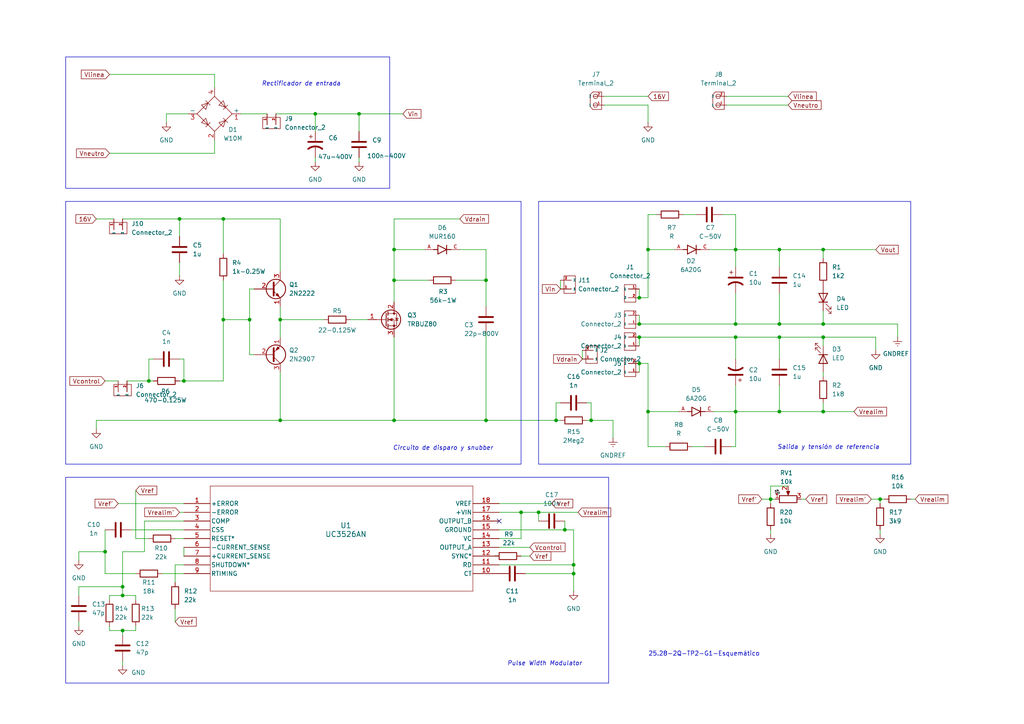
<source format=kicad_sch>
(kicad_sch
	(version 20250114)
	(generator "eeschema")
	(generator_version "9.0")
	(uuid "e1bc5ebe-0245-4788-8a28-7e348d07e41a")
	(paper "A4")
	(lib_symbols
		(symbol "6A20G:6A20G"
			(pin_names
				(offset 1.016)
			)
			(exclude_from_sim no)
			(in_bom yes)
			(on_board yes)
			(property "Reference" "D"
				(at -5.08 2.54 0)
				(effects
					(font
						(size 1.27 1.27)
					)
					(justify left bottom)
				)
			)
			(property "Value" "6A20G"
				(at -5.08 -3.81 0)
				(effects
					(font
						(size 1.27 1.27)
					)
					(justify left bottom)
				)
			)
			(property "Footprint" "6A20G:DIOAD1950W125L885D700"
				(at 0 0 0)
				(effects
					(font
						(size 1.27 1.27)
					)
					(justify bottom)
					(hide yes)
				)
			)
			(property "Datasheet" ""
				(at 0 0 0)
				(effects
					(font
						(size 1.27 1.27)
					)
					(hide yes)
				)
			)
			(property "Description" ""
				(at 0 0 0)
				(effects
					(font
						(size 1.27 1.27)
					)
					(hide yes)
				)
			)
			(property "MF" "Taiwan Semiconductor"
				(at 0 0 0)
				(effects
					(font
						(size 1.27 1.27)
					)
					(justify bottom)
					(hide yes)
				)
			)
			(property "MAXIMUM_PACKAGE_HEIGHT" "7.2 mm"
				(at 0 0 0)
				(effects
					(font
						(size 1.27 1.27)
					)
					(justify bottom)
					(hide yes)
				)
			)
			(property "Package" "R-6 Taiwan Semiconductor"
				(at 0 0 0)
				(effects
					(font
						(size 1.27 1.27)
					)
					(justify bottom)
					(hide yes)
				)
			)
			(property "Price" "None"
				(at 0 0 0)
				(effects
					(font
						(size 1.27 1.27)
					)
					(justify bottom)
					(hide yes)
				)
			)
			(property "Check_prices" "https://www.snapeda.com/parts/6A20G/taiwan/view-part/?ref=eda"
				(at 0 0 0)
				(effects
					(font
						(size 1.27 1.27)
					)
					(justify bottom)
					(hide yes)
				)
			)
			(property "STANDARD" "IPC-7351B"
				(at 0 0 0)
				(effects
					(font
						(size 1.27 1.27)
					)
					(justify bottom)
					(hide yes)
				)
			)
			(property "PARTREV" "F2104"
				(at 0 0 0)
				(effects
					(font
						(size 1.27 1.27)
					)
					(justify bottom)
					(hide yes)
				)
			)
			(property "SnapEDA_Link" "https://www.snapeda.com/parts/6A20G/taiwan/view-part/?ref=snap"
				(at 0 0 0)
				(effects
					(font
						(size 1.27 1.27)
					)
					(justify bottom)
					(hide yes)
				)
			)
			(property "MP" "6A20G"
				(at 0 0 0)
				(effects
					(font
						(size 1.27 1.27)
					)
					(justify bottom)
					(hide yes)
				)
			)
			(property "Description_1" "6A, 200V, Standard Rectifier"
				(at 0 0 0)
				(effects
					(font
						(size 1.27 1.27)
					)
					(justify bottom)
					(hide yes)
				)
			)
			(property "Availability" "In Stock"
				(at 0 0 0)
				(effects
					(font
						(size 1.27 1.27)
					)
					(justify bottom)
					(hide yes)
				)
			)
			(property "MANUFACTURER" "Taiwan Semiconductor"
				(at 0 0 0)
				(effects
					(font
						(size 1.27 1.27)
					)
					(justify bottom)
					(hide yes)
				)
			)
			(symbol "6A20G_0_0"
				(polyline
					(pts
						(xy -2.54 0) (xy -1.27 0)
					)
					(stroke
						(width 0.254)
						(type default)
					)
					(fill
						(type none)
					)
				)
				(polyline
					(pts
						(xy -1.27 1.27) (xy -1.27 0)
					)
					(stroke
						(width 0.254)
						(type default)
					)
					(fill
						(type none)
					)
				)
				(polyline
					(pts
						(xy -1.27 0) (xy -1.27 -1.27)
					)
					(stroke
						(width 0.254)
						(type default)
					)
					(fill
						(type none)
					)
				)
				(polyline
					(pts
						(xy -1.27 -1.27) (xy 1.27 0)
					)
					(stroke
						(width 0.254)
						(type default)
					)
					(fill
						(type none)
					)
				)
				(polyline
					(pts
						(xy 1.27 1.27) (xy 1.27 0)
					)
					(stroke
						(width 0.254)
						(type default)
					)
					(fill
						(type none)
					)
				)
				(polyline
					(pts
						(xy 1.27 0) (xy -1.27 1.27)
					)
					(stroke
						(width 0.254)
						(type default)
					)
					(fill
						(type none)
					)
				)
				(polyline
					(pts
						(xy 1.27 0) (xy 1.27 -1.27)
					)
					(stroke
						(width 0.254)
						(type default)
					)
					(fill
						(type none)
					)
				)
				(polyline
					(pts
						(xy 1.27 0) (xy 2.54 0)
					)
					(stroke
						(width 0.254)
						(type default)
					)
					(fill
						(type none)
					)
				)
				(pin passive line
					(at -5.08 0 0)
					(length 2.54)
					(name "~"
						(effects
							(font
								(size 1.016 1.016)
							)
						)
					)
					(number "A"
						(effects
							(font
								(size 1.016 1.016)
							)
						)
					)
				)
				(pin passive line
					(at 5.08 0 180)
					(length 2.54)
					(name "~"
						(effects
							(font
								(size 1.016 1.016)
							)
						)
					)
					(number "C"
						(effects
							(font
								(size 1.016 1.016)
							)
						)
					)
				)
			)
			(embedded_fonts no)
		)
		(symbol "Device:C"
			(pin_numbers
				(hide yes)
			)
			(pin_names
				(offset 0.254)
			)
			(exclude_from_sim no)
			(in_bom yes)
			(on_board yes)
			(property "Reference" "C"
				(at 0.635 2.54 0)
				(effects
					(font
						(size 1.27 1.27)
					)
					(justify left)
				)
			)
			(property "Value" "C"
				(at 0.635 -2.54 0)
				(effects
					(font
						(size 1.27 1.27)
					)
					(justify left)
				)
			)
			(property "Footprint" ""
				(at 0.9652 -3.81 0)
				(effects
					(font
						(size 1.27 1.27)
					)
					(hide yes)
				)
			)
			(property "Datasheet" "~"
				(at 0 0 0)
				(effects
					(font
						(size 1.27 1.27)
					)
					(hide yes)
				)
			)
			(property "Description" "Unpolarized capacitor"
				(at 0 0 0)
				(effects
					(font
						(size 1.27 1.27)
					)
					(hide yes)
				)
			)
			(property "ki_keywords" "cap capacitor"
				(at 0 0 0)
				(effects
					(font
						(size 1.27 1.27)
					)
					(hide yes)
				)
			)
			(property "ki_fp_filters" "C_*"
				(at 0 0 0)
				(effects
					(font
						(size 1.27 1.27)
					)
					(hide yes)
				)
			)
			(symbol "C_0_1"
				(polyline
					(pts
						(xy -2.032 0.762) (xy 2.032 0.762)
					)
					(stroke
						(width 0.508)
						(type default)
					)
					(fill
						(type none)
					)
				)
				(polyline
					(pts
						(xy -2.032 -0.762) (xy 2.032 -0.762)
					)
					(stroke
						(width 0.508)
						(type default)
					)
					(fill
						(type none)
					)
				)
			)
			(symbol "C_1_1"
				(pin passive line
					(at 0 3.81 270)
					(length 2.794)
					(name "~"
						(effects
							(font
								(size 1.27 1.27)
							)
						)
					)
					(number "1"
						(effects
							(font
								(size 1.27 1.27)
							)
						)
					)
				)
				(pin passive line
					(at 0 -3.81 90)
					(length 2.794)
					(name "~"
						(effects
							(font
								(size 1.27 1.27)
							)
						)
					)
					(number "2"
						(effects
							(font
								(size 1.27 1.27)
							)
						)
					)
				)
			)
			(embedded_fonts no)
		)
		(symbol "Device:C_Polarized_US"
			(pin_numbers
				(hide yes)
			)
			(pin_names
				(offset 0.254)
				(hide yes)
			)
			(exclude_from_sim no)
			(in_bom yes)
			(on_board yes)
			(property "Reference" "C"
				(at 0.635 2.54 0)
				(effects
					(font
						(size 1.27 1.27)
					)
					(justify left)
				)
			)
			(property "Value" "C_Polarized_US"
				(at 0.635 -2.54 0)
				(effects
					(font
						(size 1.27 1.27)
					)
					(justify left)
				)
			)
			(property "Footprint" ""
				(at 0 0 0)
				(effects
					(font
						(size 1.27 1.27)
					)
					(hide yes)
				)
			)
			(property "Datasheet" "~"
				(at 0 0 0)
				(effects
					(font
						(size 1.27 1.27)
					)
					(hide yes)
				)
			)
			(property "Description" "Polarized capacitor, US symbol"
				(at 0 0 0)
				(effects
					(font
						(size 1.27 1.27)
					)
					(hide yes)
				)
			)
			(property "ki_keywords" "cap capacitor"
				(at 0 0 0)
				(effects
					(font
						(size 1.27 1.27)
					)
					(hide yes)
				)
			)
			(property "ki_fp_filters" "CP_*"
				(at 0 0 0)
				(effects
					(font
						(size 1.27 1.27)
					)
					(hide yes)
				)
			)
			(symbol "C_Polarized_US_0_1"
				(polyline
					(pts
						(xy -2.032 0.762) (xy 2.032 0.762)
					)
					(stroke
						(width 0.508)
						(type default)
					)
					(fill
						(type none)
					)
				)
				(polyline
					(pts
						(xy -1.778 2.286) (xy -0.762 2.286)
					)
					(stroke
						(width 0)
						(type default)
					)
					(fill
						(type none)
					)
				)
				(polyline
					(pts
						(xy -1.27 1.778) (xy -1.27 2.794)
					)
					(stroke
						(width 0)
						(type default)
					)
					(fill
						(type none)
					)
				)
				(arc
					(start -2.032 -1.27)
					(mid 0 -0.5572)
					(end 2.032 -1.27)
					(stroke
						(width 0.508)
						(type default)
					)
					(fill
						(type none)
					)
				)
			)
			(symbol "C_Polarized_US_1_1"
				(pin passive line
					(at 0 3.81 270)
					(length 2.794)
					(name "~"
						(effects
							(font
								(size 1.27 1.27)
							)
						)
					)
					(number "1"
						(effects
							(font
								(size 1.27 1.27)
							)
						)
					)
				)
				(pin passive line
					(at 0 -3.81 90)
					(length 3.302)
					(name "~"
						(effects
							(font
								(size 1.27 1.27)
							)
						)
					)
					(number "2"
						(effects
							(font
								(size 1.27 1.27)
							)
						)
					)
				)
			)
			(embedded_fonts no)
		)
		(symbol "Device:LED"
			(pin_numbers
				(hide yes)
			)
			(pin_names
				(offset 1.016)
				(hide yes)
			)
			(exclude_from_sim no)
			(in_bom yes)
			(on_board yes)
			(property "Reference" "D"
				(at 0 2.54 0)
				(effects
					(font
						(size 1.27 1.27)
					)
				)
			)
			(property "Value" "LED"
				(at 0 -2.54 0)
				(effects
					(font
						(size 1.27 1.27)
					)
				)
			)
			(property "Footprint" ""
				(at 0 0 0)
				(effects
					(font
						(size 1.27 1.27)
					)
					(hide yes)
				)
			)
			(property "Datasheet" "~"
				(at 0 0 0)
				(effects
					(font
						(size 1.27 1.27)
					)
					(hide yes)
				)
			)
			(property "Description" "Light emitting diode"
				(at 0 0 0)
				(effects
					(font
						(size 1.27 1.27)
					)
					(hide yes)
				)
			)
			(property "Sim.Pins" "1=K 2=A"
				(at 0 0 0)
				(effects
					(font
						(size 1.27 1.27)
					)
					(hide yes)
				)
			)
			(property "ki_keywords" "LED diode"
				(at 0 0 0)
				(effects
					(font
						(size 1.27 1.27)
					)
					(hide yes)
				)
			)
			(property "ki_fp_filters" "LED* LED_SMD:* LED_THT:*"
				(at 0 0 0)
				(effects
					(font
						(size 1.27 1.27)
					)
					(hide yes)
				)
			)
			(symbol "LED_0_1"
				(polyline
					(pts
						(xy -3.048 -0.762) (xy -4.572 -2.286) (xy -3.81 -2.286) (xy -4.572 -2.286) (xy -4.572 -1.524)
					)
					(stroke
						(width 0)
						(type default)
					)
					(fill
						(type none)
					)
				)
				(polyline
					(pts
						(xy -1.778 -0.762) (xy -3.302 -2.286) (xy -2.54 -2.286) (xy -3.302 -2.286) (xy -3.302 -1.524)
					)
					(stroke
						(width 0)
						(type default)
					)
					(fill
						(type none)
					)
				)
				(polyline
					(pts
						(xy -1.27 0) (xy 1.27 0)
					)
					(stroke
						(width 0)
						(type default)
					)
					(fill
						(type none)
					)
				)
				(polyline
					(pts
						(xy -1.27 -1.27) (xy -1.27 1.27)
					)
					(stroke
						(width 0.254)
						(type default)
					)
					(fill
						(type none)
					)
				)
				(polyline
					(pts
						(xy 1.27 -1.27) (xy 1.27 1.27) (xy -1.27 0) (xy 1.27 -1.27)
					)
					(stroke
						(width 0.254)
						(type default)
					)
					(fill
						(type none)
					)
				)
			)
			(symbol "LED_1_1"
				(pin passive line
					(at -3.81 0 0)
					(length 2.54)
					(name "K"
						(effects
							(font
								(size 1.27 1.27)
							)
						)
					)
					(number "1"
						(effects
							(font
								(size 1.27 1.27)
							)
						)
					)
				)
				(pin passive line
					(at 3.81 0 180)
					(length 2.54)
					(name "A"
						(effects
							(font
								(size 1.27 1.27)
							)
						)
					)
					(number "2"
						(effects
							(font
								(size 1.27 1.27)
							)
						)
					)
				)
			)
			(embedded_fonts no)
		)
		(symbol "Device:R"
			(pin_numbers
				(hide yes)
			)
			(pin_names
				(offset 0)
			)
			(exclude_from_sim no)
			(in_bom yes)
			(on_board yes)
			(property "Reference" "R"
				(at 2.032 0 90)
				(effects
					(font
						(size 1.27 1.27)
					)
				)
			)
			(property "Value" "R"
				(at 0 0 90)
				(effects
					(font
						(size 1.27 1.27)
					)
				)
			)
			(property "Footprint" ""
				(at -1.778 0 90)
				(effects
					(font
						(size 1.27 1.27)
					)
					(hide yes)
				)
			)
			(property "Datasheet" "~"
				(at 0 0 0)
				(effects
					(font
						(size 1.27 1.27)
					)
					(hide yes)
				)
			)
			(property "Description" "Resistor"
				(at 0 0 0)
				(effects
					(font
						(size 1.27 1.27)
					)
					(hide yes)
				)
			)
			(property "ki_keywords" "R res resistor"
				(at 0 0 0)
				(effects
					(font
						(size 1.27 1.27)
					)
					(hide yes)
				)
			)
			(property "ki_fp_filters" "R_*"
				(at 0 0 0)
				(effects
					(font
						(size 1.27 1.27)
					)
					(hide yes)
				)
			)
			(symbol "R_0_1"
				(rectangle
					(start -1.016 -2.54)
					(end 1.016 2.54)
					(stroke
						(width 0.254)
						(type default)
					)
					(fill
						(type none)
					)
				)
			)
			(symbol "R_1_1"
				(pin passive line
					(at 0 3.81 270)
					(length 1.27)
					(name "~"
						(effects
							(font
								(size 1.27 1.27)
							)
						)
					)
					(number "1"
						(effects
							(font
								(size 1.27 1.27)
							)
						)
					)
				)
				(pin passive line
					(at 0 -3.81 90)
					(length 1.27)
					(name "~"
						(effects
							(font
								(size 1.27 1.27)
							)
						)
					)
					(number "2"
						(effects
							(font
								(size 1.27 1.27)
							)
						)
					)
				)
			)
			(embedded_fonts no)
		)
		(symbol "Diode_Bridge:W01G"
			(pin_names
				(offset 0)
			)
			(exclude_from_sim no)
			(in_bom yes)
			(on_board yes)
			(property "Reference" "D"
				(at 2.54 6.985 0)
				(effects
					(font
						(size 1.27 1.27)
					)
					(justify left)
				)
			)
			(property "Value" "W01G"
				(at 2.54 5.08 0)
				(effects
					(font
						(size 1.27 1.27)
					)
					(justify left)
				)
			)
			(property "Footprint" "Diode_THT:Diode_Bridge_Round_D9.8mm"
				(at 3.81 3.175 0)
				(effects
					(font
						(size 1.27 1.27)
					)
					(justify left)
					(hide yes)
				)
			)
			(property "Datasheet" "https://www.vishay.com/docs/88769/woo5g.pdf"
				(at 0 0 0)
				(effects
					(font
						(size 1.27 1.27)
					)
					(hide yes)
				)
			)
			(property "Description" "Glass Passivated Single-Phase Bridge Rectifier, 70V Vrms, 1.5A If, WOG package"
				(at 0 0 0)
				(effects
					(font
						(size 1.27 1.27)
					)
					(hide yes)
				)
			)
			(property "ki_keywords" "Bridge Rectifier acdc"
				(at 0 0 0)
				(effects
					(font
						(size 1.27 1.27)
					)
					(hide yes)
				)
			)
			(property "ki_fp_filters" "D*Bridge*Round*D9.8mm*"
				(at 0 0 0)
				(effects
					(font
						(size 1.27 1.27)
					)
					(hide yes)
				)
			)
			(symbol "W01G_0_1"
				(polyline
					(pts
						(xy -5.08 0) (xy 0 -5.08) (xy 5.08 0) (xy 0 5.08) (xy -5.08 0)
					)
					(stroke
						(width 0)
						(type default)
					)
					(fill
						(type none)
					)
				)
				(polyline
					(pts
						(xy -3.81 2.54) (xy -2.54 1.27) (xy -1.905 3.175) (xy -3.81 2.54)
					)
					(stroke
						(width 0)
						(type default)
					)
					(fill
						(type none)
					)
				)
				(polyline
					(pts
						(xy -2.54 3.81) (xy -1.27 2.54)
					)
					(stroke
						(width 0)
						(type default)
					)
					(fill
						(type none)
					)
				)
				(polyline
					(pts
						(xy -2.54 -1.27) (xy -3.81 -2.54) (xy -1.905 -3.175) (xy -2.54 -1.27)
					)
					(stroke
						(width 0)
						(type default)
					)
					(fill
						(type none)
					)
				)
				(polyline
					(pts
						(xy -1.27 -2.54) (xy -2.54 -3.81)
					)
					(stroke
						(width 0)
						(type default)
					)
					(fill
						(type none)
					)
				)
				(polyline
					(pts
						(xy 1.27 2.54) (xy 2.54 3.81) (xy 3.175 1.905) (xy 1.27 2.54)
					)
					(stroke
						(width 0)
						(type default)
					)
					(fill
						(type none)
					)
				)
				(polyline
					(pts
						(xy 2.54 1.27) (xy 3.81 2.54)
					)
					(stroke
						(width 0)
						(type default)
					)
					(fill
						(type none)
					)
				)
				(polyline
					(pts
						(xy 2.54 -1.27) (xy 3.81 -2.54)
					)
					(stroke
						(width 0)
						(type default)
					)
					(fill
						(type none)
					)
				)
				(polyline
					(pts
						(xy 3.175 -1.905) (xy 1.27 -2.54) (xy 2.54 -3.81) (xy 3.175 -1.905)
					)
					(stroke
						(width 0)
						(type default)
					)
					(fill
						(type none)
					)
				)
			)
			(symbol "W01G_1_1"
				(pin passive line
					(at -7.62 0 0)
					(length 2.54)
					(name "-"
						(effects
							(font
								(size 1.27 1.27)
							)
						)
					)
					(number "3"
						(effects
							(font
								(size 1.27 1.27)
							)
						)
					)
				)
				(pin passive line
					(at 0 7.62 270)
					(length 2.54)
					(name "~"
						(effects
							(font
								(size 1.27 1.27)
							)
						)
					)
					(number "4"
						(effects
							(font
								(size 1.27 1.27)
							)
						)
					)
				)
				(pin passive line
					(at 0 -7.62 90)
					(length 2.54)
					(name "~"
						(effects
							(font
								(size 1.27 1.27)
							)
						)
					)
					(number "2"
						(effects
							(font
								(size 1.27 1.27)
							)
						)
					)
				)
				(pin passive line
					(at 7.62 0 180)
					(length 2.54)
					(name "+"
						(effects
							(font
								(size 1.27 1.27)
							)
						)
					)
					(number "1"
						(effects
							(font
								(size 1.27 1.27)
							)
						)
					)
				)
			)
			(embedded_fonts no)
		)
		(symbol "MUR160:MUR160"
			(pin_names
				(offset 1.016)
			)
			(exclude_from_sim no)
			(in_bom yes)
			(on_board yes)
			(property "Reference" "D"
				(at -5.08 2.54 0)
				(effects
					(font
						(size 1.27 1.27)
					)
					(justify left bottom)
				)
			)
			(property "Value" "MUR160"
				(at -5.08 -3.81 0)
				(effects
					(font
						(size 1.27 1.27)
					)
					(justify left bottom)
				)
			)
			(property "Footprint" "MUR160:DIOAD1300W80L670D310"
				(at 0 0 0)
				(effects
					(font
						(size 1.27 1.27)
					)
					(justify bottom)
					(hide yes)
				)
			)
			(property "Datasheet" ""
				(at 0 0 0)
				(effects
					(font
						(size 1.27 1.27)
					)
					(hide yes)
				)
			)
			(property "Description" ""
				(at 0 0 0)
				(effects
					(font
						(size 1.27 1.27)
					)
					(hide yes)
				)
			)
			(property "MF" "Taiwan Semiconductor"
				(at 0 0 0)
				(effects
					(font
						(size 1.27 1.27)
					)
					(justify bottom)
					(hide yes)
				)
			)
			(property "MAXIMUM_PACKAGE_HEIGHT" "3.6 mm"
				(at 0 0 0)
				(effects
					(font
						(size 1.27 1.27)
					)
					(justify bottom)
					(hide yes)
				)
			)
			(property "Package" "DO-15 Taiwan Semiconductor"
				(at 0 0 0)
				(effects
					(font
						(size 1.27 1.27)
					)
					(justify bottom)
					(hide yes)
				)
			)
			(property "Price" "None"
				(at 0 0 0)
				(effects
					(font
						(size 1.27 1.27)
					)
					(justify bottom)
					(hide yes)
				)
			)
			(property "Check_prices" "https://www.snapeda.com/parts/MUR160/taiwan/view-part/?ref=eda"
				(at 0 0 0)
				(effects
					(font
						(size 1.27 1.27)
					)
					(justify bottom)
					(hide yes)
				)
			)
			(property "STANDARD" "IPC-7351B"
				(at 0 0 0)
				(effects
					(font
						(size 1.27 1.27)
					)
					(justify bottom)
					(hide yes)
				)
			)
			(property "PARTREV" "F2105"
				(at 0 0 0)
				(effects
					(font
						(size 1.27 1.27)
					)
					(justify bottom)
					(hide yes)
				)
			)
			(property "SnapEDA_Link" "https://www.snapeda.com/parts/MUR160/taiwan/view-part/?ref=snap"
				(at 0 0 0)
				(effects
					(font
						(size 1.27 1.27)
					)
					(justify bottom)
					(hide yes)
				)
			)
			(property "MP" "MUR160"
				(at 0 0 0)
				(effects
					(font
						(size 1.27 1.27)
					)
					(justify bottom)
					(hide yes)
				)
			)
			(property "Description_1" "50ns, 1A, 600V, High Efficient Recovery Rectifier"
				(at 0 0 0)
				(effects
					(font
						(size 1.27 1.27)
					)
					(justify bottom)
					(hide yes)
				)
			)
			(property "Availability" "In Stock"
				(at 0 0 0)
				(effects
					(font
						(size 1.27 1.27)
					)
					(justify bottom)
					(hide yes)
				)
			)
			(property "MANUFACTURER" "Taiwan Semiconductor"
				(at 0 0 0)
				(effects
					(font
						(size 1.27 1.27)
					)
					(justify bottom)
					(hide yes)
				)
			)
			(symbol "MUR160_0_0"
				(polyline
					(pts
						(xy -2.54 0) (xy -1.27 0)
					)
					(stroke
						(width 0.254)
						(type default)
					)
					(fill
						(type none)
					)
				)
				(polyline
					(pts
						(xy -1.27 1.27) (xy -1.27 0)
					)
					(stroke
						(width 0.254)
						(type default)
					)
					(fill
						(type none)
					)
				)
				(polyline
					(pts
						(xy -1.27 0) (xy -1.27 -1.27)
					)
					(stroke
						(width 0.254)
						(type default)
					)
					(fill
						(type none)
					)
				)
				(polyline
					(pts
						(xy -1.27 -1.27) (xy 1.27 0)
					)
					(stroke
						(width 0.254)
						(type default)
					)
					(fill
						(type none)
					)
				)
				(polyline
					(pts
						(xy 1.27 1.27) (xy 1.27 0)
					)
					(stroke
						(width 0.254)
						(type default)
					)
					(fill
						(type none)
					)
				)
				(polyline
					(pts
						(xy 1.27 0) (xy -1.27 1.27)
					)
					(stroke
						(width 0.254)
						(type default)
					)
					(fill
						(type none)
					)
				)
				(polyline
					(pts
						(xy 1.27 0) (xy 1.27 -1.27)
					)
					(stroke
						(width 0.254)
						(type default)
					)
					(fill
						(type none)
					)
				)
				(polyline
					(pts
						(xy 1.27 0) (xy 2.54 0)
					)
					(stroke
						(width 0.254)
						(type default)
					)
					(fill
						(type none)
					)
				)
				(pin passive line
					(at -5.08 0 0)
					(length 2.54)
					(name "~"
						(effects
							(font
								(size 1.016 1.016)
							)
						)
					)
					(number "A"
						(effects
							(font
								(size 1.016 1.016)
							)
						)
					)
				)
				(pin passive line
					(at 5.08 0 180)
					(length 2.54)
					(name "~"
						(effects
							(font
								(size 1.016 1.016)
							)
						)
					)
					(number "C"
						(effects
							(font
								(size 1.016 1.016)
							)
						)
					)
				)
			)
			(embedded_fonts no)
		)
		(symbol "TCLib:2N2222"
			(pin_names
				(offset 0)
				(hide yes)
			)
			(exclude_from_sim no)
			(in_bom yes)
			(on_board yes)
			(property "Reference" "Q"
				(at 5.08 1.27 0)
				(effects
					(font
						(size 1.27 1.27)
					)
					(justify left)
				)
			)
			(property "Value" "2N2222"
				(at 5.08 -1.27 0)
				(effects
					(font
						(size 1.27 1.27)
					)
					(justify left)
				)
			)
			(property "Footprint" "TCLib:TO-18-3"
				(at 5.08 2.54 0)
				(effects
					(font
						(size 1.27 1.27)
					)
					(hide yes)
				)
			)
			(property "Datasheet" "~"
				(at 0 0 0)
				(effects
					(font
						(size 1.27 1.27)
					)
					(hide yes)
				)
			)
			(property "Description" "NPN transistor, emitter/base/collector"
				(at 0 0 0)
				(effects
					(font
						(size 1.27 1.27)
					)
					(hide yes)
				)
			)
			(property "ki_keywords" "transistor NPN"
				(at 0 0 0)
				(effects
					(font
						(size 1.27 1.27)
					)
					(hide yes)
				)
			)
			(property "ki_fp_filters" "TCLib:TO-92_Wide"
				(at 0 0 0)
				(effects
					(font
						(size 1.27 1.27)
					)
					(hide yes)
				)
			)
			(symbol "2N2222_0_1"
				(polyline
					(pts
						(xy 0.635 1.905) (xy 0.635 -1.905) (xy 0.635 -1.905)
					)
					(stroke
						(width 0.508)
						(type default)
					)
					(fill
						(type none)
					)
				)
				(polyline
					(pts
						(xy 0.635 0.635) (xy 2.54 2.54)
					)
					(stroke
						(width 0)
						(type default)
					)
					(fill
						(type none)
					)
				)
				(polyline
					(pts
						(xy 0.635 -0.635) (xy 2.54 -2.54) (xy 2.54 -2.54)
					)
					(stroke
						(width 0)
						(type default)
					)
					(fill
						(type none)
					)
				)
				(circle
					(center 1.27 0)
					(radius 2.8194)
					(stroke
						(width 0.254)
						(type default)
					)
					(fill
						(type none)
					)
				)
				(polyline
					(pts
						(xy 1.27 -1.778) (xy 1.778 -1.27) (xy 2.286 -2.286) (xy 1.27 -1.778) (xy 1.27 -1.778)
					)
					(stroke
						(width 0)
						(type default)
					)
					(fill
						(type outline)
					)
				)
			)
			(symbol "2N2222_1_1"
				(pin passive line
					(at -5.08 0 0)
					(length 5.715)
					(name "B"
						(effects
							(font
								(size 1.27 1.27)
							)
						)
					)
					(number "2"
						(effects
							(font
								(size 1.27 1.27)
							)
						)
					)
				)
				(pin passive line
					(at 2.54 5.08 270)
					(length 2.54)
					(name "C"
						(effects
							(font
								(size 1.27 1.27)
							)
						)
					)
					(number "3"
						(effects
							(font
								(size 1.27 1.27)
							)
						)
					)
				)
				(pin passive line
					(at 2.54 -5.08 90)
					(length 2.54)
					(name "E"
						(effects
							(font
								(size 1.27 1.27)
							)
						)
					)
					(number "1"
						(effects
							(font
								(size 1.27 1.27)
							)
						)
					)
				)
			)
			(embedded_fonts no)
		)
		(symbol "TCLib:2N2907"
			(pin_names
				(offset 0)
				(hide yes)
			)
			(exclude_from_sim no)
			(in_bom yes)
			(on_board yes)
			(property "Reference" "Q"
				(at 2.54 -1.27 0)
				(effects
					(font
						(size 1.27 1.27)
					)
					(justify left)
				)
			)
			(property "Value" "2N2907"
				(at 2.54 1.27 0)
				(effects
					(font
						(size 1.27 1.27)
					)
					(justify left)
				)
			)
			(property "Footprint" "TCLib:TO-18-3"
				(at 2.54 -2.54 0)
				(effects
					(font
						(size 1.27 1.27)
					)
					(hide yes)
				)
			)
			(property "Datasheet" "~"
				(at -2.54 0 0)
				(effects
					(font
						(size 1.27 1.27)
					)
					(hide yes)
				)
			)
			(property "Description" "PNP transistor, emitter/base/collector"
				(at -2.54 0 0)
				(effects
					(font
						(size 1.27 1.27)
					)
					(hide yes)
				)
			)
			(property "ki_keywords" "transistor PNP"
				(at 0 0 0)
				(effects
					(font
						(size 1.27 1.27)
					)
					(hide yes)
				)
			)
			(symbol "2N2907_0_1"
				(polyline
					(pts
						(xy -1.905 0.635) (xy 0 2.54) (xy 0 2.54)
					)
					(stroke
						(width 0)
						(type default)
					)
					(fill
						(type none)
					)
				)
				(polyline
					(pts
						(xy -1.905 -0.635) (xy 0 -2.54)
					)
					(stroke
						(width 0)
						(type default)
					)
					(fill
						(type none)
					)
				)
				(polyline
					(pts
						(xy -1.905 -1.905) (xy -1.905 1.905) (xy -1.905 1.905)
					)
					(stroke
						(width 0.508)
						(type default)
					)
					(fill
						(type none)
					)
				)
				(circle
					(center -1.27 0)
					(radius 2.8194)
					(stroke
						(width 0.254)
						(type default)
					)
					(fill
						(type none)
					)
				)
				(polyline
					(pts
						(xy -0.254 1.778) (xy -0.762 2.286) (xy -1.27 1.27) (xy -0.254 1.778) (xy -0.254 1.778)
					)
					(stroke
						(width 0)
						(type default)
					)
					(fill
						(type outline)
					)
				)
			)
			(symbol "2N2907_1_1"
				(pin input line
					(at -7.62 0 0)
					(length 5.715)
					(name "B"
						(effects
							(font
								(size 1.27 1.27)
							)
						)
					)
					(number "2"
						(effects
							(font
								(size 1.27 1.27)
							)
						)
					)
				)
				(pin passive line
					(at 0 5.08 270)
					(length 2.54)
					(name "E"
						(effects
							(font
								(size 1.27 1.27)
							)
						)
					)
					(number "1"
						(effects
							(font
								(size 1.27 1.27)
							)
						)
					)
				)
				(pin passive line
					(at 0 -5.08 90)
					(length 2.54)
					(name "C"
						(effects
							(font
								(size 1.27 1.27)
							)
						)
					)
					(number "3"
						(effects
							(font
								(size 1.27 1.27)
							)
						)
					)
				)
			)
			(embedded_fonts no)
		)
		(symbol "TCLib:C"
			(pin_numbers
				(hide yes)
			)
			(pin_names
				(offset 0.254)
			)
			(exclude_from_sim no)
			(in_bom yes)
			(on_board yes)
			(property "Reference" "C"
				(at 0.635 2.54 0)
				(effects
					(font
						(size 1.27 1.27)
					)
					(justify left)
				)
			)
			(property "Value" "C"
				(at 0.635 -2.54 0)
				(effects
					(font
						(size 1.27 1.27)
					)
					(justify left)
				)
			)
			(property "Footprint" "TCLib:C_5mm"
				(at -16.51 3.302 0)
				(effects
					(font
						(size 1.27 1.27)
					)
					(hide yes)
				)
			)
			(property "Datasheet" "~"
				(at 0 0 0)
				(effects
					(font
						(size 1.27 1.27)
					)
					(hide yes)
				)
			)
			(property "Description" "Unpolarized capacitor"
				(at -17.272 7.874 0)
				(effects
					(font
						(size 1.27 1.27)
					)
					(hide yes)
				)
			)
			(property "ki_keywords" "cap capacitor"
				(at 0 0 0)
				(effects
					(font
						(size 1.27 1.27)
					)
					(hide yes)
				)
			)
			(property "ki_fp_filters" "TCLib:C_*"
				(at 0 0 0)
				(effects
					(font
						(size 1.27 1.27)
					)
					(hide yes)
				)
			)
			(symbol "C_0_1"
				(polyline
					(pts
						(xy -2.032 0.762) (xy 2.032 0.762)
					)
					(stroke
						(width 0.508)
						(type default)
					)
					(fill
						(type none)
					)
				)
				(polyline
					(pts
						(xy -2.032 -0.762) (xy 2.032 -0.762)
					)
					(stroke
						(width 0.508)
						(type default)
					)
					(fill
						(type none)
					)
				)
			)
			(symbol "C_1_1"
				(pin passive line
					(at 0 3.81 270)
					(length 2.794)
					(name "~"
						(effects
							(font
								(size 1.27 1.27)
							)
						)
					)
					(number "1"
						(effects
							(font
								(size 1.27 1.27)
							)
						)
					)
				)
				(pin passive line
					(at 0 -3.81 90)
					(length 2.794)
					(name "~"
						(effects
							(font
								(size 1.27 1.27)
							)
						)
					)
					(number "2"
						(effects
							(font
								(size 1.27 1.27)
							)
						)
					)
				)
			)
			(embedded_fonts no)
		)
		(symbol "TCLib:Connector_2"
			(exclude_from_sim no)
			(in_bom yes)
			(on_board yes)
			(property "Reference" "J"
				(at -7.874 -2.032 0)
				(effects
					(font
						(size 1.27 1.27)
					)
				)
			)
			(property "Value" "Connector_2"
				(at -0.254 -3.556 0)
				(effects
					(font
						(size 1.27 1.27)
					)
				)
			)
			(property "Footprint" "TCLib:PinHeader_1x02_P2.54mm_Vertical"
				(at -0.508 4.318 0)
				(effects
					(font
						(size 1.27 1.27)
					)
					(hide yes)
				)
			)
			(property "Datasheet" ""
				(at 0 0 0)
				(effects
					(font
						(size 1.27 1.27)
					)
					(hide yes)
				)
			)
			(property "Description" ""
				(at 0 0 0)
				(effects
					(font
						(size 1.27 1.27)
					)
					(hide yes)
				)
			)
			(symbol "Connector_2_0_1"
				(rectangle
					(start -1.524 2.54)
					(end 1.778 -2.54)
					(stroke
						(width 0)
						(type default)
					)
					(fill
						(type none)
					)
				)
			)
			(symbol "Connector_2_1_1"
				(pin passive line
					(at -2.54 1.27 0)
					(length 3.175)
					(name "2"
						(effects
							(font
								(size 0.635 0.635)
							)
						)
					)
					(number "2"
						(effects
							(font
								(size 0.635 0.635)
							)
						)
					)
				)
				(pin passive line
					(at -2.54 -1.27 0)
					(length 3.175)
					(name "1"
						(effects
							(font
								(size 0.635 0.635)
							)
						)
					)
					(number "1"
						(effects
							(font
								(size 0.635 0.635)
							)
						)
					)
				)
			)
			(embedded_fonts no)
		)
		(symbol "TCLib:R"
			(pin_numbers
				(hide yes)
			)
			(pin_names
				(offset 0)
			)
			(exclude_from_sim no)
			(in_bom yes)
			(on_board yes)
			(property "Reference" "R"
				(at 0 0 90)
				(effects
					(font
						(size 1.27 1.27)
					)
				)
			)
			(property "Value" "R"
				(at 2.286 0 90)
				(effects
					(font
						(size 1.27 1.27)
					)
				)
			)
			(property "Footprint" "TCLib:R_0.25W"
				(at -15.24 2.032 90)
				(do_not_autoplace)
				(effects
					(font
						(size 1.27 1.27)
					)
					(hide yes)
				)
			)
			(property "Datasheet" "~"
				(at 0 0 0)
				(effects
					(font
						(size 1.27 1.27)
					)
					(hide yes)
				)
			)
			(property "Description" "Resistor"
				(at -2.794 0 90)
				(effects
					(font
						(size 1.27 1.27)
					)
					(hide yes)
				)
			)
			(property "ki_keywords" "R res resistor"
				(at 0 0 0)
				(effects
					(font
						(size 1.27 1.27)
					)
					(hide yes)
				)
			)
			(property "ki_fp_filters" "TCLib:R_*"
				(at 0 0 0)
				(effects
					(font
						(size 1.27 1.27)
					)
					(hide yes)
				)
			)
			(symbol "R_0_1"
				(rectangle
					(start -1.016 -2.54)
					(end 1.016 2.54)
					(stroke
						(width 0.254)
						(type default)
					)
					(fill
						(type none)
					)
				)
			)
			(symbol "R_1_1"
				(pin passive line
					(at 0 3.81 270)
					(length 1.27)
					(name "~"
						(effects
							(font
								(size 1.27 1.27)
							)
						)
					)
					(number "1"
						(effects
							(font
								(size 1.27 1.27)
							)
						)
					)
				)
				(pin passive line
					(at 0 -3.81 90)
					(length 1.27)
					(name "~"
						(effects
							(font
								(size 1.27 1.27)
							)
						)
					)
					(number "2"
						(effects
							(font
								(size 1.27 1.27)
							)
						)
					)
				)
			)
			(embedded_fonts no)
		)
		(symbol "TCLib:R_Potentiometer"
			(pin_names
				(offset 1.016)
				(hide yes)
			)
			(exclude_from_sim no)
			(in_bom yes)
			(on_board yes)
			(property "Reference" "RV"
				(at -4.445 0 90)
				(effects
					(font
						(size 1.27 1.27)
					)
				)
			)
			(property "Value" "R_Potentiometer"
				(at -2.54 0 90)
				(effects
					(font
						(size 1.27 1.27)
					)
				)
			)
			(property "Footprint" "TCLib:RV_Preset_multivuelta_10mm_5mm"
				(at 0 0 0)
				(effects
					(font
						(size 1.27 1.27)
					)
					(hide yes)
				)
			)
			(property "Datasheet" "~"
				(at 0 0 0)
				(effects
					(font
						(size 1.27 1.27)
					)
					(hide yes)
				)
			)
			(property "Description" "Potentiometer"
				(at -16.764 6.35 0)
				(effects
					(font
						(size 1.27 1.27)
					)
					(hide yes)
				)
			)
			(property "ki_keywords" "resistor variable"
				(at 0 0 0)
				(effects
					(font
						(size 1.27 1.27)
					)
					(hide yes)
				)
			)
			(property "ki_fp_filters" "TCLib:RV_*"
				(at 0 0 0)
				(effects
					(font
						(size 1.27 1.27)
					)
					(hide yes)
				)
			)
			(symbol "R_Potentiometer_0_1"
				(rectangle
					(start -1.016 2.54)
					(end 1.016 -2.54)
					(stroke
						(width 0.254)
						(type default)
					)
					(fill
						(type none)
					)
				)
				(polyline
					(pts
						(xy 1.143 0) (xy 2.286 0.508) (xy 2.286 -0.508) (xy 1.143 0)
					)
					(stroke
						(width 0)
						(type default)
					)
					(fill
						(type outline)
					)
				)
				(polyline
					(pts
						(xy 2.54 0) (xy 1.524 0)
					)
					(stroke
						(width 0)
						(type default)
					)
					(fill
						(type none)
					)
				)
			)
			(symbol "R_Potentiometer_1_1"
				(polyline
					(pts
						(xy 1.778 2.54) (xy 1.778 2.54)
					)
					(stroke
						(width 0)
						(type default)
					)
					(fill
						(type none)
					)
				)
				(arc
					(start 2.1441 2.4771)
					(mid 1.4758 3.3347)
					(end 2.54 3.556)
					(stroke
						(width 0)
						(type default)
						(color 0 0 0 1)
					)
					(fill
						(type none)
					)
				)
				(polyline
					(pts
						(xy 2.54 3.556) (xy 2.286 3.556)
					)
					(stroke
						(width 0)
						(type default)
						(color 0 0 0 1)
					)
					(fill
						(type none)
					)
				)
				(polyline
					(pts
						(xy 2.54 3.556) (xy 2.54 3.81)
					)
					(stroke
						(width 0)
						(type default)
						(color 0 0 0 1)
					)
					(fill
						(type none)
					)
				)
				(text "CW"
					(at 2.286 3.048 0)
					(effects
						(font
							(size 0.508 0.508)
							(color 0 0 0 1)
						)
					)
				)
				(pin passive line
					(at 0 3.81 270)
					(length 1.27)
					(name "1"
						(effects
							(font
								(size 1.27 1.27)
							)
						)
					)
					(number "1"
						(effects
							(font
								(size 1.27 1.27)
							)
						)
					)
				)
				(pin passive line
					(at 0 -3.81 90)
					(length 1.27)
					(name "3"
						(effects
							(font
								(size 1.27 1.27)
							)
						)
					)
					(number "3"
						(effects
							(font
								(size 1.27 1.27)
							)
						)
					)
				)
				(pin passive line
					(at 3.81 0 180)
					(length 1.27)
					(name "2"
						(effects
							(font
								(size 1.27 1.27)
							)
						)
					)
					(number "2"
						(effects
							(font
								(size 1.27 1.27)
							)
						)
					)
				)
			)
			(embedded_fonts no)
		)
		(symbol "TCLib:Terminal_2"
			(exclude_from_sim no)
			(in_bom yes)
			(on_board yes)
			(property "Reference" "J"
				(at -7.874 -2.032 0)
				(effects
					(font
						(size 1.27 1.27)
					)
				)
			)
			(property "Value" "Terminal_2"
				(at -0.254 -3.556 0)
				(effects
					(font
						(size 1.27 1.27)
					)
				)
			)
			(property "Footprint" "TCLib:Bornera_2_P5mm"
				(at -0.508 4.318 0)
				(effects
					(font
						(size 1.27 1.27)
					)
					(hide yes)
				)
			)
			(property "Datasheet" ""
				(at 0 0 0)
				(effects
					(font
						(size 1.27 1.27)
					)
					(hide yes)
				)
			)
			(property "Description" ""
				(at 0 0 0)
				(effects
					(font
						(size 1.27 1.27)
					)
					(hide yes)
				)
			)
			(symbol "Terminal_2_0_1"
				(polyline
					(pts
						(xy -1.524 1.778) (xy -0.762 2.54)
					)
					(stroke
						(width 0)
						(type default)
					)
					(fill
						(type none)
					)
				)
				(polyline
					(pts
						(xy -1.524 -1.778) (xy -1.524 1.778)
					)
					(stroke
						(width 0)
						(type default)
					)
					(fill
						(type none)
					)
				)
				(polyline
					(pts
						(xy -1.524 -1.778) (xy -0.762 -2.54)
					)
					(stroke
						(width 0)
						(type default)
					)
					(fill
						(type none)
					)
				)
				(polyline
					(pts
						(xy -0.762 2.54) (xy 1.778 2.54) (xy 1.778 -2.54) (xy -0.762 -2.54)
					)
					(stroke
						(width 0)
						(type default)
					)
					(fill
						(type none)
					)
				)
				(circle
					(center 0 -1.27)
					(radius 0.6404)
					(stroke
						(width 0)
						(type default)
					)
					(fill
						(type none)
					)
				)
				(circle
					(center 0.002 1.267)
					(radius 0.6404)
					(stroke
						(width 0)
						(type default)
					)
					(fill
						(type none)
					)
				)
			)
			(symbol "Terminal_2_1_1"
				(pin passive line
					(at 2.54 1.27 180)
					(length 3.175)
					(name "2"
						(effects
							(font
								(size 0.635 0.635)
							)
						)
					)
					(number "2"
						(effects
							(font
								(size 0.635 0.635)
							)
						)
					)
				)
				(pin passive line
					(at 2.54 -1.27 180)
					(length 3.175)
					(name "1"
						(effects
							(font
								(size 0.635 0.635)
							)
						)
					)
					(number "1"
						(effects
							(font
								(size 0.635 0.635)
							)
						)
					)
				)
			)
			(embedded_fonts no)
		)
		(symbol "Transistor_FET:IRF540N"
			(pin_names
				(hide yes)
			)
			(exclude_from_sim no)
			(in_bom yes)
			(on_board yes)
			(property "Reference" "Q"
				(at 5.08 1.905 0)
				(effects
					(font
						(size 1.27 1.27)
					)
					(justify left)
				)
			)
			(property "Value" "IRF540N"
				(at 5.08 0 0)
				(effects
					(font
						(size 1.27 1.27)
					)
					(justify left)
				)
			)
			(property "Footprint" "Package_TO_SOT_THT:TO-220-3_Vertical"
				(at 5.08 -1.905 0)
				(effects
					(font
						(size 1.27 1.27)
						(italic yes)
					)
					(justify left)
					(hide yes)
				)
			)
			(property "Datasheet" "http://www.irf.com/product-info/datasheets/data/irf540n.pdf"
				(at 5.08 -3.81 0)
				(effects
					(font
						(size 1.27 1.27)
					)
					(justify left)
					(hide yes)
				)
			)
			(property "Description" "33A Id, 100V Vds, HEXFET N-Channel MOSFET, TO-220"
				(at 0 0 0)
				(effects
					(font
						(size 1.27 1.27)
					)
					(hide yes)
				)
			)
			(property "ki_keywords" "HEXFET N-Channel MOSFET"
				(at 0 0 0)
				(effects
					(font
						(size 1.27 1.27)
					)
					(hide yes)
				)
			)
			(property "ki_fp_filters" "TO?220*"
				(at 0 0 0)
				(effects
					(font
						(size 1.27 1.27)
					)
					(hide yes)
				)
			)
			(symbol "IRF540N_0_1"
				(polyline
					(pts
						(xy 0.254 1.905) (xy 0.254 -1.905)
					)
					(stroke
						(width 0.254)
						(type default)
					)
					(fill
						(type none)
					)
				)
				(polyline
					(pts
						(xy 0.254 0) (xy -2.54 0)
					)
					(stroke
						(width 0)
						(type default)
					)
					(fill
						(type none)
					)
				)
				(polyline
					(pts
						(xy 0.762 2.286) (xy 0.762 1.27)
					)
					(stroke
						(width 0.254)
						(type default)
					)
					(fill
						(type none)
					)
				)
				(polyline
					(pts
						(xy 0.762 0.508) (xy 0.762 -0.508)
					)
					(stroke
						(width 0.254)
						(type default)
					)
					(fill
						(type none)
					)
				)
				(polyline
					(pts
						(xy 0.762 -1.27) (xy 0.762 -2.286)
					)
					(stroke
						(width 0.254)
						(type default)
					)
					(fill
						(type none)
					)
				)
				(polyline
					(pts
						(xy 0.762 -1.778) (xy 3.302 -1.778) (xy 3.302 1.778) (xy 0.762 1.778)
					)
					(stroke
						(width 0)
						(type default)
					)
					(fill
						(type none)
					)
				)
				(polyline
					(pts
						(xy 1.016 0) (xy 2.032 0.381) (xy 2.032 -0.381) (xy 1.016 0)
					)
					(stroke
						(width 0)
						(type default)
					)
					(fill
						(type outline)
					)
				)
				(circle
					(center 1.651 0)
					(radius 2.794)
					(stroke
						(width 0.254)
						(type default)
					)
					(fill
						(type none)
					)
				)
				(polyline
					(pts
						(xy 2.54 2.54) (xy 2.54 1.778)
					)
					(stroke
						(width 0)
						(type default)
					)
					(fill
						(type none)
					)
				)
				(circle
					(center 2.54 1.778)
					(radius 0.254)
					(stroke
						(width 0)
						(type default)
					)
					(fill
						(type outline)
					)
				)
				(circle
					(center 2.54 -1.778)
					(radius 0.254)
					(stroke
						(width 0)
						(type default)
					)
					(fill
						(type outline)
					)
				)
				(polyline
					(pts
						(xy 2.54 -2.54) (xy 2.54 0) (xy 0.762 0)
					)
					(stroke
						(width 0)
						(type default)
					)
					(fill
						(type none)
					)
				)
				(polyline
					(pts
						(xy 2.794 0.508) (xy 2.921 0.381) (xy 3.683 0.381) (xy 3.81 0.254)
					)
					(stroke
						(width 0)
						(type default)
					)
					(fill
						(type none)
					)
				)
				(polyline
					(pts
						(xy 3.302 0.381) (xy 2.921 -0.254) (xy 3.683 -0.254) (xy 3.302 0.381)
					)
					(stroke
						(width 0)
						(type default)
					)
					(fill
						(type none)
					)
				)
			)
			(symbol "IRF540N_1_1"
				(pin input line
					(at -5.08 0 0)
					(length 2.54)
					(name "G"
						(effects
							(font
								(size 1.27 1.27)
							)
						)
					)
					(number "1"
						(effects
							(font
								(size 1.27 1.27)
							)
						)
					)
				)
				(pin passive line
					(at 2.54 5.08 270)
					(length 2.54)
					(name "D"
						(effects
							(font
								(size 1.27 1.27)
							)
						)
					)
					(number "2"
						(effects
							(font
								(size 1.27 1.27)
							)
						)
					)
				)
				(pin passive line
					(at 2.54 -5.08 90)
					(length 2.54)
					(name "S"
						(effects
							(font
								(size 1.27 1.27)
							)
						)
					)
					(number "3"
						(effects
							(font
								(size 1.27 1.27)
							)
						)
					)
				)
			)
			(embedded_fonts no)
		)
		(symbol "UC3526AN:UC3526AN"
			(pin_names
				(offset 0.254)
			)
			(exclude_from_sim no)
			(in_bom yes)
			(on_board yes)
			(property "Reference" "U"
				(at 45.72 10.16 0)
				(effects
					(font
						(size 1.524 1.524)
					)
				)
			)
			(property "Value" "UC3526AN"
				(at 45.72 7.62 0)
				(effects
					(font
						(size 1.524 1.524)
					)
				)
			)
			(property "Footprint" "N18"
				(at 0 0 0)
				(effects
					(font
						(size 1.27 1.27)
						(italic yes)
					)
					(hide yes)
				)
			)
			(property "Datasheet" "https://www.ti.com/lit/gpn/uc3526a"
				(at 0 0 0)
				(effects
					(font
						(size 1.27 1.27)
						(italic yes)
					)
					(hide yes)
				)
			)
			(property "Description" ""
				(at 0 0 0)
				(effects
					(font
						(size 1.27 1.27)
					)
					(hide yes)
				)
			)
			(property "ki_locked" ""
				(at 0 0 0)
				(effects
					(font
						(size 1.27 1.27)
					)
				)
			)
			(property "ki_keywords" "UC3526AN"
				(at 0 0 0)
				(effects
					(font
						(size 1.27 1.27)
					)
					(hide yes)
				)
			)
			(property "ki_fp_filters" "N18"
				(at 0 0 0)
				(effects
					(font
						(size 1.27 1.27)
					)
					(hide yes)
				)
			)
			(symbol "UC3526AN_0_1"
				(polyline
					(pts
						(xy 7.62 5.08) (xy 7.62 -25.4)
					)
					(stroke
						(width 0.127)
						(type default)
					)
					(fill
						(type none)
					)
				)
				(polyline
					(pts
						(xy 7.62 -25.4) (xy 83.82 -25.4)
					)
					(stroke
						(width 0.127)
						(type default)
					)
					(fill
						(type none)
					)
				)
				(polyline
					(pts
						(xy 83.82 5.08) (xy 7.62 5.08)
					)
					(stroke
						(width 0.127)
						(type default)
					)
					(fill
						(type none)
					)
				)
				(polyline
					(pts
						(xy 83.82 -25.4) (xy 83.82 5.08)
					)
					(stroke
						(width 0.127)
						(type default)
					)
					(fill
						(type none)
					)
				)
				(pin unspecified line
					(at 0 0 0)
					(length 7.62)
					(name "+ERROR"
						(effects
							(font
								(size 1.27 1.27)
							)
						)
					)
					(number "1"
						(effects
							(font
								(size 1.27 1.27)
							)
						)
					)
				)
				(pin unspecified line
					(at 0 -2.54 0)
					(length 7.62)
					(name "-ERROR"
						(effects
							(font
								(size 1.27 1.27)
							)
						)
					)
					(number "2"
						(effects
							(font
								(size 1.27 1.27)
							)
						)
					)
				)
				(pin unspecified line
					(at 0 -5.08 0)
					(length 7.62)
					(name "COMP"
						(effects
							(font
								(size 1.27 1.27)
							)
						)
					)
					(number "3"
						(effects
							(font
								(size 1.27 1.27)
							)
						)
					)
				)
				(pin unspecified line
					(at 0 -7.62 0)
					(length 7.62)
					(name "CSS"
						(effects
							(font
								(size 1.27 1.27)
							)
						)
					)
					(number "4"
						(effects
							(font
								(size 1.27 1.27)
							)
						)
					)
				)
				(pin unspecified line
					(at 0 -10.16 0)
					(length 7.62)
					(name "RESET*"
						(effects
							(font
								(size 1.27 1.27)
							)
						)
					)
					(number "5"
						(effects
							(font
								(size 1.27 1.27)
							)
						)
					)
				)
				(pin unspecified line
					(at 0 -12.7 0)
					(length 7.62)
					(name "-CURRENT_SENSE"
						(effects
							(font
								(size 1.27 1.27)
							)
						)
					)
					(number "6"
						(effects
							(font
								(size 1.27 1.27)
							)
						)
					)
				)
				(pin unspecified line
					(at 0 -15.24 0)
					(length 7.62)
					(name "+CURRENT_SENSE"
						(effects
							(font
								(size 1.27 1.27)
							)
						)
					)
					(number "7"
						(effects
							(font
								(size 1.27 1.27)
							)
						)
					)
				)
				(pin unspecified line
					(at 0 -17.78 0)
					(length 7.62)
					(name "SHUTDOWN*"
						(effects
							(font
								(size 1.27 1.27)
							)
						)
					)
					(number "8"
						(effects
							(font
								(size 1.27 1.27)
							)
						)
					)
				)
				(pin unspecified line
					(at 0 -20.32 0)
					(length 7.62)
					(name "RTIMING"
						(effects
							(font
								(size 1.27 1.27)
							)
						)
					)
					(number "9"
						(effects
							(font
								(size 1.27 1.27)
							)
						)
					)
				)
				(pin unspecified line
					(at 91.44 0 180)
					(length 7.62)
					(name "VREF"
						(effects
							(font
								(size 1.27 1.27)
							)
						)
					)
					(number "18"
						(effects
							(font
								(size 1.27 1.27)
							)
						)
					)
				)
				(pin unspecified line
					(at 91.44 -2.54 180)
					(length 7.62)
					(name "+VIN"
						(effects
							(font
								(size 1.27 1.27)
							)
						)
					)
					(number "17"
						(effects
							(font
								(size 1.27 1.27)
							)
						)
					)
				)
				(pin output line
					(at 91.44 -5.08 180)
					(length 7.62)
					(name "OUTPUT_B"
						(effects
							(font
								(size 1.27 1.27)
							)
						)
					)
					(number "16"
						(effects
							(font
								(size 1.27 1.27)
							)
						)
					)
				)
				(pin power_in line
					(at 91.44 -7.62 180)
					(length 7.62)
					(name "GROUND"
						(effects
							(font
								(size 1.27 1.27)
							)
						)
					)
					(number "15"
						(effects
							(font
								(size 1.27 1.27)
							)
						)
					)
				)
				(pin power_in line
					(at 91.44 -10.16 180)
					(length 7.62)
					(name "VC"
						(effects
							(font
								(size 1.27 1.27)
							)
						)
					)
					(number "14"
						(effects
							(font
								(size 1.27 1.27)
							)
						)
					)
				)
				(pin output line
					(at 91.44 -12.7 180)
					(length 7.62)
					(name "OUTPUT_A"
						(effects
							(font
								(size 1.27 1.27)
							)
						)
					)
					(number "13"
						(effects
							(font
								(size 1.27 1.27)
							)
						)
					)
				)
				(pin unspecified line
					(at 91.44 -15.24 180)
					(length 7.62)
					(name "SYNC*"
						(effects
							(font
								(size 1.27 1.27)
							)
						)
					)
					(number "12"
						(effects
							(font
								(size 1.27 1.27)
							)
						)
					)
				)
				(pin unspecified line
					(at 91.44 -17.78 180)
					(length 7.62)
					(name "RD"
						(effects
							(font
								(size 1.27 1.27)
							)
						)
					)
					(number "11"
						(effects
							(font
								(size 1.27 1.27)
							)
						)
					)
				)
				(pin unspecified line
					(at 91.44 -20.32 180)
					(length 7.62)
					(name "CT"
						(effects
							(font
								(size 1.27 1.27)
							)
						)
					)
					(number "10"
						(effects
							(font
								(size 1.27 1.27)
							)
						)
					)
				)
			)
			(embedded_fonts no)
		)
		(symbol "power:GND"
			(power)
			(pin_numbers
				(hide yes)
			)
			(pin_names
				(offset 0)
				(hide yes)
			)
			(exclude_from_sim no)
			(in_bom yes)
			(on_board yes)
			(property "Reference" "#PWR"
				(at 0 -6.35 0)
				(effects
					(font
						(size 1.27 1.27)
					)
					(hide yes)
				)
			)
			(property "Value" "GND"
				(at 0 -3.81 0)
				(effects
					(font
						(size 1.27 1.27)
					)
				)
			)
			(property "Footprint" ""
				(at 0 0 0)
				(effects
					(font
						(size 1.27 1.27)
					)
					(hide yes)
				)
			)
			(property "Datasheet" ""
				(at 0 0 0)
				(effects
					(font
						(size 1.27 1.27)
					)
					(hide yes)
				)
			)
			(property "Description" "Power symbol creates a global label with name \"GND\" , ground"
				(at 0 0 0)
				(effects
					(font
						(size 1.27 1.27)
					)
					(hide yes)
				)
			)
			(property "ki_keywords" "global power"
				(at 0 0 0)
				(effects
					(font
						(size 1.27 1.27)
					)
					(hide yes)
				)
			)
			(symbol "GND_0_1"
				(polyline
					(pts
						(xy 0 0) (xy 0 -1.27) (xy 1.27 -1.27) (xy 0 -2.54) (xy -1.27 -1.27) (xy 0 -1.27)
					)
					(stroke
						(width 0)
						(type default)
					)
					(fill
						(type none)
					)
				)
			)
			(symbol "GND_1_1"
				(pin power_in line
					(at 0 0 270)
					(length 0)
					(name "~"
						(effects
							(font
								(size 1.27 1.27)
							)
						)
					)
					(number "1"
						(effects
							(font
								(size 1.27 1.27)
							)
						)
					)
				)
			)
			(embedded_fonts no)
		)
		(symbol "power:GNDREF"
			(power)
			(pin_numbers
				(hide yes)
			)
			(pin_names
				(offset 0)
				(hide yes)
			)
			(exclude_from_sim no)
			(in_bom yes)
			(on_board yes)
			(property "Reference" "#PWR"
				(at 0 -6.35 0)
				(effects
					(font
						(size 1.27 1.27)
					)
					(hide yes)
				)
			)
			(property "Value" "GNDREF"
				(at 0 -3.81 0)
				(effects
					(font
						(size 1.27 1.27)
					)
				)
			)
			(property "Footprint" ""
				(at 0 0 0)
				(effects
					(font
						(size 1.27 1.27)
					)
					(hide yes)
				)
			)
			(property "Datasheet" ""
				(at 0 0 0)
				(effects
					(font
						(size 1.27 1.27)
					)
					(hide yes)
				)
			)
			(property "Description" "Power symbol creates a global label with name \"GNDREF\" , reference supply ground"
				(at 0 0 0)
				(effects
					(font
						(size 1.27 1.27)
					)
					(hide yes)
				)
			)
			(property "ki_keywords" "global power"
				(at 0 0 0)
				(effects
					(font
						(size 1.27 1.27)
					)
					(hide yes)
				)
			)
			(symbol "GNDREF_0_1"
				(polyline
					(pts
						(xy -0.635 -1.905) (xy 0.635 -1.905)
					)
					(stroke
						(width 0)
						(type default)
					)
					(fill
						(type none)
					)
				)
				(polyline
					(pts
						(xy -0.127 -2.54) (xy 0.127 -2.54)
					)
					(stroke
						(width 0)
						(type default)
					)
					(fill
						(type none)
					)
				)
				(polyline
					(pts
						(xy 0 -1.27) (xy 0 0)
					)
					(stroke
						(width 0)
						(type default)
					)
					(fill
						(type none)
					)
				)
				(polyline
					(pts
						(xy 1.27 -1.27) (xy -1.27 -1.27)
					)
					(stroke
						(width 0)
						(type default)
					)
					(fill
						(type none)
					)
				)
			)
			(symbol "GNDREF_1_1"
				(pin power_in line
					(at 0 0 270)
					(length 0)
					(name "~"
						(effects
							(font
								(size 1.27 1.27)
							)
						)
					)
					(number "1"
						(effects
							(font
								(size 1.27 1.27)
							)
						)
					)
				)
			)
			(embedded_fonts no)
		)
	)
	(rectangle
		(start 19.05 58.42)
		(end 151.13 134.62)
		(stroke
			(width 0)
			(type default)
		)
		(fill
			(type none)
		)
		(uuid 1f904ef4-fbb6-4299-8bf5-24f8609abd04)
	)
	(rectangle
		(start 156.21 58.42)
		(end 264.16 134.62)
		(stroke
			(width 0)
			(type default)
		)
		(fill
			(type none)
		)
		(uuid 21bf80f5-33d9-4f64-8ff7-2978a1803eaf)
	)
	(rectangle
		(start 19.05 138.43)
		(end 176.53 198.12)
		(stroke
			(width 0)
			(type default)
		)
		(fill
			(type none)
		)
		(uuid 8a028292-531c-48dd-94ed-a91b7d14c784)
	)
	(rectangle
		(start 19.05 16.51)
		(end 113.03 54.61)
		(stroke
			(width 0)
			(type default)
		)
		(fill
			(type none)
		)
		(uuid dbab02cb-bd26-4280-9475-27a3c55db828)
	)
	(text "Rectificador de entrada\n"
		(exclude_from_sim no)
		(at 87.376 24.384 0)
		(effects
			(font
				(size 1.27 1.27)
				(italic yes)
			)
		)
		(uuid "1b980d6c-7aa9-4bf7-a07e-8f0f958567ee")
	)
	(text "25.28-2Q-TP2-G1-Esquemático"
		(exclude_from_sim no)
		(at 204.216 189.738 0)
		(effects
			(font
				(size 1.27 1.27)
			)
		)
		(uuid "5cf9d8ad-c3ad-4480-afe1-ca5ce364ae1e")
	)
	(text "Circuito de disparo y snubber\n"
		(exclude_from_sim no)
		(at 128.524 130.048 0)
		(effects
			(font
				(size 1.27 1.27)
				(italic yes)
			)
		)
		(uuid "7d9d7d77-cdf8-4696-9d5e-f58110572680")
	)
	(text "Pulse Width Modulator\n"
		(exclude_from_sim no)
		(at 157.988 192.532 0)
		(effects
			(font
				(size 1.27 1.27)
				(italic yes)
			)
		)
		(uuid "a04c1185-228b-429a-9b34-a4a758395f1e")
	)
	(text "Salida y tensión de referencia\n"
		(exclude_from_sim no)
		(at 240.284 129.794 0)
		(effects
			(font
				(size 1.27 1.27)
				(italic yes)
			)
		)
		(uuid "a28302d6-493d-4d3c-bd20-89bb09a9e730")
	)
	(junction
		(at 52.07 63.5)
		(diameter 0)
		(color 0 0 0 0)
		(uuid "0abc8b83-3fcf-4a6b-a06d-a21dd1b1d537")
	)
	(junction
		(at 223.52 144.78)
		(diameter 0)
		(color 0 0 0 0)
		(uuid "0c2a2e96-47c7-4838-9f25-b877a0603f33")
	)
	(junction
		(at 213.36 93.98)
		(diameter 0)
		(color 0 0 0 0)
		(uuid "0f20e754-8c0f-4875-822a-5cee207c0430")
	)
	(junction
		(at 64.77 92.71)
		(diameter 0)
		(color 0 0 0 0)
		(uuid "19937902-673e-4ac6-8fc1-ec00d61c67d4")
	)
	(junction
		(at 238.76 93.98)
		(diameter 0)
		(color 0 0 0 0)
		(uuid "1f93df72-871c-40e9-8f4a-f695cbe18b67")
	)
	(junction
		(at 114.3 72.39)
		(diameter 0)
		(color 0 0 0 0)
		(uuid "202ccbdc-ce65-4d28-8778-57231ee320af")
	)
	(junction
		(at 72.39 92.71)
		(diameter 0)
		(color 0 0 0 0)
		(uuid "21732c7e-a49c-4695-aa23-1e1034cc2643")
	)
	(junction
		(at 104.14 33.02)
		(diameter 0)
		(color 0 0 0 0)
		(uuid "251fae87-741b-4454-b318-fa4402c4d852")
	)
	(junction
		(at 91.44 33.02)
		(diameter 0)
		(color 0 0 0 0)
		(uuid "2765e8df-1cbe-481c-94ea-6296815af196")
	)
	(junction
		(at 213.36 72.39)
		(diameter 0)
		(color 0 0 0 0)
		(uuid "2e4136b3-0a99-4244-a70b-94ba2025396f")
	)
	(junction
		(at 185.42 97.79)
		(diameter 0)
		(color 0 0 0 0)
		(uuid "36eaf0d0-44f4-4552-97ab-18550de45b7a")
	)
	(junction
		(at 238.76 72.39)
		(diameter 0)
		(color 0 0 0 0)
		(uuid "398100d7-6c99-4b60-a5f7-f0f3b6ec3056")
	)
	(junction
		(at 43.18 110.49)
		(diameter 0)
		(color 0 0 0 0)
		(uuid "3bce0b2e-0c48-4a2f-af15-789f58bbc9b2")
	)
	(junction
		(at 35.56 170.18)
		(diameter 0)
		(color 0 0 0 0)
		(uuid "42047793-2b14-49de-b507-b18a5fe9bd9c")
	)
	(junction
		(at 30.48 160.02)
		(diameter 0)
		(color 0 0 0 0)
		(uuid "42c9c388-648b-4d22-9960-40bf2522f6cb")
	)
	(junction
		(at 151.13 148.59)
		(diameter 0)
		(color 0 0 0 0)
		(uuid "4a2a50da-dd68-4639-9ed6-17c7c02bba47")
	)
	(junction
		(at 35.56 172.72)
		(diameter 0)
		(color 0 0 0 0)
		(uuid "4be38241-4e95-44b0-be77-9eedd22bc5a0")
	)
	(junction
		(at 213.36 119.38)
		(diameter 0)
		(color 0 0 0 0)
		(uuid "557eceeb-6aa0-43cb-ab01-5238b8752ebb")
	)
	(junction
		(at 187.96 119.38)
		(diameter 0)
		(color 0 0 0 0)
		(uuid "5d8ce5f2-ef16-4795-8cf8-5ca6c251857c")
	)
	(junction
		(at 156.21 148.59)
		(diameter 0)
		(color 0 0 0 0)
		(uuid "6934aa9f-8a88-49da-9238-df479c630a78")
	)
	(junction
		(at 53.34 110.49)
		(diameter 0)
		(color 0 0 0 0)
		(uuid "71491a35-2000-41c4-85c8-d26d624dbb20")
	)
	(junction
		(at 226.06 119.38)
		(diameter 0)
		(color 0 0 0 0)
		(uuid "73142a15-cfd8-4bcb-99b8-0dcdafd81213")
	)
	(junction
		(at 238.76 119.38)
		(diameter 0)
		(color 0 0 0 0)
		(uuid "741467b6-b198-4df0-850b-002ab5faf0fb")
	)
	(junction
		(at 35.56 182.88)
		(diameter 0)
		(color 0 0 0 0)
		(uuid "7a21847c-0021-47a0-b6fd-65e660f36062")
	)
	(junction
		(at 238.76 97.79)
		(diameter 0)
		(color 0 0 0 0)
		(uuid "7e07a33f-29d3-4159-96a1-31619be22dd4")
	)
	(junction
		(at 140.97 121.92)
		(diameter 0)
		(color 0 0 0 0)
		(uuid "7fdc8ad0-b43d-4229-8802-a605a9e487f7")
	)
	(junction
		(at 166.37 166.37)
		(diameter 0)
		(color 0 0 0 0)
		(uuid "8025dee3-a3fe-4749-9bf9-36d8072a28f3")
	)
	(junction
		(at 226.06 97.79)
		(diameter 0)
		(color 0 0 0 0)
		(uuid "81678bc1-cd50-4d69-8381-556546bfc569")
	)
	(junction
		(at 185.42 86.36)
		(diameter 0)
		(color 0 0 0 0)
		(uuid "85d572e4-c6de-43b8-926b-ca62b46332ae")
	)
	(junction
		(at 114.3 121.92)
		(diameter 0)
		(color 0 0 0 0)
		(uuid "87082dcc-1672-4f03-b8f9-a7c194026637")
	)
	(junction
		(at 166.37 163.83)
		(diameter 0)
		(color 0 0 0 0)
		(uuid "aa1bcedd-a042-43ea-972e-7c1106d5e8fa")
	)
	(junction
		(at 255.27 144.78)
		(diameter 0)
		(color 0 0 0 0)
		(uuid "ac5905f7-be51-4ad8-8ee6-ce4716c6226b")
	)
	(junction
		(at 226.06 93.98)
		(diameter 0)
		(color 0 0 0 0)
		(uuid "afcf1f6c-850a-441a-a352-2559e8668a14")
	)
	(junction
		(at 171.45 121.92)
		(diameter 0)
		(color 0 0 0 0)
		(uuid "b17d3293-c29f-4cf4-87ed-335c26ef2076")
	)
	(junction
		(at 213.36 97.79)
		(diameter 0)
		(color 0 0 0 0)
		(uuid "bf463267-10c8-4c1e-8519-ec7a2a7a6fb8")
	)
	(junction
		(at 81.28 92.71)
		(diameter 0)
		(color 0 0 0 0)
		(uuid "c20139f7-e010-4932-bbba-ce9e4581ead2")
	)
	(junction
		(at 64.77 63.5)
		(diameter 0)
		(color 0 0 0 0)
		(uuid "c5362bb0-31bc-489b-b3dd-d9a9e2339953")
	)
	(junction
		(at 140.97 81.28)
		(diameter 0)
		(color 0 0 0 0)
		(uuid "cbe7cd2b-d319-4637-b51a-8bc8806ed212")
	)
	(junction
		(at 161.29 121.92)
		(diameter 0)
		(color 0 0 0 0)
		(uuid "d154fe86-5c4d-4bf3-956a-623c3d8c78af")
	)
	(junction
		(at 185.42 93.98)
		(diameter 0)
		(color 0 0 0 0)
		(uuid "db3021e3-cec2-4a4b-9ca8-9b6383a6ac7d")
	)
	(junction
		(at 114.3 81.28)
		(diameter 0)
		(color 0 0 0 0)
		(uuid "de878d6e-55cc-4a32-9e44-f18786723aec")
	)
	(junction
		(at 187.96 72.39)
		(diameter 0)
		(color 0 0 0 0)
		(uuid "e50d3fc7-0f59-4e4c-8e29-07c29d14348e")
	)
	(junction
		(at 226.06 72.39)
		(diameter 0)
		(color 0 0 0 0)
		(uuid "e8647dfc-5784-47b6-a6de-89ffceab7b56")
	)
	(junction
		(at 185.42 105.41)
		(diameter 0)
		(color 0 0 0 0)
		(uuid "e8992c66-e083-4252-9f18-70aeab71c2e6")
	)
	(junction
		(at 163.83 153.67)
		(diameter 0)
		(color 0 0 0 0)
		(uuid "ed2e5861-3271-43f9-a95e-dc8d95d9e17a")
	)
	(junction
		(at 81.28 121.92)
		(diameter 0)
		(color 0 0 0 0)
		(uuid "f0196639-8552-4e29-a377-b9982e18f0ea")
	)
	(no_connect
		(at 144.78 151.13)
		(uuid "b384a5ec-286d-4a24-b6b9-fafa7722e275")
	)
	(wire
		(pts
			(xy 30.48 110.49) (xy 34.29 110.49)
		)
		(stroke
			(width 0)
			(type default)
		)
		(uuid "0050bf6a-2e0d-478f-bf91-fa035ef9db3c")
	)
	(wire
		(pts
			(xy 187.96 105.41) (xy 187.96 119.38)
		)
		(stroke
			(width 0)
			(type default)
		)
		(uuid "0292e45f-1c6d-4c45-a495-4bf644c5fed4")
	)
	(wire
		(pts
			(xy 213.36 72.39) (xy 213.36 77.47)
		)
		(stroke
			(width 0)
			(type default)
		)
		(uuid "031a0304-4318-4c24-9309-3040e36d8dc7")
	)
	(wire
		(pts
			(xy 226.06 93.98) (xy 238.76 93.98)
		)
		(stroke
			(width 0)
			(type default)
		)
		(uuid "03e2173d-f582-4f25-b7a9-089fa5a9f7b1")
	)
	(wire
		(pts
			(xy 213.36 85.09) (xy 213.36 93.98)
		)
		(stroke
			(width 0)
			(type default)
		)
		(uuid "045b31c9-cf41-4a31-a156-acb725042cc3")
	)
	(wire
		(pts
			(xy 36.83 110.49) (xy 43.18 110.49)
		)
		(stroke
			(width 0)
			(type default)
		)
		(uuid "074c26fc-a19c-4f9f-82fe-67afb95078b1")
	)
	(wire
		(pts
			(xy 223.52 153.67) (xy 223.52 154.94)
		)
		(stroke
			(width 0)
			(type default)
		)
		(uuid "07ec7536-e152-46ed-a647-41d41257dea8")
	)
	(wire
		(pts
			(xy 27.94 121.92) (xy 27.94 124.46)
		)
		(stroke
			(width 0)
			(type default)
		)
		(uuid "08122c8f-47cb-403a-9846-05eb98668504")
	)
	(wire
		(pts
			(xy 133.35 72.39) (xy 140.97 72.39)
		)
		(stroke
			(width 0)
			(type default)
		)
		(uuid "0929a3b5-a082-48d3-a52d-26335e640b16")
	)
	(wire
		(pts
			(xy 213.36 62.23) (xy 213.36 72.39)
		)
		(stroke
			(width 0)
			(type default)
		)
		(uuid "098dce5e-eb6d-45be-b633-f46d586abb45")
	)
	(wire
		(pts
			(xy 104.14 45.72) (xy 104.14 46.99)
		)
		(stroke
			(width 0)
			(type default)
		)
		(uuid "0a1ffa06-160f-4eab-8957-3698aa650af5")
	)
	(wire
		(pts
			(xy 177.8 127) (xy 177.8 121.92)
		)
		(stroke
			(width 0)
			(type default)
		)
		(uuid "0a2d4e55-b6ed-4e79-a4d5-9257a1a4f44c")
	)
	(wire
		(pts
			(xy 238.76 97.79) (xy 254 97.79)
		)
		(stroke
			(width 0)
			(type default)
		)
		(uuid "0b08e5bc-188d-45cd-8641-4ef323f736ee")
	)
	(wire
		(pts
			(xy 187.96 119.38) (xy 196.85 119.38)
		)
		(stroke
			(width 0)
			(type default)
		)
		(uuid "0e1aee2d-0cc4-4403-a522-75fd9e636794")
	)
	(wire
		(pts
			(xy 260.35 93.98) (xy 260.35 97.79)
		)
		(stroke
			(width 0)
			(type default)
		)
		(uuid "106959bd-9bf0-4815-95c5-f5920b80d126")
	)
	(wire
		(pts
			(xy 187.96 72.39) (xy 195.58 72.39)
		)
		(stroke
			(width 0)
			(type default)
		)
		(uuid "10a4170f-b042-4bf8-b70d-849037edf180")
	)
	(wire
		(pts
			(xy 232.41 144.78) (xy 233.68 144.78)
		)
		(stroke
			(width 0)
			(type default)
		)
		(uuid "11a33c76-b998-45a9-890b-0a719648bfd5")
	)
	(wire
		(pts
			(xy 52.07 63.5) (xy 64.77 63.5)
		)
		(stroke
			(width 0)
			(type default)
		)
		(uuid "15de06f2-dbac-401a-b575-b0b97d1753a9")
	)
	(wire
		(pts
			(xy 226.06 72.39) (xy 226.06 77.47)
		)
		(stroke
			(width 0)
			(type default)
		)
		(uuid "168d42b9-f29d-4ea8-bb9f-f8e8d4db8990")
	)
	(wire
		(pts
			(xy 185.42 97.79) (xy 185.42 100.33)
		)
		(stroke
			(width 0)
			(type default)
		)
		(uuid "16a190be-cb7e-48dd-925a-5291faad56c9")
	)
	(wire
		(pts
			(xy 213.36 119.38) (xy 226.06 119.38)
		)
		(stroke
			(width 0)
			(type default)
		)
		(uuid "1a0e78ac-99fb-4161-ac9f-ddc054e7baf7")
	)
	(wire
		(pts
			(xy 48.26 35.56) (xy 48.26 33.02)
		)
		(stroke
			(width 0)
			(type default)
		)
		(uuid "1ae6bb32-bb65-4041-b17f-4239413d6936")
	)
	(wire
		(pts
			(xy 50.8 163.83) (xy 50.8 168.91)
		)
		(stroke
			(width 0)
			(type default)
		)
		(uuid "1d89d433-89c3-4b81-b6e8-186cf8a29f2b")
	)
	(wire
		(pts
			(xy 151.13 148.59) (xy 151.13 156.21)
		)
		(stroke
			(width 0)
			(type default)
		)
		(uuid "208ffb96-fce4-4f5b-9883-18137538873b")
	)
	(wire
		(pts
			(xy 226.06 85.09) (xy 226.06 93.98)
		)
		(stroke
			(width 0)
			(type default)
		)
		(uuid "219d1071-b374-4401-9dac-99863b2d6c2c")
	)
	(wire
		(pts
			(xy 35.56 172.72) (xy 39.37 172.72)
		)
		(stroke
			(width 0)
			(type default)
		)
		(uuid "228d3812-b172-4a37-8f17-4cb05fb74174")
	)
	(wire
		(pts
			(xy 43.18 104.14) (xy 43.18 110.49)
		)
		(stroke
			(width 0)
			(type default)
		)
		(uuid "22ba5f9d-d2da-4c6d-b4af-d67bc1896050")
	)
	(wire
		(pts
			(xy 144.78 163.83) (xy 166.37 163.83)
		)
		(stroke
			(width 0)
			(type default)
		)
		(uuid "22d80f33-8af7-466a-a620-9508cb3030d4")
	)
	(wire
		(pts
			(xy 53.34 110.49) (xy 64.77 110.49)
		)
		(stroke
			(width 0)
			(type default)
		)
		(uuid "23a285b5-9f4d-462e-a606-bf2193ac8921")
	)
	(wire
		(pts
			(xy 50.8 176.53) (xy 50.8 180.34)
		)
		(stroke
			(width 0)
			(type default)
		)
		(uuid "2601673a-8a2e-4d89-a323-27ec45d898cf")
	)
	(wire
		(pts
			(xy 101.6 92.71) (xy 106.68 92.71)
		)
		(stroke
			(width 0)
			(type default)
		)
		(uuid "26a939a3-f9fd-462d-a7a8-8be5cde4b049")
	)
	(wire
		(pts
			(xy 140.97 81.28) (xy 140.97 88.9)
		)
		(stroke
			(width 0)
			(type default)
		)
		(uuid "2a0c1702-6773-4042-98d3-632c1ef28909")
	)
	(wire
		(pts
			(xy 91.44 33.02) (xy 91.44 38.1)
		)
		(stroke
			(width 0)
			(type default)
		)
		(uuid "2b614f09-7cbf-4c3f-abb9-2b8df5d7288f")
	)
	(wire
		(pts
			(xy 35.56 160.02) (xy 35.56 170.18)
		)
		(stroke
			(width 0)
			(type default)
		)
		(uuid "2f134734-203d-4ead-ab1f-02f55af1597b")
	)
	(wire
		(pts
			(xy 35.56 191.77) (xy 35.56 193.04)
		)
		(stroke
			(width 0)
			(type default)
		)
		(uuid "3110f097-8093-4008-81dd-ed78f12168be")
	)
	(wire
		(pts
			(xy 223.52 144.78) (xy 223.52 146.05)
		)
		(stroke
			(width 0)
			(type default)
		)
		(uuid "31d47c41-be39-4350-8b0d-e5630edb2883")
	)
	(wire
		(pts
			(xy 185.42 83.82) (xy 185.42 86.36)
		)
		(stroke
			(width 0)
			(type default)
		)
		(uuid "320936d1-969d-4e38-b627-7837b7a9f20a")
	)
	(wire
		(pts
			(xy 255.27 144.78) (xy 256.54 144.78)
		)
		(stroke
			(width 0)
			(type default)
		)
		(uuid "34cd02a3-72b0-4a33-a124-3bab88542e86")
	)
	(wire
		(pts
			(xy 238.76 72.39) (xy 254 72.39)
		)
		(stroke
			(width 0)
			(type default)
		)
		(uuid "36984d88-0d72-4644-8971-ed7f6268663f")
	)
	(wire
		(pts
			(xy 34.29 146.05) (xy 53.34 146.05)
		)
		(stroke
			(width 0)
			(type default)
		)
		(uuid "388e84ba-4ead-4687-8681-f93c116d835f")
	)
	(wire
		(pts
			(xy 41.91 160.02) (xy 35.56 160.02)
		)
		(stroke
			(width 0)
			(type default)
		)
		(uuid "3921a27b-e7cd-4cae-9400-fc4dbec2ca7e")
	)
	(wire
		(pts
			(xy 144.78 156.21) (xy 151.13 156.21)
		)
		(stroke
			(width 0)
			(type default)
		)
		(uuid "39f7a391-38df-4a5f-965d-9e143a591e67")
	)
	(wire
		(pts
			(xy 22.86 160.02) (xy 30.48 160.02)
		)
		(stroke
			(width 0)
			(type default)
		)
		(uuid "3a30235f-7a00-4b93-aaf1-36adc1db3102")
	)
	(wire
		(pts
			(xy 144.78 148.59) (xy 151.13 148.59)
		)
		(stroke
			(width 0)
			(type default)
		)
		(uuid "3b7db9e1-bfa6-4664-a699-2bc4ea2ba70b")
	)
	(wire
		(pts
			(xy 187.96 86.36) (xy 185.42 86.36)
		)
		(stroke
			(width 0)
			(type default)
		)
		(uuid "3d787dd3-be3c-4201-81b4-20df5e5206a0")
	)
	(wire
		(pts
			(xy 223.52 144.78) (xy 224.79 144.78)
		)
		(stroke
			(width 0)
			(type default)
		)
		(uuid "3e4f97fe-a472-426d-ad8a-004fffeef817")
	)
	(wire
		(pts
			(xy 72.39 83.82) (xy 72.39 92.71)
		)
		(stroke
			(width 0)
			(type default)
		)
		(uuid "416eaaef-0b9f-41f2-a937-bb284ece83d8")
	)
	(wire
		(pts
			(xy 39.37 156.21) (xy 43.18 156.21)
		)
		(stroke
			(width 0)
			(type default)
		)
		(uuid "441d34a1-6056-461e-9ceb-7bd4a87ae4f7")
	)
	(wire
		(pts
			(xy 81.28 78.74) (xy 81.28 63.5)
		)
		(stroke
			(width 0)
			(type default)
		)
		(uuid "4538592c-75c4-40e5-bd77-f2c56280f1ff")
	)
	(wire
		(pts
			(xy 81.28 121.92) (xy 114.3 121.92)
		)
		(stroke
			(width 0)
			(type default)
		)
		(uuid "456f2246-b723-444b-9754-21f49a8ac13a")
	)
	(wire
		(pts
			(xy 81.28 88.9) (xy 81.28 92.71)
		)
		(stroke
			(width 0)
			(type default)
		)
		(uuid "45e474f0-d6e7-4e0c-ac26-b3a3981ccb35")
	)
	(wire
		(pts
			(xy 52.07 110.49) (xy 53.34 110.49)
		)
		(stroke
			(width 0)
			(type default)
		)
		(uuid "464438b3-8a90-468e-afdd-47e7567f601f")
	)
	(wire
		(pts
			(xy 114.3 72.39) (xy 123.19 72.39)
		)
		(stroke
			(width 0)
			(type default)
		)
		(uuid "47e8d79b-8467-4d22-9222-88aa3b161c8a")
	)
	(wire
		(pts
			(xy 143.51 161.29) (xy 144.78 161.29)
		)
		(stroke
			(width 0)
			(type default)
		)
		(uuid "492141e3-ab8c-484f-b9ac-9a0a057f15f2")
	)
	(wire
		(pts
			(xy 210.82 27.94) (xy 228.6 27.94)
		)
		(stroke
			(width 0)
			(type default)
		)
		(uuid "497902e1-b22f-4446-b853-0e92496df51e")
	)
	(wire
		(pts
			(xy 213.36 97.79) (xy 226.06 97.79)
		)
		(stroke
			(width 0)
			(type default)
		)
		(uuid "4bd2694f-47ec-47a0-9707-0122bf5cf3f8")
	)
	(wire
		(pts
			(xy 162.56 116.84) (xy 161.29 116.84)
		)
		(stroke
			(width 0)
			(type default)
		)
		(uuid "4dfa14e1-d1c7-45c7-ae7d-6bf2a66ed93b")
	)
	(wire
		(pts
			(xy 104.14 33.02) (xy 116.84 33.02)
		)
		(stroke
			(width 0)
			(type default)
		)
		(uuid "502dcefb-6413-4e9f-8336-561e295cab0c")
	)
	(wire
		(pts
			(xy 140.97 72.39) (xy 140.97 81.28)
		)
		(stroke
			(width 0)
			(type default)
		)
		(uuid "50c82057-ab63-4e3f-a247-3e450448c2f4")
	)
	(wire
		(pts
			(xy 22.86 180.34) (xy 22.86 181.61)
		)
		(stroke
			(width 0)
			(type default)
		)
		(uuid "510c06aa-e840-4b77-b1cc-8ac2d2983796")
	)
	(wire
		(pts
			(xy 238.76 72.39) (xy 238.76 74.93)
		)
		(stroke
			(width 0)
			(type default)
		)
		(uuid "510eca19-da93-489c-ae50-138df251caba")
	)
	(wire
		(pts
			(xy 39.37 142.24) (xy 39.37 156.21)
		)
		(stroke
			(width 0)
			(type default)
		)
		(uuid "516f46b6-88cb-4d92-9f33-f4bd653547a0")
	)
	(wire
		(pts
			(xy 114.3 87.63) (xy 114.3 81.28)
		)
		(stroke
			(width 0)
			(type default)
		)
		(uuid "518f4ce2-b0d1-4ae3-808f-6dc2e29b94ae")
	)
	(wire
		(pts
			(xy 69.85 33.02) (xy 77.47 33.02)
		)
		(stroke
			(width 0)
			(type default)
		)
		(uuid "534129d6-7536-4d13-bcfd-4aaedf838cc3")
	)
	(wire
		(pts
			(xy 114.3 63.5) (xy 114.3 72.39)
		)
		(stroke
			(width 0)
			(type default)
		)
		(uuid "54908eb8-9cea-4bf6-9599-d3444c4b06b9")
	)
	(wire
		(pts
			(xy 185.42 91.44) (xy 185.42 93.98)
		)
		(stroke
			(width 0)
			(type default)
		)
		(uuid "54ee46ba-010e-49b5-a4eb-a28c6a5b89d1")
	)
	(wire
		(pts
			(xy 238.76 107.95) (xy 238.76 109.22)
		)
		(stroke
			(width 0)
			(type default)
		)
		(uuid "55f25b5f-c3e8-4215-8475-a4bb2a26ae20")
	)
	(wire
		(pts
			(xy 264.16 144.78) (xy 265.43 144.78)
		)
		(stroke
			(width 0)
			(type default)
		)
		(uuid "56665876-0ee7-4167-9ae5-761c472b4882")
	)
	(wire
		(pts
			(xy 238.76 97.79) (xy 238.76 100.33)
		)
		(stroke
			(width 0)
			(type default)
		)
		(uuid "5908f0ef-9c77-4cdd-add4-ff6ec3a0cf67")
	)
	(wire
		(pts
			(xy 39.37 172.72) (xy 39.37 173.99)
		)
		(stroke
			(width 0)
			(type default)
		)
		(uuid "5b7c8581-0c43-4396-943d-c2b0270d74a6")
	)
	(wire
		(pts
			(xy 238.76 90.17) (xy 238.76 93.98)
		)
		(stroke
			(width 0)
			(type default)
		)
		(uuid "5c8c6a52-34c4-4860-99f2-528944f8ea8f")
	)
	(wire
		(pts
			(xy 166.37 166.37) (xy 166.37 163.83)
		)
		(stroke
			(width 0)
			(type default)
		)
		(uuid "5fe57e47-0424-4da2-a465-cc831c8731d1")
	)
	(wire
		(pts
			(xy 226.06 111.76) (xy 226.06 119.38)
		)
		(stroke
			(width 0)
			(type default)
		)
		(uuid "63896695-7e6c-4d0f-b2a1-22aee2b40287")
	)
	(wire
		(pts
			(xy 22.86 160.02) (xy 22.86 162.56)
		)
		(stroke
			(width 0)
			(type default)
		)
		(uuid "6478b4ba-e2bc-4248-a593-34c7dfe6580b")
	)
	(wire
		(pts
			(xy 223.52 140.97) (xy 223.52 144.78)
		)
		(stroke
			(width 0)
			(type default)
		)
		(uuid "657c1e8f-bb5c-4e96-a6c8-6c8e76b55d42")
	)
	(wire
		(pts
			(xy 204.47 129.54) (xy 200.66 129.54)
		)
		(stroke
			(width 0)
			(type default)
		)
		(uuid "65aa0397-7f4f-41a3-a200-39f4514814d7")
	)
	(wire
		(pts
			(xy 170.18 121.92) (xy 171.45 121.92)
		)
		(stroke
			(width 0)
			(type default)
		)
		(uuid "6b29b374-34a8-4dcf-9e53-4b2a23f13718")
	)
	(wire
		(pts
			(xy 52.07 104.14) (xy 53.34 104.14)
		)
		(stroke
			(width 0)
			(type default)
		)
		(uuid "6d361884-3814-4f9a-8300-2ab960a0e4ad")
	)
	(wire
		(pts
			(xy 185.42 93.98) (xy 213.36 93.98)
		)
		(stroke
			(width 0)
			(type default)
		)
		(uuid "6e391479-54e2-4027-8e24-f95a5a2e1e71")
	)
	(wire
		(pts
			(xy 161.29 116.84) (xy 161.29 121.92)
		)
		(stroke
			(width 0)
			(type default)
		)
		(uuid "6e70c794-45b4-406c-a29e-ebc02c2406d5")
	)
	(wire
		(pts
			(xy 91.44 45.72) (xy 91.44 46.99)
		)
		(stroke
			(width 0)
			(type default)
		)
		(uuid "6f7a4a87-2b4a-4a71-bb03-5b16fb4c0574")
	)
	(wire
		(pts
			(xy 62.23 21.59) (xy 31.75 21.59)
		)
		(stroke
			(width 0)
			(type default)
		)
		(uuid "6f8f6292-3a9b-4229-ad32-17cea1f4d035")
	)
	(wire
		(pts
			(xy 213.36 111.76) (xy 213.36 119.38)
		)
		(stroke
			(width 0)
			(type default)
		)
		(uuid "6fdb9aa4-697e-406f-8619-59ec30425eba")
	)
	(wire
		(pts
			(xy 72.39 102.87) (xy 72.39 92.71)
		)
		(stroke
			(width 0)
			(type default)
		)
		(uuid "70f7186f-1ac2-4702-b3e6-a0c080da201f")
	)
	(wire
		(pts
			(xy 50.8 156.21) (xy 53.34 156.21)
		)
		(stroke
			(width 0)
			(type default)
		)
		(uuid "7211eef3-0426-4611-885e-7b7507ffdcea")
	)
	(wire
		(pts
			(xy 187.96 62.23) (xy 190.5 62.23)
		)
		(stroke
			(width 0)
			(type default)
		)
		(uuid "72e78943-79a8-4baa-9471-e230fedb82d5")
	)
	(wire
		(pts
			(xy 175.26 30.48) (xy 187.96 30.48)
		)
		(stroke
			(width 0)
			(type default)
		)
		(uuid "73286581-4766-458f-9edc-68869039efb2")
	)
	(wire
		(pts
			(xy 254 97.79) (xy 254 101.6)
		)
		(stroke
			(width 0)
			(type default)
		)
		(uuid "73a15fe9-c6a2-40d5-b484-62fcadd57202")
	)
	(wire
		(pts
			(xy 255.27 153.67) (xy 255.27 154.94)
		)
		(stroke
			(width 0)
			(type default)
		)
		(uuid "76a5eb98-893b-4414-92f2-b04c57054e78")
	)
	(wire
		(pts
			(xy 185.42 105.41) (xy 185.42 107.95)
		)
		(stroke
			(width 0)
			(type default)
		)
		(uuid "777e4fbb-f360-46cc-9c5a-ac768fb1d5be")
	)
	(wire
		(pts
			(xy 209.55 62.23) (xy 213.36 62.23)
		)
		(stroke
			(width 0)
			(type default)
		)
		(uuid "77b92e9e-9d34-4c58-8dca-1cc2df1b2cad")
	)
	(wire
		(pts
			(xy 238.76 116.84) (xy 238.76 119.38)
		)
		(stroke
			(width 0)
			(type default)
		)
		(uuid "78e1b125-5fc7-4413-b58c-5d5242c7872b")
	)
	(wire
		(pts
			(xy 52.07 63.5) (xy 52.07 68.58)
		)
		(stroke
			(width 0)
			(type default)
		)
		(uuid "7a0859dd-0846-4dd2-9ade-ee99df6cf8fa")
	)
	(wire
		(pts
			(xy 53.34 158.75) (xy 53.34 161.29)
		)
		(stroke
			(width 0)
			(type default)
		)
		(uuid "7a466c96-0c58-458d-a67b-f6384f781f3f")
	)
	(wire
		(pts
			(xy 53.34 151.13) (xy 41.91 151.13)
		)
		(stroke
			(width 0)
			(type default)
		)
		(uuid "7d8d7005-1abc-491b-bce1-78a0314933c9")
	)
	(wire
		(pts
			(xy 140.97 121.92) (xy 161.29 121.92)
		)
		(stroke
			(width 0)
			(type default)
		)
		(uuid "7ee2b68e-cb3c-43b5-b3f4-b6bf9983a498")
	)
	(wire
		(pts
			(xy 39.37 166.37) (xy 30.48 166.37)
		)
		(stroke
			(width 0)
			(type default)
		)
		(uuid "7f94bc2e-6f93-4b2b-bd93-f7679869b35f")
	)
	(wire
		(pts
			(xy 64.77 81.28) (xy 64.77 92.71)
		)
		(stroke
			(width 0)
			(type default)
		)
		(uuid "83a6009c-54e7-4949-8400-db475fffbb06")
	)
	(wire
		(pts
			(xy 171.45 116.84) (xy 171.45 121.92)
		)
		(stroke
			(width 0)
			(type default)
		)
		(uuid "84e4ea90-fa8a-4617-ac08-87008e687ad4")
	)
	(wire
		(pts
			(xy 114.3 72.39) (xy 114.3 81.28)
		)
		(stroke
			(width 0)
			(type default)
		)
		(uuid "86f7fc8e-c561-4eaf-b2a2-e051b96c10af")
	)
	(wire
		(pts
			(xy 43.18 110.49) (xy 44.45 110.49)
		)
		(stroke
			(width 0)
			(type default)
		)
		(uuid "895e4564-c03e-4e96-a42b-a90a189802a9")
	)
	(wire
		(pts
			(xy 226.06 119.38) (xy 238.76 119.38)
		)
		(stroke
			(width 0)
			(type default)
		)
		(uuid "897d5c09-e76f-4687-8916-f5a3c16689cc")
	)
	(wire
		(pts
			(xy 91.44 33.02) (xy 104.14 33.02)
		)
		(stroke
			(width 0)
			(type default)
		)
		(uuid "8a27df4f-6954-4359-bcf8-36073b95e100")
	)
	(wire
		(pts
			(xy 52.07 76.2) (xy 52.07 80.01)
		)
		(stroke
			(width 0)
			(type default)
		)
		(uuid "8c47cd22-f980-4e3b-bb05-9ceb568bdbbd")
	)
	(wire
		(pts
			(xy 64.77 92.71) (xy 72.39 92.71)
		)
		(stroke
			(width 0)
			(type default)
		)
		(uuid "8c5f934d-6aae-4ea7-9d5c-886c35202bed")
	)
	(wire
		(pts
			(xy 228.6 140.97) (xy 223.52 140.97)
		)
		(stroke
			(width 0)
			(type default)
		)
		(uuid "8deb16b5-9cf4-4429-9b1f-311841fe42a3")
	)
	(wire
		(pts
			(xy 213.36 93.98) (xy 226.06 93.98)
		)
		(stroke
			(width 0)
			(type default)
		)
		(uuid "90611f23-142a-418a-8017-3208c0e4e353")
	)
	(wire
		(pts
			(xy 72.39 83.82) (xy 73.66 83.82)
		)
		(stroke
			(width 0)
			(type default)
		)
		(uuid "90ab47d0-2a70-4959-b6f6-219c87b99adf")
	)
	(wire
		(pts
			(xy 255.27 144.78) (xy 255.27 146.05)
		)
		(stroke
			(width 0)
			(type default)
		)
		(uuid "91e434e1-372f-482a-b802-29e7d13dd460")
	)
	(wire
		(pts
			(xy 140.97 121.92) (xy 114.3 121.92)
		)
		(stroke
			(width 0)
			(type default)
		)
		(uuid "9544d00d-1045-4632-8c3b-3851ccb5d547")
	)
	(wire
		(pts
			(xy 151.13 148.59) (xy 156.21 148.59)
		)
		(stroke
			(width 0)
			(type default)
		)
		(uuid "9578b7a5-0e64-4f13-8242-5292a8964d0f")
	)
	(wire
		(pts
			(xy 156.21 148.59) (xy 167.64 148.59)
		)
		(stroke
			(width 0)
			(type default)
		)
		(uuid "95842ca9-bec0-49b9-956b-d61501274f2c")
	)
	(wire
		(pts
			(xy 187.96 119.38) (xy 187.96 129.54)
		)
		(stroke
			(width 0)
			(type default)
		)
		(uuid "95c836f7-6540-489d-b100-c1b8d8ec982e")
	)
	(wire
		(pts
			(xy 62.23 40.64) (xy 62.23 44.45)
		)
		(stroke
			(width 0)
			(type default)
		)
		(uuid "964a1e14-4c40-4056-8b12-093feeb6b02f")
	)
	(wire
		(pts
			(xy 163.83 153.67) (xy 166.37 153.67)
		)
		(stroke
			(width 0)
			(type default)
		)
		(uuid "966a9d54-2965-4646-9b71-568ab58d6e6a")
	)
	(wire
		(pts
			(xy 187.96 30.48) (xy 187.96 35.56)
		)
		(stroke
			(width 0)
			(type default)
		)
		(uuid "97d5029b-8c95-48c9-99d9-eebb08291662")
	)
	(wire
		(pts
			(xy 35.56 63.5) (xy 52.07 63.5)
		)
		(stroke
			(width 0)
			(type default)
		)
		(uuid "98caa32a-2640-407c-a59b-166b4bcbd07d")
	)
	(wire
		(pts
			(xy 35.56 182.88) (xy 35.56 184.15)
		)
		(stroke
			(width 0)
			(type default)
		)
		(uuid "9934fc6e-4ced-4e2e-a07f-8cc940593470")
	)
	(wire
		(pts
			(xy 30.48 153.67) (xy 30.48 160.02)
		)
		(stroke
			(width 0)
			(type default)
		)
		(uuid "99468768-f594-4100-91fb-0cd7e508a46b")
	)
	(wire
		(pts
			(xy 144.78 146.05) (xy 160.02 146.05)
		)
		(stroke
			(width 0)
			(type default)
		)
		(uuid "9b97243f-d974-4d88-a093-d11cf2b7a7fa")
	)
	(wire
		(pts
			(xy 140.97 96.52) (xy 140.97 121.92)
		)
		(stroke
			(width 0)
			(type default)
		)
		(uuid "9c4a48ed-3685-4b04-a864-3518419f76df")
	)
	(wire
		(pts
			(xy 27.94 121.92) (xy 81.28 121.92)
		)
		(stroke
			(width 0)
			(type default)
		)
		(uuid "9c98740b-4380-4968-ab99-41038f124b1b")
	)
	(wire
		(pts
			(xy 132.08 81.28) (xy 140.97 81.28)
		)
		(stroke
			(width 0)
			(type default)
		)
		(uuid "9df084ae-01ea-45b3-aee8-c01485b840a7")
	)
	(wire
		(pts
			(xy 53.34 166.37) (xy 46.99 166.37)
		)
		(stroke
			(width 0)
			(type default)
		)
		(uuid "9e51a38d-7c09-4239-8c71-2bd0e0f75aa3")
	)
	(wire
		(pts
			(xy 213.36 72.39) (xy 226.06 72.39)
		)
		(stroke
			(width 0)
			(type default)
		)
		(uuid "9fd06a29-5a21-443e-b9ad-81d36d0fb2d3")
	)
	(wire
		(pts
			(xy 31.75 182.88) (xy 35.56 182.88)
		)
		(stroke
			(width 0)
			(type default)
		)
		(uuid "9ff76f5a-1ba6-4313-9b50-bc8e2dd4922c")
	)
	(wire
		(pts
			(xy 53.34 104.14) (xy 53.34 110.49)
		)
		(stroke
			(width 0)
			(type default)
		)
		(uuid "a0747b07-3eaa-4617-8197-db297993b285")
	)
	(wire
		(pts
			(xy 31.75 173.99) (xy 31.75 172.72)
		)
		(stroke
			(width 0)
			(type default)
		)
		(uuid "a2c42086-8f44-430d-8cd4-0512ceac16cf")
	)
	(wire
		(pts
			(xy 161.29 121.92) (xy 162.56 121.92)
		)
		(stroke
			(width 0)
			(type default)
		)
		(uuid "a7563852-6c93-4799-a43d-b192a9802e1e")
	)
	(wire
		(pts
			(xy 62.23 25.4) (xy 62.23 21.59)
		)
		(stroke
			(width 0)
			(type default)
		)
		(uuid "a83f4280-c123-491a-a15b-0a33de40318f")
	)
	(wire
		(pts
			(xy 104.14 33.02) (xy 104.14 38.1)
		)
		(stroke
			(width 0)
			(type default)
		)
		(uuid "a92fa91b-9b26-461a-8362-663db1794fba")
	)
	(wire
		(pts
			(xy 31.75 172.72) (xy 35.56 172.72)
		)
		(stroke
			(width 0)
			(type default)
		)
		(uuid "a9bc224a-42ea-4cfd-82af-efdc5e19c484")
	)
	(wire
		(pts
			(xy 166.37 166.37) (xy 166.37 171.45)
		)
		(stroke
			(width 0)
			(type default)
		)
		(uuid "ab746314-03ba-4fda-8665-d3f183cd2023")
	)
	(wire
		(pts
			(xy 162.56 81.28) (xy 162.56 83.82)
		)
		(stroke
			(width 0)
			(type default)
		)
		(uuid "ac2aabbf-202b-4f09-842c-91a6ce90a05f")
	)
	(wire
		(pts
			(xy 166.37 153.67) (xy 166.37 163.83)
		)
		(stroke
			(width 0)
			(type default)
		)
		(uuid "aca57beb-1d04-4da0-ba4b-26fe7d29ccb3")
	)
	(wire
		(pts
			(xy 144.78 158.75) (xy 153.67 158.75)
		)
		(stroke
			(width 0)
			(type default)
		)
		(uuid "acac198f-4559-4065-aac2-2e494aabd2b6")
	)
	(wire
		(pts
			(xy 252.73 144.78) (xy 255.27 144.78)
		)
		(stroke
			(width 0)
			(type default)
		)
		(uuid "aed9dfea-d54b-4772-8951-eec958bc7840")
	)
	(wire
		(pts
			(xy 175.26 27.94) (xy 187.96 27.94)
		)
		(stroke
			(width 0)
			(type default)
		)
		(uuid "af0c14cf-07dc-4b40-96cb-46986c6bf5bd")
	)
	(wire
		(pts
			(xy 226.06 97.79) (xy 226.06 104.14)
		)
		(stroke
			(width 0)
			(type default)
		)
		(uuid "af8877b8-f2ec-4327-8819-6bfbb6ee1084")
	)
	(wire
		(pts
			(xy 207.01 119.38) (xy 213.36 119.38)
		)
		(stroke
			(width 0)
			(type default)
		)
		(uuid "b1f9bf22-8bf7-424c-867d-53051177b4ed")
	)
	(wire
		(pts
			(xy 144.78 153.67) (xy 163.83 153.67)
		)
		(stroke
			(width 0)
			(type default)
		)
		(uuid "b237e089-2133-48fe-81fc-3aefd273b1e5")
	)
	(wire
		(pts
			(xy 39.37 182.88) (xy 39.37 181.61)
		)
		(stroke
			(width 0)
			(type default)
		)
		(uuid "b27ec9c1-6928-4b0d-a321-2c4015b97149")
	)
	(wire
		(pts
			(xy 198.12 62.23) (xy 201.93 62.23)
		)
		(stroke
			(width 0)
			(type default)
		)
		(uuid "b28b2a98-245b-493e-8d74-a3b6c4a4372c")
	)
	(wire
		(pts
			(xy 81.28 63.5) (xy 64.77 63.5)
		)
		(stroke
			(width 0)
			(type default)
		)
		(uuid "b3cf5255-5749-4153-9f74-93fff110813e")
	)
	(wire
		(pts
			(xy 247.65 119.38) (xy 238.76 119.38)
		)
		(stroke
			(width 0)
			(type default)
		)
		(uuid "b5ee9c97-ee35-4acd-9c50-3f42e71a42f0")
	)
	(wire
		(pts
			(xy 187.96 72.39) (xy 187.96 86.36)
		)
		(stroke
			(width 0)
			(type default)
		)
		(uuid "b803b8fa-8529-4906-8bce-1e3bb4d5b877")
	)
	(wire
		(pts
			(xy 156.21 148.59) (xy 156.21 151.13)
		)
		(stroke
			(width 0)
			(type default)
		)
		(uuid "bae56f03-0f5f-4485-90a1-755f9110500a")
	)
	(wire
		(pts
			(xy 114.3 97.79) (xy 114.3 121.92)
		)
		(stroke
			(width 0)
			(type default)
		)
		(uuid "bfad045f-17e7-4f6e-84b2-e17b0a5389b0")
	)
	(wire
		(pts
			(xy 64.77 92.71) (xy 64.77 110.49)
		)
		(stroke
			(width 0)
			(type default)
		)
		(uuid "c2be524e-7ec2-40e9-80ef-5ad922962ae5")
	)
	(wire
		(pts
			(xy 193.04 129.54) (xy 187.96 129.54)
		)
		(stroke
			(width 0)
			(type default)
		)
		(uuid "c665e239-aaaf-4cf8-98d5-fd7dc228fdb2")
	)
	(wire
		(pts
			(xy 44.45 104.14) (xy 43.18 104.14)
		)
		(stroke
			(width 0)
			(type default)
		)
		(uuid "c6a762a4-753c-4aec-9aa7-d04e74e2e465")
	)
	(wire
		(pts
			(xy 220.98 144.78) (xy 223.52 144.78)
		)
		(stroke
			(width 0)
			(type default)
		)
		(uuid "c86d923a-1630-4613-bda5-631ed49974fb")
	)
	(wire
		(pts
			(xy 151.13 161.29) (xy 153.67 161.29)
		)
		(stroke
			(width 0)
			(type default)
		)
		(uuid "c9405dfc-2990-4c33-a722-62e2ac9398eb")
	)
	(wire
		(pts
			(xy 185.42 97.79) (xy 213.36 97.79)
		)
		(stroke
			(width 0)
			(type default)
		)
		(uuid "c9a60895-a722-4f2f-b5c5-af4b1baa4a19")
	)
	(wire
		(pts
			(xy 64.77 63.5) (xy 64.77 73.66)
		)
		(stroke
			(width 0)
			(type default)
		)
		(uuid "c9c9eba3-a0dc-4d2c-b164-0cab6e06d186")
	)
	(wire
		(pts
			(xy 226.06 72.39) (xy 238.76 72.39)
		)
		(stroke
			(width 0)
			(type default)
		)
		(uuid "ca0f0ed6-e5d9-4e7d-aae5-212e4f250677")
	)
	(wire
		(pts
			(xy 213.36 119.38) (xy 213.36 129.54)
		)
		(stroke
			(width 0)
			(type default)
		)
		(uuid "cb88d634-3b93-4660-beec-ad2f29ca98a2")
	)
	(wire
		(pts
			(xy 114.3 81.28) (xy 124.46 81.28)
		)
		(stroke
			(width 0)
			(type default)
		)
		(uuid "d2752d1e-c53f-4b7d-9a95-14b697fa582e")
	)
	(wire
		(pts
			(xy 41.91 151.13) (xy 41.91 160.02)
		)
		(stroke
			(width 0)
			(type default)
		)
		(uuid "d41bb44a-d3a0-49e1-9907-6c9e42649e7f")
	)
	(wire
		(pts
			(xy 31.75 44.45) (xy 62.23 44.45)
		)
		(stroke
			(width 0)
			(type default)
		)
		(uuid "d47749a2-10c3-4a7f-9504-1119403883fd")
	)
	(wire
		(pts
			(xy 30.48 160.02) (xy 30.48 166.37)
		)
		(stroke
			(width 0)
			(type default)
		)
		(uuid "d6b711c8-2973-43da-8821-cb08e3f688e2")
	)
	(wire
		(pts
			(xy 171.45 121.92) (xy 177.8 121.92)
		)
		(stroke
			(width 0)
			(type default)
		)
		(uuid "d8a279aa-be01-4a81-9e34-bda6b07a02fe")
	)
	(wire
		(pts
			(xy 27.94 63.5) (xy 33.02 63.5)
		)
		(stroke
			(width 0)
			(type default)
		)
		(uuid "dbf4f8b8-02ac-4c35-98cc-c61782aac0ce")
	)
	(wire
		(pts
			(xy 226.06 97.79) (xy 238.76 97.79)
		)
		(stroke
			(width 0)
			(type default)
		)
		(uuid "dc0d2d2b-a495-4142-a61e-047b4b772498")
	)
	(wire
		(pts
			(xy 187.96 62.23) (xy 187.96 72.39)
		)
		(stroke
			(width 0)
			(type default)
		)
		(uuid "ddfb8cd0-1786-4b57-a86a-641832e59b57")
	)
	(wire
		(pts
			(xy 80.01 33.02) (xy 91.44 33.02)
		)
		(stroke
			(width 0)
			(type default)
		)
		(uuid "df131cdc-f54e-435f-85c6-9995f1dacfa9")
	)
	(wire
		(pts
			(xy 210.82 30.48) (xy 228.6 30.48)
		)
		(stroke
			(width 0)
			(type default)
		)
		(uuid "e0395433-aa96-4db0-a5ad-d43954186640")
	)
	(wire
		(pts
			(xy 205.74 72.39) (xy 213.36 72.39)
		)
		(stroke
			(width 0)
			(type default)
		)
		(uuid "e1054f4c-0b27-4602-a845-d2636a82363d")
	)
	(wire
		(pts
			(xy 72.39 102.87) (xy 73.66 102.87)
		)
		(stroke
			(width 0)
			(type default)
		)
		(uuid "e10bf45c-7e1b-46a8-af24-e132c5d2acd2")
	)
	(wire
		(pts
			(xy 81.28 92.71) (xy 81.28 97.79)
		)
		(stroke
			(width 0)
			(type default)
		)
		(uuid "e1c69247-a93c-424c-8e00-7388e1408f9e")
	)
	(wire
		(pts
			(xy 35.56 182.88) (xy 39.37 182.88)
		)
		(stroke
			(width 0)
			(type default)
		)
		(uuid "e2c22713-5ff2-4d4a-b970-462c6f48f31d")
	)
	(wire
		(pts
			(xy 168.91 101.6) (xy 168.91 104.14)
		)
		(stroke
			(width 0)
			(type default)
		)
		(uuid "e390a97f-c58f-447c-993b-92d46ddbc82d")
	)
	(wire
		(pts
			(xy 213.36 129.54) (xy 212.09 129.54)
		)
		(stroke
			(width 0)
			(type default)
		)
		(uuid "e3aa32fb-d656-4b6c-ab4b-ceaea3dd6ffe")
	)
	(wire
		(pts
			(xy 185.42 105.41) (xy 187.96 105.41)
		)
		(stroke
			(width 0)
			(type default)
		)
		(uuid "e551697b-1b99-44a6-ab82-1bdc4aa823a2")
	)
	(wire
		(pts
			(xy 152.4 166.37) (xy 166.37 166.37)
		)
		(stroke
			(width 0)
			(type default)
		)
		(uuid "e6145b9c-d2d4-4a58-845b-78de42d06d37")
	)
	(wire
		(pts
			(xy 53.34 163.83) (xy 50.8 163.83)
		)
		(stroke
			(width 0)
			(type default)
		)
		(uuid "e7386728-2a5d-474e-af61-0996c5d86c74")
	)
	(wire
		(pts
			(xy 170.18 116.84) (xy 171.45 116.84)
		)
		(stroke
			(width 0)
			(type default)
		)
		(uuid "eaa562b9-229d-4a61-a18b-7203cf968356")
	)
	(wire
		(pts
			(xy 114.3 63.5) (xy 133.35 63.5)
		)
		(stroke
			(width 0)
			(type default)
		)
		(uuid "eb953b1d-3c89-4926-9467-3110691829b3")
	)
	(wire
		(pts
			(xy 35.56 170.18) (xy 35.56 172.72)
		)
		(stroke
			(width 0)
			(type default)
		)
		(uuid "ed998b06-c027-4569-ac63-93199c903c0c")
	)
	(wire
		(pts
			(xy 22.86 170.18) (xy 22.86 172.72)
		)
		(stroke
			(width 0)
			(type default)
		)
		(uuid "ee0af276-2a76-4599-a344-0b1158056784")
	)
	(wire
		(pts
			(xy 48.26 33.02) (xy 54.61 33.02)
		)
		(stroke
			(width 0)
			(type default)
		)
		(uuid "f0a8cd72-aae0-4a60-8ba6-ca6dd8dd5342")
	)
	(wire
		(pts
			(xy 213.36 97.79) (xy 213.36 104.14)
		)
		(stroke
			(width 0)
			(type default)
		)
		(uuid "f5edae20-321c-4c21-8951-fe6a693807fe")
	)
	(wire
		(pts
			(xy 52.07 148.59) (xy 53.34 148.59)
		)
		(stroke
			(width 0)
			(type default)
		)
		(uuid "f64406ac-56be-4a49-af4b-5338e5518200")
	)
	(wire
		(pts
			(xy 238.76 93.98) (xy 260.35 93.98)
		)
		(stroke
			(width 0)
			(type default)
		)
		(uuid "f7f03ec3-e2cc-41e0-8277-044e5b0d6575")
	)
	(wire
		(pts
			(xy 22.86 170.18) (xy 35.56 170.18)
		)
		(stroke
			(width 0)
			(type default)
		)
		(uuid "f8939f62-bfc9-428b-a870-40bad449d2b1")
	)
	(wire
		(pts
			(xy 53.34 153.67) (xy 38.1 153.67)
		)
		(stroke
			(width 0)
			(type default)
		)
		(uuid "f90f8b78-08c5-4974-bba1-2eee0de57cca")
	)
	(wire
		(pts
			(xy 81.28 92.71) (xy 93.98 92.71)
		)
		(stroke
			(width 0)
			(type default)
		)
		(uuid "faafea15-9bbd-4087-9716-9d80097ac6b1")
	)
	(wire
		(pts
			(xy 81.28 107.95) (xy 81.28 121.92)
		)
		(stroke
			(width 0)
			(type default)
		)
		(uuid "fd8deda7-bd4a-4c30-a9d7-e5a8353bcdcb")
	)
	(wire
		(pts
			(xy 163.83 151.13) (xy 163.83 153.67)
		)
		(stroke
			(width 0)
			(type default)
		)
		(uuid "fed046a7-d4f8-4e80-ab1e-5a6ca7d2f2bf")
	)
	(wire
		(pts
			(xy 31.75 182.88) (xy 31.75 181.61)
		)
		(stroke
			(width 0)
			(type default)
		)
		(uuid "ff41f4a7-1fdd-4c94-ac09-b5c7ce24c386")
	)
	(global_label "Vref"
		(shape input)
		(at 50.8 180.34 0)
		(fields_autoplaced yes)
		(effects
			(font
				(size 1.27 1.27)
			)
			(justify left)
		)
		(uuid "00e7368d-0834-419f-9ba5-7d8981e1fabf")
		(property "Intersheetrefs" "${INTERSHEET_REFS}"
			(at 57.4743 180.34 0)
			(effects
				(font
					(size 1.27 1.27)
				)
				(justify left)
				(hide yes)
			)
		)
	)
	(global_label "Vrealim'"
		(shape input)
		(at 252.73 144.78 180)
		(fields_autoplaced yes)
		(effects
			(font
				(size 1.27 1.27)
			)
			(justify right)
		)
		(uuid "01dc222a-c4f2-4d8c-b8e2-03936e50f65b")
		(property "Intersheetrefs" "${INTERSHEET_REFS}"
			(at 242.0643 144.78 0)
			(effects
				(font
					(size 1.27 1.27)
				)
				(justify right)
				(hide yes)
			)
		)
	)
	(global_label "Vrealim"
		(shape input)
		(at 265.43 144.78 0)
		(fields_autoplaced yes)
		(effects
			(font
				(size 1.27 1.27)
			)
			(justify left)
		)
		(uuid "1926d08a-bdae-447d-b647-626314b5c584")
		(property "Intersheetrefs" "${INTERSHEET_REFS}"
			(at 275.4909 144.78 0)
			(effects
				(font
					(size 1.27 1.27)
				)
				(justify left)
				(hide yes)
			)
		)
	)
	(global_label "Vrealim'"
		(shape input)
		(at 52.07 148.59 180)
		(fields_autoplaced yes)
		(effects
			(font
				(size 1.27 1.27)
			)
			(justify right)
		)
		(uuid "1a169acc-f850-4abc-998d-e654af049577")
		(property "Intersheetrefs" "${INTERSHEET_REFS}"
			(at 41.4043 148.59 0)
			(effects
				(font
					(size 1.27 1.27)
				)
				(justify right)
				(hide yes)
			)
		)
	)
	(global_label "Vref"
		(shape input)
		(at 153.67 161.29 0)
		(fields_autoplaced yes)
		(effects
			(font
				(size 1.27 1.27)
			)
			(justify left)
		)
		(uuid "3235b999-4724-4a13-9087-ef831561db50")
		(property "Intersheetrefs" "${INTERSHEET_REFS}"
			(at 160.3443 161.29 0)
			(effects
				(font
					(size 1.27 1.27)
				)
				(justify left)
				(hide yes)
			)
		)
	)
	(global_label "Vrealim"
		(shape input)
		(at 167.64 148.59 0)
		(fields_autoplaced yes)
		(effects
			(font
				(size 1.27 1.27)
			)
			(justify left)
		)
		(uuid "35b68f8d-9cbf-4321-a976-a2c0213d3805")
		(property "Intersheetrefs" "${INTERSHEET_REFS}"
			(at 177.7009 148.59 0)
			(effects
				(font
					(size 1.27 1.27)
				)
				(justify left)
				(hide yes)
			)
		)
	)
	(global_label "Vref"
		(shape input)
		(at 39.37 142.24 0)
		(fields_autoplaced yes)
		(effects
			(font
				(size 1.27 1.27)
			)
			(justify left)
		)
		(uuid "37f6b643-4154-4d21-b786-f0e23c97fc9d")
		(property "Intersheetrefs" "${INTERSHEET_REFS}"
			(at 46.0443 142.24 0)
			(effects
				(font
					(size 1.27 1.27)
				)
				(justify left)
				(hide yes)
			)
		)
	)
	(global_label "Vrealim"
		(shape input)
		(at 247.65 119.38 0)
		(fields_autoplaced yes)
		(effects
			(font
				(size 1.27 1.27)
			)
			(justify left)
		)
		(uuid "3aee22fb-fcbf-4715-acd0-40dc2be602d7")
		(property "Intersheetrefs" "${INTERSHEET_REFS}"
			(at 257.7109 119.38 0)
			(effects
				(font
					(size 1.27 1.27)
				)
				(justify left)
				(hide yes)
			)
		)
	)
	(global_label "Vdrain"
		(shape input)
		(at 168.91 104.14 180)
		(fields_autoplaced yes)
		(effects
			(font
				(size 1.27 1.27)
			)
			(justify right)
		)
		(uuid "423aef49-b1ba-4a5f-9ce2-bea233f3a30f")
		(property "Intersheetrefs" "${INTERSHEET_REFS}"
			(at 159.9982 104.14 0)
			(effects
				(font
					(size 1.27 1.27)
				)
				(justify right)
				(hide yes)
			)
		)
	)
	(global_label "Vref'"
		(shape input)
		(at 34.29 146.05 180)
		(fields_autoplaced yes)
		(effects
			(font
				(size 1.27 1.27)
			)
			(justify right)
		)
		(uuid "4abfe5f5-5509-48e2-ba8f-4396388963cd")
		(property "Intersheetrefs" "${INTERSHEET_REFS}"
			(at 27.0109 146.05 0)
			(effects
				(font
					(size 1.27 1.27)
				)
				(justify right)
				(hide yes)
			)
		)
	)
	(global_label "Vcontrol"
		(shape input)
		(at 30.48 110.49 180)
		(fields_autoplaced yes)
		(effects
			(font
				(size 1.27 1.27)
			)
			(justify right)
		)
		(uuid "4b603acb-a332-475e-aba0-2e29503f40a7")
		(property "Intersheetrefs" "${INTERSHEET_REFS}"
			(at 19.6935 110.49 0)
			(effects
				(font
					(size 1.27 1.27)
				)
				(justify right)
				(hide yes)
			)
		)
	)
	(global_label "Vlinea"
		(shape input)
		(at 228.6 27.94 0)
		(fields_autoplaced yes)
		(effects
			(font
				(size 1.27 1.27)
			)
			(justify left)
		)
		(uuid "50bb7ae0-18b9-4ada-9e2f-c5645f59f254")
		(property "Intersheetrefs" "${INTERSHEET_REFS}"
			(at 237.3304 27.94 0)
			(effects
				(font
					(size 1.27 1.27)
				)
				(justify left)
				(hide yes)
			)
		)
	)
	(global_label "16V"
		(shape input)
		(at 187.96 27.94 0)
		(fields_autoplaced yes)
		(effects
			(font
				(size 1.27 1.27)
			)
			(justify left)
		)
		(uuid "6687d772-2407-4c36-9596-3bce46d17c28")
		(property "Intersheetrefs" "${INTERSHEET_REFS}"
			(at 194.4528 27.94 0)
			(effects
				(font
					(size 1.27 1.27)
				)
				(justify left)
				(hide yes)
			)
		)
	)
	(global_label "Vout"
		(shape input)
		(at 254 72.39 0)
		(fields_autoplaced yes)
		(effects
			(font
				(size 1.27 1.27)
			)
			(justify left)
		)
		(uuid "697026d5-d6ee-407e-aa17-e1d3d6f4828a")
		(property "Intersheetrefs" "${INTERSHEET_REFS}"
			(at 261.0975 72.39 0)
			(effects
				(font
					(size 1.27 1.27)
				)
				(justify left)
				(hide yes)
			)
		)
	)
	(global_label "Vin"
		(shape input)
		(at 162.56 83.82 180)
		(fields_autoplaced yes)
		(effects
			(font
				(size 1.27 1.27)
			)
			(justify right)
		)
		(uuid "697f96ac-2b25-41fa-a150-870c2fe8442b")
		(property "Intersheetrefs" "${INTERSHEET_REFS}"
			(at 156.7324 83.82 0)
			(effects
				(font
					(size 1.27 1.27)
				)
				(justify right)
				(hide yes)
			)
		)
	)
	(global_label "Vin"
		(shape input)
		(at 116.84 33.02 0)
		(fields_autoplaced yes)
		(effects
			(font
				(size 1.27 1.27)
			)
			(justify left)
		)
		(uuid "6f9ab37f-89ba-4bec-9682-b2d799a7ebbf")
		(property "Intersheetrefs" "${INTERSHEET_REFS}"
			(at 122.6676 33.02 0)
			(effects
				(font
					(size 1.27 1.27)
				)
				(justify left)
				(hide yes)
			)
		)
	)
	(global_label "Vref'"
		(shape input)
		(at 220.98 144.78 180)
		(fields_autoplaced yes)
		(effects
			(font
				(size 1.27 1.27)
			)
			(justify right)
		)
		(uuid "74da50dd-b649-4a34-ade9-81a644a05f3d")
		(property "Intersheetrefs" "${INTERSHEET_REFS}"
			(at 213.7009 144.78 0)
			(effects
				(font
					(size 1.27 1.27)
				)
				(justify right)
				(hide yes)
			)
		)
	)
	(global_label "Vref"
		(shape input)
		(at 233.68 144.78 0)
		(fields_autoplaced yes)
		(effects
			(font
				(size 1.27 1.27)
			)
			(justify left)
		)
		(uuid "88c36258-8be6-4b43-b602-a9cc5294ac9c")
		(property "Intersheetrefs" "${INTERSHEET_REFS}"
			(at 240.3543 144.78 0)
			(effects
				(font
					(size 1.27 1.27)
				)
				(justify left)
				(hide yes)
			)
		)
	)
	(global_label "Vdrain"
		(shape input)
		(at 133.35 63.5 0)
		(fields_autoplaced yes)
		(effects
			(font
				(size 1.27 1.27)
			)
			(justify left)
		)
		(uuid "90a3f0c6-bb2a-4504-9e3a-ab7462c38c4c")
		(property "Intersheetrefs" "${INTERSHEET_REFS}"
			(at 142.2618 63.5 0)
			(effects
				(font
					(size 1.27 1.27)
				)
				(justify left)
				(hide yes)
			)
		)
	)
	(global_label "16V"
		(shape input)
		(at 27.94 63.5 180)
		(fields_autoplaced yes)
		(effects
			(font
				(size 1.27 1.27)
			)
			(justify right)
		)
		(uuid "90fe1662-7b9a-42bc-86bb-fab30c36500e")
		(property "Intersheetrefs" "${INTERSHEET_REFS}"
			(at 21.4472 63.5 0)
			(effects
				(font
					(size 1.27 1.27)
				)
				(justify right)
				(hide yes)
			)
		)
	)
	(global_label "Vneutro"
		(shape input)
		(at 228.6 30.48 0)
		(fields_autoplaced yes)
		(effects
			(font
				(size 1.27 1.27)
			)
			(justify left)
		)
		(uuid "9fdeb793-9acf-419b-a8ce-98ebc20af487")
		(property "Intersheetrefs" "${INTERSHEET_REFS}"
			(at 238.7213 30.48 0)
			(effects
				(font
					(size 1.27 1.27)
				)
				(justify left)
				(hide yes)
			)
		)
	)
	(global_label "Vlinea"
		(shape input)
		(at 31.75 21.59 180)
		(fields_autoplaced yes)
		(effects
			(font
				(size 1.27 1.27)
			)
			(justify right)
		)
		(uuid "b2281d9d-e644-43ff-b58f-59bd7f1e7afd")
		(property "Intersheetrefs" "${INTERSHEET_REFS}"
			(at 23.0196 21.59 0)
			(effects
				(font
					(size 1.27 1.27)
				)
				(justify right)
				(hide yes)
			)
		)
	)
	(global_label "Vref"
		(shape input)
		(at 160.02 146.05 0)
		(fields_autoplaced yes)
		(effects
			(font
				(size 1.27 1.27)
			)
			(justify left)
		)
		(uuid "cf1c8e82-a2f8-4161-bdd0-ed90aff57f10")
		(property "Intersheetrefs" "${INTERSHEET_REFS}"
			(at 166.6943 146.05 0)
			(effects
				(font
					(size 1.27 1.27)
				)
				(justify left)
				(hide yes)
			)
		)
	)
	(global_label "Vneutro"
		(shape input)
		(at 31.75 44.45 180)
		(fields_autoplaced yes)
		(effects
			(font
				(size 1.27 1.27)
			)
			(justify right)
		)
		(uuid "e4b0a39a-6add-48da-9224-09bc7a78bf37")
		(property "Intersheetrefs" "${INTERSHEET_REFS}"
			(at 21.6287 44.45 0)
			(effects
				(font
					(size 1.27 1.27)
				)
				(justify right)
				(hide yes)
			)
		)
	)
	(global_label "Vcontrol"
		(shape input)
		(at 153.67 158.75 0)
		(fields_autoplaced yes)
		(effects
			(font
				(size 1.27 1.27)
			)
			(justify left)
		)
		(uuid "e8bd94db-6a1f-46a4-b2aa-dfd4c9d3150a")
		(property "Intersheetrefs" "${INTERSHEET_REFS}"
			(at 164.4565 158.75 0)
			(effects
				(font
					(size 1.27 1.27)
				)
				(justify left)
				(hide yes)
			)
		)
	)
	(symbol
		(lib_id "MUR160:MUR160")
		(at 128.27 72.39 0)
		(unit 1)
		(exclude_from_sim no)
		(in_bom yes)
		(on_board yes)
		(dnp no)
		(fields_autoplaced yes)
		(uuid "0006bd1b-acd8-4b70-8dbd-af4457039aa3")
		(property "Reference" "D6"
			(at 128.27 66.04 0)
			(effects
				(font
					(size 1.27 1.27)
				)
			)
		)
		(property "Value" "MUR160"
			(at 128.27 68.58 0)
			(effects
				(font
					(size 1.27 1.27)
				)
			)
		)
		(property "Footprint" "MUR160:DIOAD1300W80L670D310"
			(at 128.27 72.39 0)
			(effects
				(font
					(size 1.27 1.27)
				)
				(justify bottom)
				(hide yes)
			)
		)
		(property "Datasheet" ""
			(at 128.27 72.39 0)
			(effects
				(font
					(size 1.27 1.27)
				)
				(hide yes)
			)
		)
		(property "Description" ""
			(at 128.27 72.39 0)
			(effects
				(font
					(size 1.27 1.27)
				)
				(hide yes)
			)
		)
		(property "MF" "Taiwan Semiconductor"
			(at 128.27 72.39 0)
			(effects
				(font
					(size 1.27 1.27)
				)
				(justify bottom)
				(hide yes)
			)
		)
		(property "MAXIMUM_PACKAGE_HEIGHT" "3.6 mm"
			(at 128.27 72.39 0)
			(effects
				(font
					(size 1.27 1.27)
				)
				(justify bottom)
				(hide yes)
			)
		)
		(property "Package" "DO-15 Taiwan Semiconductor"
			(at 128.27 72.39 0)
			(effects
				(font
					(size 1.27 1.27)
				)
				(justify bottom)
				(hide yes)
			)
		)
		(property "Price" "None"
			(at 128.27 72.39 0)
			(effects
				(font
					(size 1.27 1.27)
				)
				(justify bottom)
				(hide yes)
			)
		)
		(property "Check_prices" "https://www.snapeda.com/parts/MUR160/taiwan/view-part/?ref=eda"
			(at 128.27 72.39 0)
			(effects
				(font
					(size 1.27 1.27)
				)
				(justify bottom)
				(hide yes)
			)
		)
		(property "STANDARD" "IPC-7351B"
			(at 128.27 72.39 0)
			(effects
				(font
					(size 1.27 1.27)
				)
				(justify bottom)
				(hide yes)
			)
		)
		(property "PARTREV" "F2105"
			(at 128.27 72.39 0)
			(effects
				(font
					(size 1.27 1.27)
				)
				(justify bottom)
				(hide yes)
			)
		)
		(property "SnapEDA_Link" "https://www.snapeda.com/parts/MUR160/taiwan/view-part/?ref=snap"
			(at 128.27 72.39 0)
			(effects
				(font
					(size 1.27 1.27)
				)
				(justify bottom)
				(hide yes)
			)
		)
		(property "MP" "MUR160"
			(at 128.27 72.39 0)
			(effects
				(font
					(size 1.27 1.27)
				)
				(justify bottom)
				(hide yes)
			)
		)
		(property "Description_1" "50ns, 1A, 600V, High Efficient Recovery Rectifier"
			(at 128.27 72.39 0)
			(effects
				(font
					(size 1.27 1.27)
				)
				(justify bottom)
				(hide yes)
			)
		)
		(property "Availability" "In Stock"
			(at 128.27 72.39 0)
			(effects
				(font
					(size 1.27 1.27)
				)
				(justify bottom)
				(hide yes)
			)
		)
		(property "MANUFACTURER" "Taiwan Semiconductor"
			(at 128.27 72.39 0)
			(effects
				(font
					(size 1.27 1.27)
				)
				(justify bottom)
				(hide yes)
			)
		)
		(pin "A"
			(uuid "e6f7bba5-6913-4915-ab48-a8bc2e453402")
		)
		(pin "C"
			(uuid "b1b07132-c721-4463-900f-25efa5c11b42")
		)
		(instances
			(project ""
				(path "/e1bc5ebe-0245-4788-8a28-7e348d07e41a"
					(reference "D6")
					(unit 1)
				)
			)
		)
	)
	(symbol
		(lib_id "UC3526AN:UC3526AN")
		(at 53.34 146.05 0)
		(unit 1)
		(exclude_from_sim no)
		(in_bom yes)
		(on_board yes)
		(dnp no)
		(uuid "01edfcb9-bfd9-4c58-8b2c-4ab65cd5f5d8")
		(property "Reference" "U1"
			(at 100.33 152.4 0)
			(effects
				(font
					(size 1.524 1.524)
				)
			)
		)
		(property "Value" "UC3526AN"
			(at 100.33 154.94 0)
			(effects
				(font
					(size 1.524 1.524)
				)
			)
		)
		(property "Footprint" "N18"
			(at 53.34 146.05 0)
			(effects
				(font
					(size 1.27 1.27)
					(italic yes)
				)
				(hide yes)
			)
		)
		(property "Datasheet" "https://www.ti.com/lit/gpn/uc3526a"
			(at 53.34 146.05 0)
			(effects
				(font
					(size 1.27 1.27)
					(italic yes)
				)
				(hide yes)
			)
		)
		(property "Description" ""
			(at 53.34 146.05 0)
			(effects
				(font
					(size 1.27 1.27)
				)
				(hide yes)
			)
		)
		(pin "15"
			(uuid "b7c6d1ce-d413-494d-83a3-4d76e2dd64c0")
		)
		(pin "16"
			(uuid "bb339bb9-e44c-47ab-9056-74d64210cb9a")
		)
		(pin "9"
			(uuid "0aae1dab-3d19-4ffa-935c-62e0ccf1fc50")
		)
		(pin "18"
			(uuid "b78d5ed6-baa8-4968-8fad-70ebe41023c9")
		)
		(pin "11"
			(uuid "2c7bcf72-f671-4841-b6a9-5865819bf5da")
		)
		(pin "17"
			(uuid "8fb70c91-1110-4312-91dc-2d9332205cfe")
		)
		(pin "10"
			(uuid "f1817c9b-b896-4c3e-b09d-c111924e9ca8")
		)
		(pin "14"
			(uuid "cffae8cb-1418-46bb-b88f-d51aae3e775d")
		)
		(pin "8"
			(uuid "f0807fbb-2a7c-4f2f-af77-2efcf9704a4d")
		)
		(pin "13"
			(uuid "2c67ddc2-19de-4728-8f4d-baf4be9a88fc")
		)
		(pin "12"
			(uuid "aec3ff81-8d18-4504-bbdd-8422b0bfdd80")
		)
		(pin "6"
			(uuid "b62e7f73-c403-4fc1-a9ed-22cb0e11c345")
		)
		(pin "5"
			(uuid "5604dce1-0fc1-4dbe-8370-ea4f8b1a404f")
		)
		(pin "4"
			(uuid "c2f8fcc1-021d-4679-8188-851ed10d0e06")
		)
		(pin "3"
			(uuid "cf6892a5-b2f1-4363-b6cf-f4ddd178be92")
		)
		(pin "2"
			(uuid "0030ea86-0027-4446-9a91-fca1aef589b8")
		)
		(pin "1"
			(uuid "24808911-dd2a-45ed-8279-f7239ccc8662")
		)
		(pin "7"
			(uuid "f19172ab-b9e9-4676-a59f-6d6d6ef9b2eb")
		)
		(instances
			(project ""
				(path "/e1bc5ebe-0245-4788-8a28-7e348d07e41a"
					(reference "U1")
					(unit 1)
				)
			)
		)
	)
	(symbol
		(lib_id "power:GND")
		(at 22.86 181.61 0)
		(unit 1)
		(exclude_from_sim no)
		(in_bom yes)
		(on_board yes)
		(dnp no)
		(fields_autoplaced yes)
		(uuid "05e07e2c-3d3b-4c32-8887-1a84fd05bb04")
		(property "Reference" "#PWR010"
			(at 22.86 187.96 0)
			(effects
				(font
					(size 1.27 1.27)
				)
				(hide yes)
			)
		)
		(property "Value" "GND"
			(at 22.86 186.69 0)
			(effects
				(font
					(size 1.27 1.27)
				)
			)
		)
		(property "Footprint" ""
			(at 22.86 181.61 0)
			(effects
				(font
					(size 1.27 1.27)
				)
				(hide yes)
			)
		)
		(property "Datasheet" ""
			(at 22.86 181.61 0)
			(effects
				(font
					(size 1.27 1.27)
				)
				(hide yes)
			)
		)
		(property "Description" "Power symbol creates a global label with name \"GND\" , ground"
			(at 22.86 181.61 0)
			(effects
				(font
					(size 1.27 1.27)
				)
				(hide yes)
			)
		)
		(pin "1"
			(uuid "2555e083-9659-48a9-9860-9dc08459184d")
		)
		(instances
			(project ""
				(path "/e1bc5ebe-0245-4788-8a28-7e348d07e41a"
					(reference "#PWR010")
					(unit 1)
				)
			)
		)
	)
	(symbol
		(lib_id "Device:R")
		(at 46.99 156.21 90)
		(unit 1)
		(exclude_from_sim no)
		(in_bom yes)
		(on_board yes)
		(dnp no)
		(uuid "09015510-3688-448a-9a79-a8928769e984")
		(property "Reference" "R10"
			(at 46.736 159.004 90)
			(effects
				(font
					(size 1.27 1.27)
				)
			)
		)
		(property "Value" "22k"
			(at 46.736 161.544 90)
			(effects
				(font
					(size 1.27 1.27)
				)
			)
		)
		(property "Footprint" "TCLib:R_0.125W"
			(at 46.99 157.988 90)
			(effects
				(font
					(size 1.27 1.27)
				)
				(hide yes)
			)
		)
		(property "Datasheet" "~"
			(at 46.99 156.21 0)
			(effects
				(font
					(size 1.27 1.27)
				)
				(hide yes)
			)
		)
		(property "Description" "Resistor"
			(at 46.99 156.21 0)
			(effects
				(font
					(size 1.27 1.27)
				)
				(hide yes)
			)
		)
		(pin "2"
			(uuid "33b21643-0fed-4799-a598-83ae8084db26")
		)
		(pin "1"
			(uuid "b840f137-b330-424a-b60d-9e26ba0b813f")
		)
		(instances
			(project "flyback"
				(path "/e1bc5ebe-0245-4788-8a28-7e348d07e41a"
					(reference "R10")
					(unit 1)
				)
			)
		)
	)
	(symbol
		(lib_id "Device:C_Polarized_US")
		(at 213.36 107.95 180)
		(unit 1)
		(exclude_from_sim no)
		(in_bom yes)
		(on_board yes)
		(dnp no)
		(fields_autoplaced yes)
		(uuid "09031dba-f6c5-4954-8f36-1ddc36341b2a")
		(property "Reference" "C2"
			(at 217.17 107.3149 0)
			(effects
				(font
					(size 1.27 1.27)
				)
				(justify right)
			)
		)
		(property "Value" "10u"
			(at 217.17 109.8549 0)
			(effects
				(font
					(size 1.27 1.27)
				)
				(justify right)
			)
		)
		(property "Footprint" "TCLib:CP_2.50mm"
			(at 213.36 107.95 0)
			(effects
				(font
					(size 1.27 1.27)
				)
				(hide yes)
			)
		)
		(property "Datasheet" "~"
			(at 213.36 107.95 0)
			(effects
				(font
					(size 1.27 1.27)
				)
				(hide yes)
			)
		)
		(property "Description" "Polarized capacitor, US symbol"
			(at 213.36 107.95 0)
			(effects
				(font
					(size 1.27 1.27)
				)
				(hide yes)
			)
		)
		(pin "1"
			(uuid "b4465855-1499-4999-ab81-f218017ef0fb")
		)
		(pin "2"
			(uuid "f9873081-7b0a-4c0f-8e4d-c19bcafa6d23")
		)
		(instances
			(project ""
				(path "/e1bc5ebe-0245-4788-8a28-7e348d07e41a"
					(reference "C2")
					(unit 1)
				)
			)
		)
	)
	(symbol
		(lib_id "Device:R")
		(at 194.31 62.23 90)
		(unit 1)
		(exclude_from_sim no)
		(in_bom yes)
		(on_board yes)
		(dnp no)
		(uuid "14cbe2fe-8594-4725-875b-cbda6db636a9")
		(property "Reference" "R7"
			(at 194.818 66.04 90)
			(effects
				(font
					(size 1.27 1.27)
				)
			)
		)
		(property "Value" "R"
			(at 194.818 68.58 90)
			(effects
				(font
					(size 1.27 1.27)
				)
			)
		)
		(property "Footprint" "TCLib:R_0.125W"
			(at 194.31 64.008 90)
			(effects
				(font
					(size 1.27 1.27)
				)
				(hide yes)
			)
		)
		(property "Datasheet" "~"
			(at 194.31 62.23 0)
			(effects
				(font
					(size 1.27 1.27)
				)
				(hide yes)
			)
		)
		(property "Description" "Resistor"
			(at 194.31 62.23 0)
			(effects
				(font
					(size 1.27 1.27)
				)
				(hide yes)
			)
		)
		(pin "2"
			(uuid "be967b34-be1e-493f-b46e-d92d5893140a")
		)
		(pin "1"
			(uuid "2718621b-1c80-4c19-ba06-63b3c56967f8")
		)
		(instances
			(project ""
				(path "/e1bc5ebe-0245-4788-8a28-7e348d07e41a"
					(reference "R7")
					(unit 1)
				)
			)
		)
	)
	(symbol
		(lib_id "Transistor_FET:IRF540N")
		(at 111.76 92.71 0)
		(unit 1)
		(exclude_from_sim no)
		(in_bom yes)
		(on_board yes)
		(dnp no)
		(uuid "16949a81-d346-4316-9813-96f1a33ee509")
		(property "Reference" "Q3"
			(at 118.11 91.4399 0)
			(effects
				(font
					(size 1.27 1.27)
				)
				(justify left)
			)
		)
		(property "Value" "TRBUZ80"
			(at 118.11 93.9799 0)
			(effects
				(font
					(size 1.27 1.27)
				)
				(justify left)
			)
		)
		(property "Footprint" "Package_TO_SOT_THT:TO-220-3_Vertical"
			(at 116.84 94.615 0)
			(effects
				(font
					(size 1.27 1.27)
					(italic yes)
				)
				(justify left)
				(hide yes)
			)
		)
		(property "Datasheet" "http://www.irf.com/product-info/datasheets/data/irf540n.pdf"
			(at 116.84 96.52 0)
			(effects
				(font
					(size 1.27 1.27)
				)
				(justify left)
				(hide yes)
			)
		)
		(property "Description" "33A Id, 100V Vds, HEXFET N-Channel MOSFET, TO-220"
			(at 111.76 92.71 0)
			(effects
				(font
					(size 1.27 1.27)
				)
				(hide yes)
			)
		)
		(pin "3"
			(uuid "eba22588-2a5d-4ad3-af03-0299fc9490c8")
		)
		(pin "1"
			(uuid "56bb412c-c997-4b79-9cf3-1d623c802fc5")
		)
		(pin "2"
			(uuid "cd2ac1fd-4010-4867-9f6e-ea920e1866ab")
		)
		(instances
			(project ""
				(path "/e1bc5ebe-0245-4788-8a28-7e348d07e41a"
					(reference "Q3")
					(unit 1)
				)
			)
		)
	)
	(symbol
		(lib_id "Device:R")
		(at 238.76 78.74 0)
		(unit 1)
		(exclude_from_sim no)
		(in_bom yes)
		(on_board yes)
		(dnp no)
		(fields_autoplaced yes)
		(uuid "17fb19d2-c15e-4f0e-8028-d5bf35f276e4")
		(property "Reference" "R1"
			(at 241.3 77.4699 0)
			(effects
				(font
					(size 1.27 1.27)
				)
				(justify left)
			)
		)
		(property "Value" "1k2"
			(at 241.3 80.0099 0)
			(effects
				(font
					(size 1.27 1.27)
				)
				(justify left)
			)
		)
		(property "Footprint" "TCLib:R_0.125W"
			(at 236.982 78.74 90)
			(effects
				(font
					(size 1.27 1.27)
				)
				(hide yes)
			)
		)
		(property "Datasheet" "~"
			(at 238.76 78.74 0)
			(effects
				(font
					(size 1.27 1.27)
				)
				(hide yes)
			)
		)
		(property "Description" "Resistor"
			(at 238.76 78.74 0)
			(effects
				(font
					(size 1.27 1.27)
				)
				(hide yes)
			)
		)
		(pin "2"
			(uuid "9a345eec-6df9-4a87-8b75-2d822b0fd221")
		)
		(pin "1"
			(uuid "246da24b-1fb7-45af-bccb-1ddefaa58bf2")
		)
		(instances
			(project ""
				(path "/e1bc5ebe-0245-4788-8a28-7e348d07e41a"
					(reference "R1")
					(unit 1)
				)
			)
		)
	)
	(symbol
		(lib_id "power:GNDREF")
		(at 260.35 97.79 0)
		(unit 1)
		(exclude_from_sim no)
		(in_bom yes)
		(on_board yes)
		(dnp no)
		(uuid "1a0690d2-44d3-498d-94c2-eb1e80bea1ca")
		(property "Reference" "#PWR06"
			(at 260.35 104.14 0)
			(effects
				(font
					(size 1.27 1.27)
				)
				(hide yes)
			)
		)
		(property "Value" "GNDREF"
			(at 259.842 102.616 0)
			(effects
				(font
					(size 1.27 1.27)
				)
			)
		)
		(property "Footprint" ""
			(at 260.35 97.79 0)
			(effects
				(font
					(size 1.27 1.27)
				)
				(hide yes)
			)
		)
		(property "Datasheet" ""
			(at 260.35 97.79 0)
			(effects
				(font
					(size 1.27 1.27)
				)
				(hide yes)
			)
		)
		(property "Description" "Power symbol creates a global label with name \"GNDREF\" , reference supply ground"
			(at 260.35 97.79 0)
			(effects
				(font
					(size 1.27 1.27)
				)
				(hide yes)
			)
		)
		(pin "1"
			(uuid "dbb1d957-fba4-4984-8cdc-0e8fd0d75cc7")
		)
		(instances
			(project ""
				(path "/e1bc5ebe-0245-4788-8a28-7e348d07e41a"
					(reference "#PWR06")
					(unit 1)
				)
			)
		)
	)
	(symbol
		(lib_id "TCLib:R")
		(at 166.37 121.92 90)
		(unit 1)
		(exclude_from_sim no)
		(in_bom yes)
		(on_board yes)
		(dnp no)
		(uuid "1e8db03a-f211-4039-972c-4049efed2062")
		(property "Reference" "R15"
			(at 166.37 125.222 90)
			(effects
				(font
					(size 1.27 1.27)
				)
			)
		)
		(property "Value" "2Meg2"
			(at 166.37 127.762 90)
			(effects
				(font
					(size 1.27 1.27)
				)
			)
		)
		(property "Footprint" "TCLib:R_0.125W"
			(at 164.338 137.16 90)
			(do_not_autoplace yes)
			(effects
				(font
					(size 1.27 1.27)
				)
				(hide yes)
			)
		)
		(property "Datasheet" "~"
			(at 166.37 121.92 0)
			(effects
				(font
					(size 1.27 1.27)
				)
				(hide yes)
			)
		)
		(property "Description" "Resistor"
			(at 166.37 124.714 90)
			(effects
				(font
					(size 1.27 1.27)
				)
				(hide yes)
			)
		)
		(pin "1"
			(uuid "46a86bb2-c18f-4061-b3d1-7fbe7e47635d")
		)
		(pin "2"
			(uuid "d1b9f53a-6650-4556-bc5a-99818d3e69d5")
		)
		(instances
			(project ""
				(path "/e1bc5ebe-0245-4788-8a28-7e348d07e41a"
					(reference "R15")
					(unit 1)
				)
			)
		)
	)
	(symbol
		(lib_id "TCLib:Terminal_2")
		(at 172.72 29.21 0)
		(unit 1)
		(exclude_from_sim no)
		(in_bom yes)
		(on_board yes)
		(dnp no)
		(fields_autoplaced yes)
		(uuid "22f147cb-d22f-447a-845c-d3b7cdf9c6e0")
		(property "Reference" "J7"
			(at 172.847 21.59 0)
			(effects
				(font
					(size 1.27 1.27)
				)
			)
		)
		(property "Value" "Terminal_2"
			(at 172.847 24.13 0)
			(effects
				(font
					(size 1.27 1.27)
				)
			)
		)
		(property "Footprint" "TCLib:Bornera_2_P5mm"
			(at 172.212 24.892 0)
			(effects
				(font
					(size 1.27 1.27)
				)
				(hide yes)
			)
		)
		(property "Datasheet" ""
			(at 172.72 29.21 0)
			(effects
				(font
					(size 1.27 1.27)
				)
				(hide yes)
			)
		)
		(property "Description" ""
			(at 172.72 29.21 0)
			(effects
				(font
					(size 1.27 1.27)
				)
				(hide yes)
			)
		)
		(pin "2"
			(uuid "1ea29584-14aa-4bbc-8075-c78a9637d92b")
		)
		(pin "1"
			(uuid "1bee926a-c5ac-4813-b5ab-721394681a71")
		)
		(instances
			(project ""
				(path "/e1bc5ebe-0245-4788-8a28-7e348d07e41a"
					(reference "J7")
					(unit 1)
				)
			)
		)
	)
	(symbol
		(lib_id "TCLib:Connector_2")
		(at 182.88 85.09 180)
		(unit 1)
		(exclude_from_sim no)
		(in_bom yes)
		(on_board yes)
		(dnp no)
		(fields_autoplaced yes)
		(uuid "25dc26b9-50bb-4835-832c-a30a902fd060")
		(property "Reference" "J1"
			(at 182.753 77.47 0)
			(effects
				(font
					(size 1.27 1.27)
				)
			)
		)
		(property "Value" "Connector_2"
			(at 182.753 80.01 0)
			(effects
				(font
					(size 1.27 1.27)
				)
			)
		)
		(property "Footprint" "TCLib:PinHeader_1x02_P2.54mm_Vertical"
			(at 183.388 89.408 0)
			(effects
				(font
					(size 1.27 1.27)
				)
				(hide yes)
			)
		)
		(property "Datasheet" ""
			(at 182.88 85.09 0)
			(effects
				(font
					(size 1.27 1.27)
				)
				(hide yes)
			)
		)
		(property "Description" ""
			(at 182.88 85.09 0)
			(effects
				(font
					(size 1.27 1.27)
				)
				(hide yes)
			)
		)
		(pin "2"
			(uuid "7bbbc433-52a0-4db6-ac59-ca737700def6")
		)
		(pin "1"
			(uuid "db8366fa-b30b-4a92-953b-28ab9f175431")
		)
		(instances
			(project "flybackkoki"
				(path "/e1bc5ebe-0245-4788-8a28-7e348d07e41a"
					(reference "J1")
					(unit 1)
				)
			)
		)
	)
	(symbol
		(lib_id "TCLib:R")
		(at 223.52 149.86 0)
		(unit 1)
		(exclude_from_sim no)
		(in_bom yes)
		(on_board yes)
		(dnp no)
		(fields_autoplaced yes)
		(uuid "295bdd71-cba1-4f6a-bf49-7e89561c3e12")
		(property "Reference" "R20"
			(at 226.06 148.5899 0)
			(effects
				(font
					(size 1.27 1.27)
				)
				(justify left)
			)
		)
		(property "Value" "10k"
			(at 226.06 151.1299 0)
			(effects
				(font
					(size 1.27 1.27)
				)
				(justify left)
			)
		)
		(property "Footprint" "TCLib:R_0.25W"
			(at 208.28 147.828 90)
			(do_not_autoplace yes)
			(effects
				(font
					(size 1.27 1.27)
				)
				(hide yes)
			)
		)
		(property "Datasheet" "~"
			(at 223.52 149.86 0)
			(effects
				(font
					(size 1.27 1.27)
				)
				(hide yes)
			)
		)
		(property "Description" "Resistor"
			(at 220.726 149.86 90)
			(effects
				(font
					(size 1.27 1.27)
				)
				(hide yes)
			)
		)
		(pin "1"
			(uuid "85f63204-516d-4539-a6ed-7d54ef802b95")
		)
		(pin "2"
			(uuid "9d19eb38-657f-4b7e-9286-686b55b89dd0")
		)
		(instances
			(project "flyback"
				(path "/e1bc5ebe-0245-4788-8a28-7e348d07e41a"
					(reference "R20")
					(unit 1)
				)
			)
		)
	)
	(symbol
		(lib_id "Device:C")
		(at 34.29 153.67 90)
		(unit 1)
		(exclude_from_sim no)
		(in_bom yes)
		(on_board yes)
		(dnp no)
		(uuid "2ac3f2fa-18c1-4890-a12e-b4b1bf0c1679")
		(property "Reference" "C10"
			(at 27.178 152.146 90)
			(effects
				(font
					(size 1.27 1.27)
				)
			)
		)
		(property "Value" "1n"
			(at 27.178 154.686 90)
			(effects
				(font
					(size 1.27 1.27)
				)
			)
		)
		(property "Footprint" "TCLib:C_2.5mm"
			(at 38.1 152.7048 0)
			(effects
				(font
					(size 1.27 1.27)
				)
				(hide yes)
			)
		)
		(property "Datasheet" "~"
			(at 34.29 153.67 0)
			(effects
				(font
					(size 1.27 1.27)
				)
				(hide yes)
			)
		)
		(property "Description" "Unpolarized capacitor"
			(at 34.29 153.67 0)
			(effects
				(font
					(size 1.27 1.27)
				)
				(hide yes)
			)
		)
		(pin "1"
			(uuid "1136385a-6506-404d-a333-1fbcaff564b0")
		)
		(pin "2"
			(uuid "a1b6e4ef-84ac-4871-b679-0a51b4f5ed9f")
		)
		(instances
			(project ""
				(path "/e1bc5ebe-0245-4788-8a28-7e348d07e41a"
					(reference "C10")
					(unit 1)
				)
			)
		)
	)
	(symbol
		(lib_id "TCLib:Connector_2")
		(at 35.56 113.03 270)
		(unit 1)
		(exclude_from_sim no)
		(in_bom yes)
		(on_board yes)
		(dnp no)
		(fields_autoplaced yes)
		(uuid "2b371b52-b68e-40fd-b325-37ebcd28b03b")
		(property "Reference" "J6"
			(at 39.37 111.8869 90)
			(effects
				(font
					(size 1.27 1.27)
				)
				(justify left)
			)
		)
		(property "Value" "Connector_2"
			(at 39.37 114.4269 90)
			(effects
				(font
					(size 1.27 1.27)
				)
				(justify left)
			)
		)
		(property "Footprint" "TCLib:PinHeader_1x02_P2.54mm_Vertical"
			(at 39.878 112.522 0)
			(effects
				(font
					(size 1.27 1.27)
				)
				(hide yes)
			)
		)
		(property "Datasheet" ""
			(at 35.56 113.03 0)
			(effects
				(font
					(size 1.27 1.27)
				)
				(hide yes)
			)
		)
		(property "Description" ""
			(at 35.56 113.03 0)
			(effects
				(font
					(size 1.27 1.27)
				)
				(hide yes)
			)
		)
		(pin "2"
			(uuid "30e28f43-a0b9-4a61-9463-6d5ccd574e9d")
		)
		(pin "1"
			(uuid "3404eb89-820e-48ba-a21e-204d6300dbd2")
		)
		(instances
			(project "flybackkoki"
				(path "/e1bc5ebe-0245-4788-8a28-7e348d07e41a"
					(reference "J6")
					(unit 1)
				)
			)
		)
	)
	(symbol
		(lib_id "TCLib:R")
		(at 260.35 144.78 90)
		(unit 1)
		(exclude_from_sim no)
		(in_bom yes)
		(on_board yes)
		(dnp no)
		(fields_autoplaced yes)
		(uuid "2d663fb9-b488-4b2e-af87-9e965f71cbfa")
		(property "Reference" "R16"
			(at 260.35 138.43 90)
			(effects
				(font
					(size 1.27 1.27)
				)
			)
		)
		(property "Value" "10k"
			(at 260.35 140.97 90)
			(effects
				(font
					(size 1.27 1.27)
				)
			)
		)
		(property "Footprint" "TCLib:R_0.25W"
			(at 258.318 160.02 90)
			(do_not_autoplace yes)
			(effects
				(font
					(size 1.27 1.27)
				)
				(hide yes)
			)
		)
		(property "Datasheet" "~"
			(at 260.35 144.78 0)
			(effects
				(font
					(size 1.27 1.27)
				)
				(hide yes)
			)
		)
		(property "Description" "Resistor"
			(at 260.35 147.574 90)
			(effects
				(font
					(size 1.27 1.27)
				)
				(hide yes)
			)
		)
		(pin "1"
			(uuid "afcef74f-a8fe-44e6-8b57-35bc44b7af9a")
		)
		(pin "2"
			(uuid "d50ebdd5-27b9-4c2b-9ca9-a32fbe6672f7")
		)
		(instances
			(project ""
				(path "/e1bc5ebe-0245-4788-8a28-7e348d07e41a"
					(reference "R16")
					(unit 1)
				)
			)
		)
	)
	(symbol
		(lib_id "Device:LED")
		(at 238.76 86.36 90)
		(unit 1)
		(exclude_from_sim no)
		(in_bom yes)
		(on_board yes)
		(dnp no)
		(fields_autoplaced yes)
		(uuid "2eb6b7a4-dab9-430b-b95b-ff7e6c079ee7")
		(property "Reference" "D4"
			(at 242.57 86.6774 90)
			(effects
				(font
					(size 1.27 1.27)
				)
				(justify right)
			)
		)
		(property "Value" "LED"
			(at 242.57 89.2174 90)
			(effects
				(font
					(size 1.27 1.27)
				)
				(justify right)
			)
		)
		(property "Footprint" "LED_THT:LED_D1.8mm_W3.3mm_H2.4mm"
			(at 238.76 86.36 0)
			(effects
				(font
					(size 1.27 1.27)
				)
				(hide yes)
			)
		)
		(property "Datasheet" "~"
			(at 238.76 86.36 0)
			(effects
				(font
					(size 1.27 1.27)
				)
				(hide yes)
			)
		)
		(property "Description" "Light emitting diode"
			(at 238.76 86.36 0)
			(effects
				(font
					(size 1.27 1.27)
				)
				(hide yes)
			)
		)
		(property "Sim.Pins" "1=K 2=A"
			(at 238.76 86.36 0)
			(effects
				(font
					(size 1.27 1.27)
				)
				(hide yes)
			)
		)
		(pin "1"
			(uuid "1eefb105-dd4c-4f75-9fcf-648405084117")
		)
		(pin "2"
			(uuid "d59cb015-e749-4fc7-b482-02c85ec8b1a9")
		)
		(instances
			(project ""
				(path "/e1bc5ebe-0245-4788-8a28-7e348d07e41a"
					(reference "D4")
					(unit 1)
				)
			)
		)
	)
	(symbol
		(lib_id "Diode_Bridge:W01G")
		(at 62.23 33.02 0)
		(unit 1)
		(exclude_from_sim no)
		(in_bom yes)
		(on_board yes)
		(dnp no)
		(uuid "2f4c40c8-5530-483c-a9d8-523fd51da288")
		(property "Reference" "D1"
			(at 67.564 37.592 0)
			(effects
				(font
					(size 1.27 1.27)
				)
			)
		)
		(property "Value" "W10M"
			(at 67.564 40.132 0)
			(effects
				(font
					(size 1.27 1.27)
				)
			)
		)
		(property "Footprint" "Diode_THT:Diode_Bridge_Round_D9.8mm"
			(at 66.04 29.845 0)
			(effects
				(font
					(size 1.27 1.27)
				)
				(justify left)
				(hide yes)
			)
		)
		(property "Datasheet" "https://www.vishay.com/docs/88769/woo5g.pdf"
			(at 62.23 33.02 0)
			(effects
				(font
					(size 1.27 1.27)
				)
				(hide yes)
			)
		)
		(property "Description" "Glass Passivated Single-Phase Bridge Rectifier, 70V Vrms, 1.5A If, WOG package"
			(at 62.23 33.02 0)
			(effects
				(font
					(size 1.27 1.27)
				)
				(hide yes)
			)
		)
		(pin "4"
			(uuid "9e303dad-4611-48a6-a06e-e6a58f695d15")
		)
		(pin "2"
			(uuid "446810c5-2f7f-4051-9727-250c9ebcc099")
		)
		(pin "1"
			(uuid "dd50351f-ddb9-4730-9936-cfbbf388673c")
		)
		(pin "3"
			(uuid "5e4de0fa-2730-41f5-895b-d862b8fc9930")
		)
		(instances
			(project ""
				(path "/e1bc5ebe-0245-4788-8a28-7e348d07e41a"
					(reference "D1")
					(unit 1)
				)
			)
		)
	)
	(symbol
		(lib_id "Device:R")
		(at 64.77 77.47 0)
		(unit 1)
		(exclude_from_sim no)
		(in_bom yes)
		(on_board yes)
		(dnp no)
		(fields_autoplaced yes)
		(uuid "32924c20-308f-4cf2-9b9e-ce714f2f5f15")
		(property "Reference" "R4"
			(at 67.31 76.1999 0)
			(effects
				(font
					(size 1.27 1.27)
				)
				(justify left)
			)
		)
		(property "Value" "1k-0.25W"
			(at 67.31 78.7399 0)
			(effects
				(font
					(size 1.27 1.27)
				)
				(justify left)
			)
		)
		(property "Footprint" "TCLib:R_0.25W"
			(at 62.992 77.47 90)
			(effects
				(font
					(size 1.27 1.27)
				)
				(hide yes)
			)
		)
		(property "Datasheet" "~"
			(at 64.77 77.47 0)
			(effects
				(font
					(size 1.27 1.27)
				)
				(hide yes)
			)
		)
		(property "Description" "Resistor"
			(at 64.77 77.47 0)
			(effects
				(font
					(size 1.27 1.27)
				)
				(hide yes)
			)
		)
		(pin "1"
			(uuid "0f1bb697-c03a-4395-b544-f6f1bd4a930e")
		)
		(pin "2"
			(uuid "2cca010a-3817-4165-9394-ccbe10f8dafe")
		)
		(instances
			(project ""
				(path "/e1bc5ebe-0245-4788-8a28-7e348d07e41a"
					(reference "R4")
					(unit 1)
				)
			)
		)
	)
	(symbol
		(lib_id "TCLib:Terminal_2")
		(at 208.28 29.21 0)
		(unit 1)
		(exclude_from_sim no)
		(in_bom yes)
		(on_board yes)
		(dnp no)
		(fields_autoplaced yes)
		(uuid "40b3ab34-360c-4122-8ae4-bc216ad4197a")
		(property "Reference" "J8"
			(at 208.407 21.59 0)
			(effects
				(font
					(size 1.27 1.27)
				)
			)
		)
		(property "Value" "Terminal_2"
			(at 208.407 24.13 0)
			(effects
				(font
					(size 1.27 1.27)
				)
			)
		)
		(property "Footprint" "TCLib:Bornera_2_P5mm"
			(at 207.772 24.892 0)
			(effects
				(font
					(size 1.27 1.27)
				)
				(hide yes)
			)
		)
		(property "Datasheet" ""
			(at 208.28 29.21 0)
			(effects
				(font
					(size 1.27 1.27)
				)
				(hide yes)
			)
		)
		(property "Description" ""
			(at 208.28 29.21 0)
			(effects
				(font
					(size 1.27 1.27)
				)
				(hide yes)
			)
		)
		(pin "1"
			(uuid "87281cf5-3bae-4ae6-acd7-c7685fdb9ffe")
		)
		(pin "2"
			(uuid "7ec083d4-5824-4dbb-802d-f513be0ebea4")
		)
		(instances
			(project ""
				(path "/e1bc5ebe-0245-4788-8a28-7e348d07e41a"
					(reference "J8")
					(unit 1)
				)
			)
		)
	)
	(symbol
		(lib_id "TCLib:R")
		(at 255.27 149.86 0)
		(unit 1)
		(exclude_from_sim no)
		(in_bom yes)
		(on_board yes)
		(dnp no)
		(fields_autoplaced yes)
		(uuid "418f404a-359f-479c-ae4e-1955016b578f")
		(property "Reference" "R17"
			(at 257.81 148.5899 0)
			(effects
				(font
					(size 1.27 1.27)
				)
				(justify left)
			)
		)
		(property "Value" "3k9"
			(at 257.81 151.1299 0)
			(effects
				(font
					(size 1.27 1.27)
				)
				(justify left)
			)
		)
		(property "Footprint" "TCLib:R_0.25W"
			(at 240.03 147.828 90)
			(do_not_autoplace yes)
			(effects
				(font
					(size 1.27 1.27)
				)
				(hide yes)
			)
		)
		(property "Datasheet" "~"
			(at 255.27 149.86 0)
			(effects
				(font
					(size 1.27 1.27)
				)
				(hide yes)
			)
		)
		(property "Description" "Resistor"
			(at 252.476 149.86 90)
			(effects
				(font
					(size 1.27 1.27)
				)
				(hide yes)
			)
		)
		(pin "1"
			(uuid "762d5902-623d-454c-bae5-3c5e2a6275ff")
		)
		(pin "2"
			(uuid "31eff36e-7ce7-4f5f-a390-c8bcbd7888ac")
		)
		(instances
			(project ""
				(path "/e1bc5ebe-0245-4788-8a28-7e348d07e41a"
					(reference "R17")
					(unit 1)
				)
			)
		)
	)
	(symbol
		(lib_id "power:GND")
		(at 255.27 154.94 0)
		(unit 1)
		(exclude_from_sim no)
		(in_bom yes)
		(on_board yes)
		(dnp no)
		(fields_autoplaced yes)
		(uuid "508ceff0-d2b2-43d7-a7b6-77c13c4ca080")
		(property "Reference" "#PWR014"
			(at 255.27 161.29 0)
			(effects
				(font
					(size 1.27 1.27)
				)
				(hide yes)
			)
		)
		(property "Value" "GND"
			(at 255.27 160.02 0)
			(effects
				(font
					(size 1.27 1.27)
				)
			)
		)
		(property "Footprint" ""
			(at 255.27 154.94 0)
			(effects
				(font
					(size 1.27 1.27)
				)
				(hide yes)
			)
		)
		(property "Datasheet" ""
			(at 255.27 154.94 0)
			(effects
				(font
					(size 1.27 1.27)
				)
				(hide yes)
			)
		)
		(property "Description" "Power symbol creates a global label with name \"GND\" , ground"
			(at 255.27 154.94 0)
			(effects
				(font
					(size 1.27 1.27)
				)
				(hide yes)
			)
		)
		(pin "1"
			(uuid "ee72da08-773c-409f-895f-811660fcae45")
		)
		(instances
			(project ""
				(path "/e1bc5ebe-0245-4788-8a28-7e348d07e41a"
					(reference "#PWR014")
					(unit 1)
				)
			)
		)
	)
	(symbol
		(lib_id "Device:R")
		(at 48.26 110.49 90)
		(unit 1)
		(exclude_from_sim no)
		(in_bom yes)
		(on_board yes)
		(dnp no)
		(uuid "569dfa8d-16c8-4fa5-a304-0279f1af5153")
		(property "Reference" "R6"
			(at 48.006 113.538 90)
			(effects
				(font
					(size 1.27 1.27)
				)
			)
		)
		(property "Value" "470-0.125W"
			(at 48.006 116.078 90)
			(effects
				(font
					(size 1.27 1.27)
				)
			)
		)
		(property "Footprint" "TCLib:R_0.125W"
			(at 48.26 112.268 90)
			(effects
				(font
					(size 1.27 1.27)
				)
				(hide yes)
			)
		)
		(property "Datasheet" "~"
			(at 48.26 110.49 0)
			(effects
				(font
					(size 1.27 1.27)
				)
				(hide yes)
			)
		)
		(property "Description" "Resistor"
			(at 48.26 110.49 0)
			(effects
				(font
					(size 1.27 1.27)
				)
				(hide yes)
			)
		)
		(pin "2"
			(uuid "db954b78-cc50-436e-b6d6-97fb01c690f5")
		)
		(pin "1"
			(uuid "8e528f64-4e22-46e5-bf03-23838c5b78a1")
		)
		(instances
			(project ""
				(path "/e1bc5ebe-0245-4788-8a28-7e348d07e41a"
					(reference "R6")
					(unit 1)
				)
			)
		)
	)
	(symbol
		(lib_id "TCLib:R_Potentiometer")
		(at 228.6 144.78 90)
		(unit 1)
		(exclude_from_sim no)
		(in_bom yes)
		(on_board yes)
		(dnp no)
		(uuid "56c3eefd-0454-45a2-a310-4a2963c05861")
		(property "Reference" "RV1"
			(at 228.092 137.16 90)
			(effects
				(font
					(size 1.27 1.27)
				)
			)
		)
		(property "Value" "10k"
			(at 228.092 139.7 90)
			(effects
				(font
					(size 1.27 1.27)
				)
			)
		)
		(property "Footprint" "TCLib:RV_Preset_multivuelta_10mm_5mm"
			(at 228.6 144.78 0)
			(effects
				(font
					(size 1.27 1.27)
				)
				(hide yes)
			)
		)
		(property "Datasheet" "~"
			(at 228.6 144.78 0)
			(effects
				(font
					(size 1.27 1.27)
				)
				(hide yes)
			)
		)
		(property "Description" "Potentiometer"
			(at 222.25 161.544 0)
			(effects
				(font
					(size 1.27 1.27)
				)
				(hide yes)
			)
		)
		(pin "3"
			(uuid "a6dd42ce-1818-4640-b7d7-51073dfb7a9e")
		)
		(pin "1"
			(uuid "26e81cb2-eb4a-4a78-ba0e-40319527ebab")
		)
		(pin "2"
			(uuid "a9f15796-4439-408a-a0c3-c8e9bff64cae")
		)
		(instances
			(project ""
				(path "/e1bc5ebe-0245-4788-8a28-7e348d07e41a"
					(reference "RV1")
					(unit 1)
				)
			)
		)
	)
	(symbol
		(lib_id "TCLib:C")
		(at 226.06 81.28 0)
		(unit 1)
		(exclude_from_sim no)
		(in_bom yes)
		(on_board yes)
		(dnp no)
		(fields_autoplaced yes)
		(uuid "583608b0-c13c-4d3e-9bb4-f969ab989809")
		(property "Reference" "C14"
			(at 229.87 80.0099 0)
			(effects
				(font
					(size 1.27 1.27)
				)
				(justify left)
			)
		)
		(property "Value" "1u"
			(at 229.87 82.5499 0)
			(effects
				(font
					(size 1.27 1.27)
				)
				(justify left)
			)
		)
		(property "Footprint" "TCLib:C_5mm"
			(at 209.55 77.978 0)
			(effects
				(font
					(size 1.27 1.27)
				)
				(hide yes)
			)
		)
		(property "Datasheet" "~"
			(at 226.06 81.28 0)
			(effects
				(font
					(size 1.27 1.27)
				)
				(hide yes)
			)
		)
		(property "Description" "Unpolarized capacitor"
			(at 208.788 73.406 0)
			(effects
				(font
					(size 1.27 1.27)
				)
				(hide yes)
			)
		)
		(pin "2"
			(uuid "1adece32-d989-4bb4-b914-d8388d5bfa21")
		)
		(pin "1"
			(uuid "18ba46a1-14f4-4e2e-8b8e-526ca3c09315")
		)
		(instances
			(project ""
				(path "/e1bc5ebe-0245-4788-8a28-7e348d07e41a"
					(reference "C14")
					(unit 1)
				)
			)
		)
	)
	(symbol
		(lib_id "Device:R")
		(at 147.32 161.29 90)
		(unit 1)
		(exclude_from_sim no)
		(in_bom yes)
		(on_board yes)
		(dnp no)
		(uuid "5a0c1115-9c61-4d61-a24c-a80d01097051")
		(property "Reference" "R9"
			(at 147.574 154.94 90)
			(effects
				(font
					(size 1.27 1.27)
				)
			)
		)
		(property "Value" "22k"
			(at 147.574 157.48 90)
			(effects
				(font
					(size 1.27 1.27)
				)
			)
		)
		(property "Footprint" "TCLib:R_0.125W"
			(at 147.32 163.068 90)
			(effects
				(font
					(size 1.27 1.27)
				)
				(hide yes)
			)
		)
		(property "Datasheet" "~"
			(at 147.32 161.29 0)
			(effects
				(font
					(size 1.27 1.27)
				)
				(hide yes)
			)
		)
		(property "Description" "Resistor"
			(at 147.32 161.29 0)
			(effects
				(font
					(size 1.27 1.27)
				)
				(hide yes)
			)
		)
		(pin "2"
			(uuid "bcb4e597-a46a-4124-81c4-af92ec59d61b")
		)
		(pin "1"
			(uuid "448a608a-6320-4918-bdd4-fbfb17ac8fe5")
		)
		(instances
			(project ""
				(path "/e1bc5ebe-0245-4788-8a28-7e348d07e41a"
					(reference "R9")
					(unit 1)
				)
			)
		)
	)
	(symbol
		(lib_id "power:GND")
		(at 27.94 124.46 0)
		(unit 1)
		(exclude_from_sim no)
		(in_bom yes)
		(on_board yes)
		(dnp no)
		(fields_autoplaced yes)
		(uuid "5c646644-4794-4cdf-8b00-f599e9dfa6d2")
		(property "Reference" "#PWR02"
			(at 27.94 130.81 0)
			(effects
				(font
					(size 1.27 1.27)
				)
				(hide yes)
			)
		)
		(property "Value" "GND"
			(at 27.94 129.54 0)
			(effects
				(font
					(size 1.27 1.27)
				)
			)
		)
		(property "Footprint" ""
			(at 27.94 124.46 0)
			(effects
				(font
					(size 1.27 1.27)
				)
				(hide yes)
			)
		)
		(property "Datasheet" ""
			(at 27.94 124.46 0)
			(effects
				(font
					(size 1.27 1.27)
				)
				(hide yes)
			)
		)
		(property "Description" "Power symbol creates a global label with name \"GND\" , ground"
			(at 27.94 124.46 0)
			(effects
				(font
					(size 1.27 1.27)
				)
				(hide yes)
			)
		)
		(pin "1"
			(uuid "ccd13a46-d50b-4877-9e37-2eac924306f6")
		)
		(instances
			(project "flyback"
				(path "/e1bc5ebe-0245-4788-8a28-7e348d07e41a"
					(reference "#PWR02")
					(unit 1)
				)
			)
		)
	)
	(symbol
		(lib_id "power:GND")
		(at 48.26 35.56 0)
		(unit 1)
		(exclude_from_sim no)
		(in_bom yes)
		(on_board yes)
		(dnp no)
		(fields_autoplaced yes)
		(uuid "63ba36e7-2eec-42a8-8dd3-7815b98cbee9")
		(property "Reference" "#PWR01"
			(at 48.26 41.91 0)
			(effects
				(font
					(size 1.27 1.27)
				)
				(hide yes)
			)
		)
		(property "Value" "GND"
			(at 48.26 40.64 0)
			(effects
				(font
					(size 1.27 1.27)
				)
			)
		)
		(property "Footprint" ""
			(at 48.26 35.56 0)
			(effects
				(font
					(size 1.27 1.27)
				)
				(hide yes)
			)
		)
		(property "Datasheet" ""
			(at 48.26 35.56 0)
			(effects
				(font
					(size 1.27 1.27)
				)
				(hide yes)
			)
		)
		(property "Description" "Power symbol creates a global label with name \"GND\" , ground"
			(at 48.26 35.56 0)
			(effects
				(font
					(size 1.27 1.27)
				)
				(hide yes)
			)
		)
		(pin "1"
			(uuid "fec62afe-e266-4b27-b880-d38ccc31bf04")
		)
		(instances
			(project ""
				(path "/e1bc5ebe-0245-4788-8a28-7e348d07e41a"
					(reference "#PWR01")
					(unit 1)
				)
			)
		)
	)
	(symbol
		(lib_id "Device:R")
		(at 128.27 81.28 90)
		(unit 1)
		(exclude_from_sim no)
		(in_bom yes)
		(on_board yes)
		(dnp no)
		(uuid "6538270f-b2fa-4478-84b6-1bb94c404f04")
		(property "Reference" "R3"
			(at 128.524 84.582 90)
			(effects
				(font
					(size 1.27 1.27)
				)
			)
		)
		(property "Value" "56k-1W"
			(at 128.524 87.122 90)
			(effects
				(font
					(size 1.27 1.27)
				)
			)
		)
		(property "Footprint" "TCLib:R_1W"
			(at 128.27 83.058 90)
			(effects
				(font
					(size 1.27 1.27)
				)
				(hide yes)
			)
		)
		(property "Datasheet" "~"
			(at 128.27 81.28 0)
			(effects
				(font
					(size 1.27 1.27)
				)
				(hide yes)
			)
		)
		(property "Description" "Resistor"
			(at 128.27 81.28 0)
			(effects
				(font
					(size 1.27 1.27)
				)
				(hide yes)
			)
		)
		(pin "2"
			(uuid "ede76ece-873f-40db-82f0-019f9af2dd8b")
		)
		(pin "1"
			(uuid "fc3b03d2-c550-4140-b5fa-146e6ada15fa")
		)
		(instances
			(project ""
				(path "/e1bc5ebe-0245-4788-8a28-7e348d07e41a"
					(reference "R3")
					(unit 1)
				)
			)
		)
	)
	(symbol
		(lib_id "Device:R")
		(at 43.18 166.37 90)
		(unit 1)
		(exclude_from_sim no)
		(in_bom yes)
		(on_board yes)
		(dnp no)
		(uuid "6dc54de5-63eb-4370-814f-d7d67bdcdd5a")
		(property "Reference" "R11"
			(at 43.18 168.91 90)
			(effects
				(font
					(size 1.27 1.27)
				)
			)
		)
		(property "Value" "18k"
			(at 43.18 171.45 90)
			(effects
				(font
					(size 1.27 1.27)
				)
			)
		)
		(property "Footprint" "TCLib:R_0.125W"
			(at 43.18 168.148 90)
			(effects
				(font
					(size 1.27 1.27)
				)
				(hide yes)
			)
		)
		(property "Datasheet" "~"
			(at 43.18 166.37 0)
			(effects
				(font
					(size 1.27 1.27)
				)
				(hide yes)
			)
		)
		(property "Description" "Resistor"
			(at 43.18 166.37 0)
			(effects
				(font
					(size 1.27 1.27)
				)
				(hide yes)
			)
		)
		(pin "1"
			(uuid "1d972894-c7af-4e8a-9d59-e701f6c4b0ef")
		)
		(pin "2"
			(uuid "60a50386-3117-4b37-a937-4b9a73a1838d")
		)
		(instances
			(project ""
				(path "/e1bc5ebe-0245-4788-8a28-7e348d07e41a"
					(reference "R11")
					(unit 1)
				)
			)
		)
	)
	(symbol
		(lib_id "power:GND")
		(at 52.07 80.01 0)
		(unit 1)
		(exclude_from_sim no)
		(in_bom yes)
		(on_board yes)
		(dnp no)
		(fields_autoplaced yes)
		(uuid "71b57e6c-3fd3-4ad1-bafa-9a47b0244833")
		(property "Reference" "#PWR03"
			(at 52.07 86.36 0)
			(effects
				(font
					(size 1.27 1.27)
				)
				(hide yes)
			)
		)
		(property "Value" "GND"
			(at 52.07 85.09 0)
			(effects
				(font
					(size 1.27 1.27)
				)
			)
		)
		(property "Footprint" ""
			(at 52.07 80.01 0)
			(effects
				(font
					(size 1.27 1.27)
				)
				(hide yes)
			)
		)
		(property "Datasheet" ""
			(at 52.07 80.01 0)
			(effects
				(font
					(size 1.27 1.27)
				)
				(hide yes)
			)
		)
		(property "Description" "Power symbol creates a global label with name \"GND\" , ground"
			(at 52.07 80.01 0)
			(effects
				(font
					(size 1.27 1.27)
				)
				(hide yes)
			)
		)
		(pin "1"
			(uuid "4c87e88e-d880-4c5d-908b-9b4417d017aa")
		)
		(instances
			(project ""
				(path "/e1bc5ebe-0245-4788-8a28-7e348d07e41a"
					(reference "#PWR03")
					(unit 1)
				)
			)
		)
	)
	(symbol
		(lib_id "Device:C")
		(at 140.97 92.71 0)
		(unit 1)
		(exclude_from_sim no)
		(in_bom yes)
		(on_board yes)
		(dnp no)
		(uuid "7444fd13-e815-4150-bec4-523947c7a43f")
		(property "Reference" "C3"
			(at 134.62 94.234 0)
			(effects
				(font
					(size 1.27 1.27)
				)
				(justify left)
			)
		)
		(property "Value" "22p-800V"
			(at 134.62 96.774 0)
			(effects
				(font
					(size 1.27 1.27)
				)
				(justify left)
			)
		)
		(property "Footprint" "TCLib:C_2.5mm"
			(at 141.9352 96.52 0)
			(effects
				(font
					(size 1.27 1.27)
				)
				(hide yes)
			)
		)
		(property "Datasheet" "~"
			(at 140.97 92.71 0)
			(effects
				(font
					(size 1.27 1.27)
				)
				(hide yes)
			)
		)
		(property "Description" "Unpolarized capacitor"
			(at 140.97 92.71 0)
			(effects
				(font
					(size 1.27 1.27)
				)
				(hide yes)
			)
		)
		(pin "2"
			(uuid "b1576b4d-d5a1-4213-868e-75b368ed8124")
		)
		(pin "1"
			(uuid "aaeadc5d-0161-454d-a0e4-4b9933406492")
		)
		(instances
			(project ""
				(path "/e1bc5ebe-0245-4788-8a28-7e348d07e41a"
					(reference "C3")
					(unit 1)
				)
			)
		)
	)
	(symbol
		(lib_id "TCLib:C")
		(at 104.14 41.91 0)
		(unit 1)
		(exclude_from_sim no)
		(in_bom yes)
		(on_board yes)
		(dnp no)
		(uuid "75733f0e-d224-4372-b5e0-5fd3de841aa6")
		(property "Reference" "C9"
			(at 107.95 40.6399 0)
			(effects
				(font
					(size 1.27 1.27)
				)
				(justify left)
			)
		)
		(property "Value" "100n-400V"
			(at 106.426 45.212 0)
			(effects
				(font
					(size 1.27 1.27)
				)
				(justify left)
			)
		)
		(property "Footprint" "TCLib:C_5mm"
			(at 87.63 38.608 0)
			(effects
				(font
					(size 1.27 1.27)
				)
				(hide yes)
			)
		)
		(property "Datasheet" "~"
			(at 104.14 41.91 0)
			(effects
				(font
					(size 1.27 1.27)
				)
				(hide yes)
			)
		)
		(property "Description" "Unpolarized capacitor"
			(at 86.868 34.036 0)
			(effects
				(font
					(size 1.27 1.27)
				)
				(hide yes)
			)
		)
		(pin "2"
			(uuid "91a8b4e9-0069-4fc1-9b44-1a6a69b0fe1d")
		)
		(pin "1"
			(uuid "645e322d-e47c-45e7-bde7-2ac26de14ce5")
		)
		(instances
			(project ""
				(path "/e1bc5ebe-0245-4788-8a28-7e348d07e41a"
					(reference "C9")
					(unit 1)
				)
			)
		)
	)
	(symbol
		(lib_id "TCLib:Connector_2")
		(at 171.45 102.87 0)
		(unit 1)
		(exclude_from_sim no)
		(in_bom yes)
		(on_board yes)
		(dnp no)
		(fields_autoplaced yes)
		(uuid "7751e268-aa92-422d-9bed-a938c6dee035")
		(property "Reference" "J2"
			(at 173.99 101.5999 0)
			(effects
				(font
					(size 1.27 1.27)
				)
				(justify left)
			)
		)
		(property "Value" "Connector_2"
			(at 173.99 104.1399 0)
			(effects
				(font
					(size 1.27 1.27)
				)
				(justify left)
			)
		)
		(property "Footprint" "TCLib:PinHeader_1x02_P2.54mm_Vertical"
			(at 170.942 98.552 0)
			(effects
				(font
					(size 1.27 1.27)
				)
				(hide yes)
			)
		)
		(property "Datasheet" ""
			(at 171.45 102.87 0)
			(effects
				(font
					(size 1.27 1.27)
				)
				(hide yes)
			)
		)
		(property "Description" ""
			(at 171.45 102.87 0)
			(effects
				(font
					(size 1.27 1.27)
				)
				(hide yes)
			)
		)
		(pin "2"
			(uuid "e2780c05-4fcd-4acc-84e7-54bf962cd62f")
		)
		(pin "1"
			(uuid "7de6f607-195f-4d1a-96e8-3aefa4b30033")
		)
		(instances
			(project "flybackkoki"
				(path "/e1bc5ebe-0245-4788-8a28-7e348d07e41a"
					(reference "J2")
					(unit 1)
				)
			)
		)
	)
	(symbol
		(lib_id "TCLib:C")
		(at 35.56 187.96 0)
		(unit 1)
		(exclude_from_sim no)
		(in_bom yes)
		(on_board yes)
		(dnp no)
		(fields_autoplaced yes)
		(uuid "7c2cf81a-194f-4013-b5f6-190bc2fe9abb")
		(property "Reference" "C12"
			(at 39.37 186.6899 0)
			(effects
				(font
					(size 1.27 1.27)
				)
				(justify left)
			)
		)
		(property "Value" "47p"
			(at 39.37 189.2299 0)
			(effects
				(font
					(size 1.27 1.27)
				)
				(justify left)
			)
		)
		(property "Footprint" "TCLib:C_5mm"
			(at 19.05 184.658 0)
			(effects
				(font
					(size 1.27 1.27)
				)
				(hide yes)
			)
		)
		(property "Datasheet" "~"
			(at 35.56 187.96 0)
			(effects
				(font
					(size 1.27 1.27)
				)
				(hide yes)
			)
		)
		(property "Description" "Unpolarized capacitor"
			(at 18.288 180.086 0)
			(effects
				(font
					(size 1.27 1.27)
				)
				(hide yes)
			)
		)
		(pin "1"
			(uuid "6971e8ae-15b7-45d4-8993-e4e206eef29e")
		)
		(pin "2"
			(uuid "cd8e755f-ceb6-40cc-871e-3155cf1ae9e0")
		)
		(instances
			(project ""
				(path "/e1bc5ebe-0245-4788-8a28-7e348d07e41a"
					(reference "C12")
					(unit 1)
				)
			)
		)
	)
	(symbol
		(lib_id "Device:R")
		(at 50.8 172.72 0)
		(unit 1)
		(exclude_from_sim no)
		(in_bom yes)
		(on_board yes)
		(dnp no)
		(fields_autoplaced yes)
		(uuid "7f966488-51af-4ac2-830f-16bad4897d7d")
		(property "Reference" "R12"
			(at 53.34 171.4499 0)
			(effects
				(font
					(size 1.27 1.27)
				)
				(justify left)
			)
		)
		(property "Value" "22k"
			(at 53.34 173.9899 0)
			(effects
				(font
					(size 1.27 1.27)
				)
				(justify left)
			)
		)
		(property "Footprint" "TCLib:R_0.125W"
			(at 49.022 172.72 90)
			(effects
				(font
					(size 1.27 1.27)
				)
				(hide yes)
			)
		)
		(property "Datasheet" "~"
			(at 50.8 172.72 0)
			(effects
				(font
					(size 1.27 1.27)
				)
				(hide yes)
			)
		)
		(property "Description" "Resistor"
			(at 50.8 172.72 0)
			(effects
				(font
					(size 1.27 1.27)
				)
				(hide yes)
			)
		)
		(pin "2"
			(uuid "67727544-3ba3-46ec-b7d0-1816c8f41335")
		)
		(pin "1"
			(uuid "964a6772-2ea5-4d37-b03f-b8fdb127292d")
		)
		(instances
			(project ""
				(path "/e1bc5ebe-0245-4788-8a28-7e348d07e41a"
					(reference "R12")
					(unit 1)
				)
			)
		)
	)
	(symbol
		(lib_id "Device:R")
		(at 238.76 113.03 0)
		(unit 1)
		(exclude_from_sim no)
		(in_bom yes)
		(on_board yes)
		(dnp no)
		(fields_autoplaced yes)
		(uuid "80753b1c-db76-4f4f-95b7-6e201f5c9dcb")
		(property "Reference" "R2"
			(at 241.3 111.7599 0)
			(effects
				(font
					(size 1.27 1.27)
				)
				(justify left)
			)
		)
		(property "Value" "1k8"
			(at 241.3 114.2999 0)
			(effects
				(font
					(size 1.27 1.27)
				)
				(justify left)
			)
		)
		(property "Footprint" "TCLib:R_0.125W"
			(at 236.982 113.03 90)
			(effects
				(font
					(size 1.27 1.27)
				)
				(hide yes)
			)
		)
		(property "Datasheet" "~"
			(at 238.76 113.03 0)
			(effects
				(font
					(size 1.27 1.27)
				)
				(hide yes)
			)
		)
		(property "Description" "Resistor"
			(at 238.76 113.03 0)
			(effects
				(font
					(size 1.27 1.27)
				)
				(hide yes)
			)
		)
		(pin "2"
			(uuid "4c808370-9b50-4f82-a632-876605abbfe4")
		)
		(pin "1"
			(uuid "f15eb6af-e42c-4ca7-9c50-e76810430bd4")
		)
		(instances
			(project ""
				(path "/e1bc5ebe-0245-4788-8a28-7e348d07e41a"
					(reference "R2")
					(unit 1)
				)
			)
		)
	)
	(symbol
		(lib_id "TCLib:Connector_2")
		(at 34.29 66.04 270)
		(unit 1)
		(exclude_from_sim no)
		(in_bom yes)
		(on_board yes)
		(dnp no)
		(fields_autoplaced yes)
		(uuid "8213a6f2-f1c6-4bf1-aeff-e3a93daef9ee")
		(property "Reference" "J10"
			(at 38.1 64.8969 90)
			(effects
				(font
					(size 1.27 1.27)
				)
				(justify left)
			)
		)
		(property "Value" "Connector_2"
			(at 38.1 67.4369 90)
			(effects
				(font
					(size 1.27 1.27)
				)
				(justify left)
			)
		)
		(property "Footprint" "TCLib:PinHeader_1x02_P2.54mm_Vertical"
			(at 38.608 65.532 0)
			(effects
				(font
					(size 1.27 1.27)
				)
				(hide yes)
			)
		)
		(property "Datasheet" ""
			(at 34.29 66.04 0)
			(effects
				(font
					(size 1.27 1.27)
				)
				(hide yes)
			)
		)
		(property "Description" ""
			(at 34.29 66.04 0)
			(effects
				(font
					(size 1.27 1.27)
				)
				(hide yes)
			)
		)
		(pin "2"
			(uuid "86572628-22f3-4ad6-83fd-f959e5d1c0d9")
		)
		(pin "1"
			(uuid "d1178431-e585-4971-bc01-5f2358c53a72")
		)
		(instances
			(project "flybackkoki"
				(path "/e1bc5ebe-0245-4788-8a28-7e348d07e41a"
					(reference "J10")
					(unit 1)
				)
			)
		)
	)
	(symbol
		(lib_id "TCLib:C")
		(at 160.02 151.13 270)
		(unit 1)
		(exclude_from_sim no)
		(in_bom yes)
		(on_board yes)
		(dnp no)
		(fields_autoplaced yes)
		(uuid "8276d02e-6db2-445c-b6a7-1decc0c8a65d")
		(property "Reference" "C17"
			(at 160.02 143.51 90)
			(effects
				(font
					(size 1.27 1.27)
				)
			)
		)
		(property "Value" "100n"
			(at 160.02 146.05 90)
			(effects
				(font
					(size 1.27 1.27)
				)
			)
		)
		(property "Footprint" "TCLib:C_2.5mm"
			(at 163.322 134.62 0)
			(effects
				(font
					(size 1.27 1.27)
				)
				(hide yes)
			)
		)
		(property "Datasheet" "~"
			(at 160.02 151.13 0)
			(effects
				(font
					(size 1.27 1.27)
				)
				(hide yes)
			)
		)
		(property "Description" "Unpolarized capacitor"
			(at 167.894 133.858 0)
			(effects
				(font
					(size 1.27 1.27)
				)
				(hide yes)
			)
		)
		(pin "2"
			(uuid "b84b1a20-3676-4947-9635-755f37d878ad")
		)
		(pin "1"
			(uuid "9f44e23e-a5ea-4326-a97f-ab57d5ad22f3")
		)
		(instances
			(project ""
				(path "/e1bc5ebe-0245-4788-8a28-7e348d07e41a"
					(reference "C17")
					(unit 1)
				)
			)
		)
	)
	(symbol
		(lib_id "TCLib:C")
		(at 166.37 116.84 90)
		(unit 1)
		(exclude_from_sim no)
		(in_bom yes)
		(on_board yes)
		(dnp no)
		(fields_autoplaced yes)
		(uuid "89b35ae9-4ee4-4d1b-a0df-35a3b231989a")
		(property "Reference" "C16"
			(at 166.37 109.22 90)
			(effects
				(font
					(size 1.27 1.27)
				)
			)
		)
		(property "Value" "1n"
			(at 166.37 111.76 90)
			(effects
				(font
					(size 1.27 1.27)
				)
			)
		)
		(property "Footprint" "TCLib:C_5mm"
			(at 163.068 133.35 0)
			(effects
				(font
					(size 1.27 1.27)
				)
				(hide yes)
			)
		)
		(property "Datasheet" "~"
			(at 166.37 116.84 0)
			(effects
				(font
					(size 1.27 1.27)
				)
				(hide yes)
			)
		)
		(property "Description" "Unpolarized capacitor"
			(at 158.496 134.112 0)
			(effects
				(font
					(size 1.27 1.27)
				)
				(hide yes)
			)
		)
		(pin "2"
			(uuid "a655bd77-b47f-44b9-a17e-2a9270535919")
		)
		(pin "1"
			(uuid "149e87d5-14a0-4daf-8d71-143d974e28b9")
		)
		(instances
			(project ""
				(path "/e1bc5ebe-0245-4788-8a28-7e348d07e41a"
					(reference "C16")
					(unit 1)
				)
			)
		)
	)
	(symbol
		(lib_id "power:GND")
		(at 104.14 46.99 0)
		(unit 1)
		(exclude_from_sim no)
		(in_bom yes)
		(on_board yes)
		(dnp no)
		(fields_autoplaced yes)
		(uuid "8d7c54c1-98eb-4af6-98bb-96cc0b892a18")
		(property "Reference" "#PWR05"
			(at 104.14 53.34 0)
			(effects
				(font
					(size 1.27 1.27)
				)
				(hide yes)
			)
		)
		(property "Value" "GND"
			(at 104.14 52.07 0)
			(effects
				(font
					(size 1.27 1.27)
				)
			)
		)
		(property "Footprint" ""
			(at 104.14 46.99 0)
			(effects
				(font
					(size 1.27 1.27)
				)
				(hide yes)
			)
		)
		(property "Datasheet" ""
			(at 104.14 46.99 0)
			(effects
				(font
					(size 1.27 1.27)
				)
				(hide yes)
			)
		)
		(property "Description" "Power symbol creates a global label with name \"GND\" , ground"
			(at 104.14 46.99 0)
			(effects
				(font
					(size 1.27 1.27)
				)
				(hide yes)
			)
		)
		(pin "1"
			(uuid "1f191c39-fafb-48a0-8a8d-21432481cfc1")
		)
		(instances
			(project ""
				(path "/e1bc5ebe-0245-4788-8a28-7e348d07e41a"
					(reference "#PWR05")
					(unit 1)
				)
			)
		)
	)
	(symbol
		(lib_id "Device:LED")
		(at 238.76 104.14 270)
		(unit 1)
		(exclude_from_sim no)
		(in_bom yes)
		(on_board yes)
		(dnp no)
		(fields_autoplaced yes)
		(uuid "93d5a2c1-17ee-441a-a1e6-e7c95f84343e")
		(property "Reference" "D3"
			(at 241.3 101.2824 90)
			(effects
				(font
					(size 1.27 1.27)
				)
				(justify left)
			)
		)
		(property "Value" "LED"
			(at 241.3 103.8224 90)
			(effects
				(font
					(size 1.27 1.27)
				)
				(justify left)
			)
		)
		(property "Footprint" "LED_THT:LED_D1.8mm_W3.3mm_H2.4mm"
			(at 238.76 104.14 0)
			(effects
				(font
					(size 1.27 1.27)
				)
				(hide yes)
			)
		)
		(property "Datasheet" "~"
			(at 238.76 104.14 0)
			(effects
				(font
					(size 1.27 1.27)
				)
				(hide yes)
			)
		)
		(property "Description" "Light emitting diode"
			(at 238.76 104.14 0)
			(effects
				(font
					(size 1.27 1.27)
				)
				(hide yes)
			)
		)
		(property "Sim.Pins" "1=K 2=A"
			(at 238.76 104.14 0)
			(effects
				(font
					(size 1.27 1.27)
				)
				(hide yes)
			)
		)
		(pin "1"
			(uuid "cda8542c-d22a-432e-82e3-ee1e1d5754e8")
		)
		(pin "2"
			(uuid "34144851-d09a-4118-aa34-8158a9b60607")
		)
		(instances
			(project ""
				(path "/e1bc5ebe-0245-4788-8a28-7e348d07e41a"
					(reference "D3")
					(unit 1)
				)
			)
		)
	)
	(symbol
		(lib_id "TCLib:C")
		(at 226.06 107.95 0)
		(unit 1)
		(exclude_from_sim no)
		(in_bom yes)
		(on_board yes)
		(dnp no)
		(fields_autoplaced yes)
		(uuid "9fecaac4-fb0e-4cc4-9460-28e7542d3d46")
		(property "Reference" "C15"
			(at 229.87 106.6799 0)
			(effects
				(font
					(size 1.27 1.27)
				)
				(justify left)
			)
		)
		(property "Value" "1u"
			(at 229.87 109.2199 0)
			(effects
				(font
					(size 1.27 1.27)
				)
				(justify left)
			)
		)
		(property "Footprint" "TCLib:C_5mm"
			(at 209.55 104.648 0)
			(effects
				(font
					(size 1.27 1.27)
				)
				(hide yes)
			)
		)
		(property "Datasheet" "~"
			(at 226.06 107.95 0)
			(effects
				(font
					(size 1.27 1.27)
				)
				(hide yes)
			)
		)
		(property "Description" "Unpolarized capacitor"
			(at 208.788 100.076 0)
			(effects
				(font
					(size 1.27 1.27)
				)
				(hide yes)
			)
		)
		(pin "1"
			(uuid "51c223ea-02b1-41d1-b172-0629f4dbcadb")
		)
		(pin "2"
			(uuid "a8be8b3a-a932-4361-b6bd-f0cf28e05557")
		)
		(instances
			(project ""
				(path "/e1bc5ebe-0245-4788-8a28-7e348d07e41a"
					(reference "C15")
					(unit 1)
				)
			)
		)
	)
	(symbol
		(lib_id "TCLib:Connector_2")
		(at 182.88 106.68 0)
		(mirror y)
		(unit 1)
		(exclude_from_sim no)
		(in_bom yes)
		(on_board yes)
		(dnp no)
		(uuid "9ff6dce1-e7a8-42a5-bb9a-03d48878640d")
		(property "Reference" "J5"
			(at 180.34 105.4099 0)
			(effects
				(font
					(size 1.27 1.27)
				)
				(justify left)
			)
		)
		(property "Value" "Connector_2"
			(at 180.34 107.9499 0)
			(effects
				(font
					(size 1.27 1.27)
				)
				(justify left)
			)
		)
		(property "Footprint" "TCLib:PinHeader_1x02_P2.54mm_Vertical"
			(at 183.388 102.362 0)
			(effects
				(font
					(size 1.27 1.27)
				)
				(hide yes)
			)
		)
		(property "Datasheet" ""
			(at 182.88 106.68 0)
			(effects
				(font
					(size 1.27 1.27)
				)
				(hide yes)
			)
		)
		(property "Description" ""
			(at 182.88 106.68 0)
			(effects
				(font
					(size 1.27 1.27)
				)
				(hide yes)
			)
		)
		(pin "2"
			(uuid "a7daad71-1b5c-42df-b055-8a85853c63df")
		)
		(pin "1"
			(uuid "81860911-4c1a-495b-8f89-8eca07941783")
		)
		(instances
			(project "flybackkoki"
				(path "/e1bc5ebe-0245-4788-8a28-7e348d07e41a"
					(reference "J5")
					(unit 1)
				)
			)
		)
	)
	(symbol
		(lib_id "Device:R")
		(at 196.85 129.54 90)
		(unit 1)
		(exclude_from_sim no)
		(in_bom yes)
		(on_board yes)
		(dnp no)
		(fields_autoplaced yes)
		(uuid "a294c8d3-9e85-47f8-bebd-65df1b43f4a7")
		(property "Reference" "R8"
			(at 196.85 123.19 90)
			(effects
				(font
					(size 1.27 1.27)
				)
			)
		)
		(property "Value" "R"
			(at 196.85 125.73 90)
			(effects
				(font
					(size 1.27 1.27)
				)
			)
		)
		(property "Footprint" "TCLib:R_0.125W"
			(at 196.85 131.318 90)
			(effects
				(font
					(size 1.27 1.27)
				)
				(hide yes)
			)
		)
		(property "Datasheet" "~"
			(at 196.85 129.54 0)
			(effects
				(font
					(size 1.27 1.27)
				)
				(hide yes)
			)
		)
		(property "Description" "Resistor"
			(at 196.85 129.54 0)
			(effects
				(font
					(size 1.27 1.27)
				)
				(hide yes)
			)
		)
		(pin "2"
			(uuid "04d2e072-d252-48a2-83cb-146aa108279e")
		)
		(pin "1"
			(uuid "27a49ebd-4796-438a-bf1b-59542d86d76a")
		)
		(instances
			(project "flyback"
				(path "/e1bc5ebe-0245-4788-8a28-7e348d07e41a"
					(reference "R8")
					(unit 1)
				)
			)
		)
	)
	(symbol
		(lib_id "power:GND")
		(at 166.37 171.45 0)
		(unit 1)
		(exclude_from_sim no)
		(in_bom yes)
		(on_board yes)
		(dnp no)
		(fields_autoplaced yes)
		(uuid "a5aac60c-09ff-4033-8c19-b2ff2e2e4ef5")
		(property "Reference" "#PWR011"
			(at 166.37 177.8 0)
			(effects
				(font
					(size 1.27 1.27)
				)
				(hide yes)
			)
		)
		(property "Value" "GND"
			(at 166.37 176.53 0)
			(effects
				(font
					(size 1.27 1.27)
				)
			)
		)
		(property "Footprint" ""
			(at 166.37 171.45 0)
			(effects
				(font
					(size 1.27 1.27)
				)
				(hide yes)
			)
		)
		(property "Datasheet" ""
			(at 166.37 171.45 0)
			(effects
				(font
					(size 1.27 1.27)
				)
				(hide yes)
			)
		)
		(property "Description" "Power symbol creates a global label with name \"GND\" , ground"
			(at 166.37 171.45 0)
			(effects
				(font
					(size 1.27 1.27)
				)
				(hide yes)
			)
		)
		(pin "1"
			(uuid "7e693cee-263a-4611-b655-6b92df1ad090")
		)
		(instances
			(project ""
				(path "/e1bc5ebe-0245-4788-8a28-7e348d07e41a"
					(reference "#PWR011")
					(unit 1)
				)
			)
		)
	)
	(symbol
		(lib_id "Device:C")
		(at 48.26 104.14 90)
		(unit 1)
		(exclude_from_sim no)
		(in_bom yes)
		(on_board yes)
		(dnp no)
		(fields_autoplaced yes)
		(uuid "a6417876-ff0c-4ce4-af2a-af93af7288b9")
		(property "Reference" "C4"
			(at 48.26 96.52 90)
			(effects
				(font
					(size 1.27 1.27)
				)
			)
		)
		(property "Value" "1n"
			(at 48.26 99.06 90)
			(effects
				(font
					(size 1.27 1.27)
				)
			)
		)
		(property "Footprint" "TCLib:C_2.5mm"
			(at 52.07 103.1748 0)
			(effects
				(font
					(size 1.27 1.27)
				)
				(hide yes)
			)
		)
		(property "Datasheet" "~"
			(at 48.26 104.14 0)
			(effects
				(font
					(size 1.27 1.27)
				)
				(hide yes)
			)
		)
		(property "Description" "Unpolarized capacitor"
			(at 48.26 104.14 0)
			(effects
				(font
					(size 1.27 1.27)
				)
				(hide yes)
			)
		)
		(pin "2"
			(uuid "f4db564e-2f90-4754-b7f8-1fc1e08dd805")
		)
		(pin "1"
			(uuid "04bf2084-c39c-4114-a014-019360a26116")
		)
		(instances
			(project ""
				(path "/e1bc5ebe-0245-4788-8a28-7e348d07e41a"
					(reference "C4")
					(unit 1)
				)
			)
		)
	)
	(symbol
		(lib_id "TCLib:Connector_2")
		(at 78.74 35.56 270)
		(unit 1)
		(exclude_from_sim no)
		(in_bom yes)
		(on_board yes)
		(dnp no)
		(fields_autoplaced yes)
		(uuid "a6d43763-b5c7-456b-8a4a-f1e3e193d1a8")
		(property "Reference" "J9"
			(at 82.55 34.4169 90)
			(effects
				(font
					(size 1.27 1.27)
				)
				(justify left)
			)
		)
		(property "Value" "Connector_2"
			(at 82.55 36.9569 90)
			(effects
				(font
					(size 1.27 1.27)
				)
				(justify left)
			)
		)
		(property "Footprint" "TCLib:PinHeader_1x02_P2.54mm_Vertical"
			(at 83.058 35.052 0)
			(effects
				(font
					(size 1.27 1.27)
				)
				(hide yes)
			)
		)
		(property "Datasheet" ""
			(at 78.74 35.56 0)
			(effects
				(font
					(size 1.27 1.27)
				)
				(hide yes)
			)
		)
		(property "Description" ""
			(at 78.74 35.56 0)
			(effects
				(font
					(size 1.27 1.27)
				)
				(hide yes)
			)
		)
		(pin "2"
			(uuid "78f145e4-a534-4c0d-8036-475435189f24")
		)
		(pin "1"
			(uuid "2e1fb8ec-facc-4bb0-9f53-c2ab70840d16")
		)
		(instances
			(project "flybackkoki"
				(path "/e1bc5ebe-0245-4788-8a28-7e348d07e41a"
					(reference "J9")
					(unit 1)
				)
			)
		)
	)
	(symbol
		(lib_id "power:GND")
		(at 91.44 46.99 0)
		(unit 1)
		(exclude_from_sim no)
		(in_bom yes)
		(on_board yes)
		(dnp no)
		(fields_autoplaced yes)
		(uuid "aeac0480-6472-4c96-819b-b18cbb9da525")
		(property "Reference" "#PWR04"
			(at 91.44 53.34 0)
			(effects
				(font
					(size 1.27 1.27)
				)
				(hide yes)
			)
		)
		(property "Value" "GND"
			(at 91.44 52.07 0)
			(effects
				(font
					(size 1.27 1.27)
				)
			)
		)
		(property "Footprint" ""
			(at 91.44 46.99 0)
			(effects
				(font
					(size 1.27 1.27)
				)
				(hide yes)
			)
		)
		(property "Datasheet" ""
			(at 91.44 46.99 0)
			(effects
				(font
					(size 1.27 1.27)
				)
				(hide yes)
			)
		)
		(property "Description" "Power symbol creates a global label with name \"GND\" , ground"
			(at 91.44 46.99 0)
			(effects
				(font
					(size 1.27 1.27)
				)
				(hide yes)
			)
		)
		(pin "1"
			(uuid "1ee425f4-7617-49cb-876f-e4d9fa0d935a")
		)
		(instances
			(project ""
				(path "/e1bc5ebe-0245-4788-8a28-7e348d07e41a"
					(reference "#PWR04")
					(unit 1)
				)
			)
		)
	)
	(symbol
		(lib_id "Device:R")
		(at 31.75 177.8 0)
		(unit 1)
		(exclude_from_sim no)
		(in_bom yes)
		(on_board yes)
		(dnp no)
		(uuid "b2282543-ec7a-48fd-9725-72c679b818bb")
		(property "Reference" "R14"
			(at 33.274 176.53 0)
			(effects
				(font
					(size 1.27 1.27)
				)
				(justify left)
			)
		)
		(property "Value" "22k"
			(at 33.274 179.07 0)
			(effects
				(font
					(size 1.27 1.27)
				)
				(justify left)
			)
		)
		(property "Footprint" "TCLib:R_0.125W"
			(at 29.972 177.8 90)
			(effects
				(font
					(size 1.27 1.27)
				)
				(hide yes)
			)
		)
		(property "Datasheet" "~"
			(at 31.75 177.8 0)
			(effects
				(font
					(size 1.27 1.27)
				)
				(hide yes)
			)
		)
		(property "Description" "Resistor"
			(at 31.75 177.8 0)
			(effects
				(font
					(size 1.27 1.27)
				)
				(hide yes)
			)
		)
		(pin "1"
			(uuid "0e5b3afc-b948-4a3e-898e-e8b900963dd0")
		)
		(pin "2"
			(uuid "c78f73a9-692c-4c26-9580-0437b61be6a0")
		)
		(instances
			(project ""
				(path "/e1bc5ebe-0245-4788-8a28-7e348d07e41a"
					(reference "R14")
					(unit 1)
				)
			)
		)
	)
	(symbol
		(lib_id "power:GNDREF")
		(at 177.8 127 0)
		(unit 1)
		(exclude_from_sim no)
		(in_bom yes)
		(on_board yes)
		(dnp no)
		(fields_autoplaced yes)
		(uuid "c15bfb9d-f9b0-455b-aeba-ff462f63f7dc")
		(property "Reference" "#PWR012"
			(at 177.8 133.35 0)
			(effects
				(font
					(size 1.27 1.27)
				)
				(hide yes)
			)
		)
		(property "Value" "GNDREF"
			(at 177.8 132.08 0)
			(effects
				(font
					(size 1.27 1.27)
				)
			)
		)
		(property "Footprint" ""
			(at 177.8 127 0)
			(effects
				(font
					(size 1.27 1.27)
				)
				(hide yes)
			)
		)
		(property "Datasheet" ""
			(at 177.8 127 0)
			(effects
				(font
					(size 1.27 1.27)
				)
				(hide yes)
			)
		)
		(property "Description" "Power symbol creates a global label with name \"GNDREF\" , reference supply ground"
			(at 177.8 127 0)
			(effects
				(font
					(size 1.27 1.27)
				)
				(hide yes)
			)
		)
		(pin "1"
			(uuid "9167c88e-5c40-41be-b463-0960f4bc3341")
		)
		(instances
			(project ""
				(path "/e1bc5ebe-0245-4788-8a28-7e348d07e41a"
					(reference "#PWR012")
					(unit 1)
				)
			)
		)
	)
	(symbol
		(lib_id "TCLib:Connector_2")
		(at 182.88 99.06 0)
		(mirror y)
		(unit 1)
		(exclude_from_sim no)
		(in_bom yes)
		(on_board yes)
		(dnp no)
		(uuid "c1c5e30b-89c0-4192-b625-86ba0c504dc7")
		(property "Reference" "J4"
			(at 180.34 97.7899 0)
			(effects
				(font
					(size 1.27 1.27)
				)
				(justify left)
			)
		)
		(property "Value" "Connector_2"
			(at 180.34 100.3299 0)
			(effects
				(font
					(size 1.27 1.27)
				)
				(justify left)
			)
		)
		(property "Footprint" "TCLib:PinHeader_1x02_P2.54mm_Vertical"
			(at 183.388 94.742 0)
			(effects
				(font
					(size 1.27 1.27)
				)
				(hide yes)
			)
		)
		(property "Datasheet" ""
			(at 182.88 99.06 0)
			(effects
				(font
					(size 1.27 1.27)
				)
				(hide yes)
			)
		)
		(property "Description" ""
			(at 182.88 99.06 0)
			(effects
				(font
					(size 1.27 1.27)
				)
				(hide yes)
			)
		)
		(pin "2"
			(uuid "8d8b8c31-e4ca-4beb-a699-7f307976623e")
		)
		(pin "1"
			(uuid "a4229cd4-4d48-4e9d-a802-77b390c55076")
		)
		(instances
			(project "flybackkoki"
				(path "/e1bc5ebe-0245-4788-8a28-7e348d07e41a"
					(reference "J4")
					(unit 1)
				)
			)
		)
	)
	(symbol
		(lib_id "power:GND")
		(at 187.96 35.56 0)
		(unit 1)
		(exclude_from_sim no)
		(in_bom yes)
		(on_board yes)
		(dnp no)
		(fields_autoplaced yes)
		(uuid "cedd4a4f-9bbd-4c01-a3d8-7fbbf5d55b23")
		(property "Reference" "#PWR013"
			(at 187.96 41.91 0)
			(effects
				(font
					(size 1.27 1.27)
				)
				(hide yes)
			)
		)
		(property "Value" "GND"
			(at 187.96 40.64 0)
			(effects
				(font
					(size 1.27 1.27)
				)
			)
		)
		(property "Footprint" ""
			(at 187.96 35.56 0)
			(effects
				(font
					(size 1.27 1.27)
				)
				(hide yes)
			)
		)
		(property "Datasheet" ""
			(at 187.96 35.56 0)
			(effects
				(font
					(size 1.27 1.27)
				)
				(hide yes)
			)
		)
		(property "Description" "Power symbol creates a global label with name \"GND\" , ground"
			(at 187.96 35.56 0)
			(effects
				(font
					(size 1.27 1.27)
				)
				(hide yes)
			)
		)
		(pin "1"
			(uuid "bc8665ae-19ed-42cd-9922-49b94d545837")
		)
		(instances
			(project ""
				(path "/e1bc5ebe-0245-4788-8a28-7e348d07e41a"
					(reference "#PWR013")
					(unit 1)
				)
			)
		)
	)
	(symbol
		(lib_id "Device:C")
		(at 208.28 129.54 90)
		(unit 1)
		(exclude_from_sim no)
		(in_bom yes)
		(on_board yes)
		(dnp no)
		(fields_autoplaced yes)
		(uuid "d2537edf-054d-40de-9b79-e88bf84d63d9")
		(property "Reference" "C8"
			(at 208.28 121.92 90)
			(effects
				(font
					(size 1.27 1.27)
				)
			)
		)
		(property "Value" "C-50V"
			(at 208.28 124.46 90)
			(effects
				(font
					(size 1.27 1.27)
				)
			)
		)
		(property "Footprint" "TCLib:C_2.5mm"
			(at 212.09 128.5748 0)
			(effects
				(font
					(size 1.27 1.27)
				)
				(hide yes)
			)
		)
		(property "Datasheet" "~"
			(at 208.28 129.54 0)
			(effects
				(font
					(size 1.27 1.27)
				)
				(hide yes)
			)
		)
		(property "Description" "Unpolarized capacitor"
			(at 208.28 129.54 0)
			(effects
				(font
					(size 1.27 1.27)
				)
				(hide yes)
			)
		)
		(pin "2"
			(uuid "6ccd6f82-08d4-453f-bd9c-26d505076c7f")
		)
		(pin "1"
			(uuid "54e47cee-3e1b-4fe7-aae9-67b295a1c586")
		)
		(instances
			(project "flyback"
				(path "/e1bc5ebe-0245-4788-8a28-7e348d07e41a"
					(reference "C8")
					(unit 1)
				)
			)
		)
	)
	(symbol
		(lib_id "Device:C")
		(at 205.74 62.23 90)
		(unit 1)
		(exclude_from_sim no)
		(in_bom yes)
		(on_board yes)
		(dnp no)
		(uuid "d84ca11e-79ca-47fa-b20d-e4527ff27366")
		(property "Reference" "C7"
			(at 205.994 66.04 90)
			(effects
				(font
					(size 1.27 1.27)
				)
			)
		)
		(property "Value" "C-50V"
			(at 205.994 68.58 90)
			(effects
				(font
					(size 1.27 1.27)
				)
			)
		)
		(property "Footprint" "TCLib:C_2.5mm"
			(at 209.55 61.2648 0)
			(effects
				(font
					(size 1.27 1.27)
				)
				(hide yes)
			)
		)
		(property "Datasheet" "~"
			(at 205.74 62.23 0)
			(effects
				(font
					(size 1.27 1.27)
				)
				(hide yes)
			)
		)
		(property "Description" "Unpolarized capacitor"
			(at 205.74 62.23 0)
			(effects
				(font
					(size 1.27 1.27)
				)
				(hide yes)
			)
		)
		(pin "2"
			(uuid "3ba15e77-96ef-4218-981a-c510052d7c0a")
		)
		(pin "1"
			(uuid "ca3c20fc-b107-4d58-8d70-30d9fea62813")
		)
		(instances
			(project ""
				(path "/e1bc5ebe-0245-4788-8a28-7e348d07e41a"
					(reference "C7")
					(unit 1)
				)
			)
		)
	)
	(symbol
		(lib_id "Device:C_Polarized_US")
		(at 91.44 41.91 0)
		(unit 1)
		(exclude_from_sim no)
		(in_bom yes)
		(on_board yes)
		(dnp no)
		(uuid "dc648b62-0ae8-4c6f-ae57-f6d26d09ca69")
		(property "Reference" "C6"
			(at 95.25 40.0049 0)
			(effects
				(font
					(size 1.27 1.27)
				)
				(justify left)
			)
		)
		(property "Value" "47u-400V"
			(at 92.202 45.466 0)
			(effects
				(font
					(size 1.27 1.27)
				)
				(justify left)
			)
		)
		(property "Footprint" "TCLib:CP_5.00mm"
			(at 91.44 41.91 0)
			(effects
				(font
					(size 1.27 1.27)
				)
				(hide yes)
			)
		)
		(property "Datasheet" "~"
			(at 91.44 41.91 0)
			(effects
				(font
					(size 1.27 1.27)
				)
				(hide yes)
			)
		)
		(property "Description" "Polarized capacitor, US symbol"
			(at 91.44 41.91 0)
			(effects
				(font
					(size 1.27 1.27)
				)
				(hide yes)
			)
		)
		(pin "2"
			(uuid "342d7cbb-0292-4b76-9f96-3962e5c6aef7")
		)
		(pin "1"
			(uuid "77490e20-df12-420d-a4b8-d98e7c8baa78")
		)
		(instances
			(project ""
				(path "/e1bc5ebe-0245-4788-8a28-7e348d07e41a"
					(reference "C6")
					(unit 1)
				)
			)
		)
	)
	(symbol
		(lib_id "Device:R")
		(at 97.79 92.71 90)
		(unit 1)
		(exclude_from_sim no)
		(in_bom yes)
		(on_board yes)
		(dnp no)
		(uuid "de72882e-2e38-4c86-a889-a016df349af3")
		(property "Reference" "R5"
			(at 97.79 90.17 90)
			(effects
				(font
					(size 1.27 1.27)
				)
			)
		)
		(property "Value" "22-0.125W"
			(at 97.79 95.758 90)
			(effects
				(font
					(size 1.27 1.27)
				)
			)
		)
		(property "Footprint" "TCLib:R_0.125W"
			(at 97.79 94.488 90)
			(effects
				(font
					(size 1.27 1.27)
				)
				(hide yes)
			)
		)
		(property "Datasheet" "~"
			(at 97.79 92.71 0)
			(effects
				(font
					(size 1.27 1.27)
				)
				(hide yes)
			)
		)
		(property "Description" "Resistor"
			(at 97.79 92.71 0)
			(effects
				(font
					(size 1.27 1.27)
				)
				(hide yes)
			)
		)
		(pin "1"
			(uuid "d36d67ed-35b1-4e80-96f0-5c979b4c87c3")
		)
		(pin "2"
			(uuid "cf363ca5-6772-4edd-9bf7-8fdda8db430c")
		)
		(instances
			(project ""
				(path "/e1bc5ebe-0245-4788-8a28-7e348d07e41a"
					(reference "R5")
					(unit 1)
				)
			)
		)
	)
	(symbol
		(lib_id "TCLib:Connector_2")
		(at 165.1 82.55 0)
		(unit 1)
		(exclude_from_sim no)
		(in_bom yes)
		(on_board yes)
		(dnp no)
		(fields_autoplaced yes)
		(uuid "e36a7efd-55d8-418b-9fa4-62e003e35d00")
		(property "Reference" "J11"
			(at 167.64 81.2799 0)
			(effects
				(font
					(size 1.27 1.27)
				)
				(justify left)
			)
		)
		(property "Value" "Connector_2"
			(at 167.64 83.8199 0)
			(effects
				(font
					(size 1.27 1.27)
				)
				(justify left)
			)
		)
		(property "Footprint" "TCLib:PinHeader_1x02_P2.54mm_Vertical"
			(at 164.592 78.232 0)
			(effects
				(font
					(size 1.27 1.27)
				)
				(hide yes)
			)
		)
		(property "Datasheet" ""
			(at 165.1 82.55 0)
			(effects
				(font
					(size 1.27 1.27)
				)
				(hide yes)
			)
		)
		(property "Description" ""
			(at 165.1 82.55 0)
			(effects
				(font
					(size 1.27 1.27)
				)
				(hide yes)
			)
		)
		(pin "2"
			(uuid "f30d921b-47d4-40e6-9d8e-4e7604690be2")
		)
		(pin "1"
			(uuid "7c27602b-f2db-4865-b420-1e92c33a4068")
		)
		(instances
			(project ""
				(path "/e1bc5ebe-0245-4788-8a28-7e348d07e41a"
					(reference "J11")
					(unit 1)
				)
			)
		)
	)
	(symbol
		(lib_id "TCLib:2N2222")
		(at 78.74 83.82 0)
		(unit 1)
		(exclude_from_sim no)
		(in_bom yes)
		(on_board yes)
		(dnp no)
		(fields_autoplaced yes)
		(uuid "e445dae1-28a7-4ceb-87bd-b8075e6101be")
		(property "Reference" "Q1"
			(at 83.82 82.5499 0)
			(effects
				(font
					(size 1.27 1.27)
				)
				(justify left)
			)
		)
		(property "Value" "2N2222"
			(at 83.82 85.0899 0)
			(effects
				(font
					(size 1.27 1.27)
				)
				(justify left)
			)
		)
		(property "Footprint" "TCLib:TO-18-3"
			(at 83.82 81.28 0)
			(effects
				(font
					(size 1.27 1.27)
				)
				(hide yes)
			)
		)
		(property "Datasheet" "~"
			(at 78.74 83.82 0)
			(effects
				(font
					(size 1.27 1.27)
				)
				(hide yes)
			)
		)
		(property "Description" "NPN transistor, emitter/base/collector"
			(at 78.74 83.82 0)
			(effects
				(font
					(size 1.27 1.27)
				)
				(hide yes)
			)
		)
		(pin "1"
			(uuid "12d65ad6-dc79-4545-b941-74c19a4680f3")
		)
		(pin "3"
			(uuid "37136739-59f9-4ac4-9f5e-dc7dec46add6")
		)
		(pin "2"
			(uuid "8c2b1762-0b4a-45c7-83b2-3b09c31962f1")
		)
		(instances
			(project ""
				(path "/e1bc5ebe-0245-4788-8a28-7e348d07e41a"
					(reference "Q1")
					(unit 1)
				)
			)
		)
	)
	(symbol
		(lib_id "power:GND")
		(at 223.52 154.94 0)
		(unit 1)
		(exclude_from_sim no)
		(in_bom yes)
		(on_board yes)
		(dnp no)
		(fields_autoplaced yes)
		(uuid "e4acfbef-eafe-448f-a516-de320957b4f6")
		(property "Reference" "#PWR016"
			(at 223.52 161.29 0)
			(effects
				(font
					(size 1.27 1.27)
				)
				(hide yes)
			)
		)
		(property "Value" "GND"
			(at 223.52 160.02 0)
			(effects
				(font
					(size 1.27 1.27)
				)
			)
		)
		(property "Footprint" ""
			(at 223.52 154.94 0)
			(effects
				(font
					(size 1.27 1.27)
				)
				(hide yes)
			)
		)
		(property "Datasheet" ""
			(at 223.52 154.94 0)
			(effects
				(font
					(size 1.27 1.27)
				)
				(hide yes)
			)
		)
		(property "Description" "Power symbol creates a global label with name \"GND\" , ground"
			(at 223.52 154.94 0)
			(effects
				(font
					(size 1.27 1.27)
				)
				(hide yes)
			)
		)
		(pin "1"
			(uuid "10a49992-f8ef-4eb4-a96f-59a7d1f3e6fe")
		)
		(instances
			(project "flyback"
				(path "/e1bc5ebe-0245-4788-8a28-7e348d07e41a"
					(reference "#PWR016")
					(unit 1)
				)
			)
		)
	)
	(symbol
		(lib_id "TCLib:C")
		(at 22.86 176.53 0)
		(unit 1)
		(exclude_from_sim no)
		(in_bom yes)
		(on_board yes)
		(dnp no)
		(fields_autoplaced yes)
		(uuid "e60dbffa-2cca-4df4-8b0c-204bd845a752")
		(property "Reference" "C13"
			(at 26.67 175.2599 0)
			(effects
				(font
					(size 1.27 1.27)
				)
				(justify left)
			)
		)
		(property "Value" "47p"
			(at 26.67 177.7999 0)
			(effects
				(font
					(size 1.27 1.27)
				)
				(justify left)
			)
		)
		(property "Footprint" "TCLib:C_5mm"
			(at 6.35 173.228 0)
			(effects
				(font
					(size 1.27 1.27)
				)
				(hide yes)
			)
		)
		(property "Datasheet" "~"
			(at 22.86 176.53 0)
			(effects
				(font
					(size 1.27 1.27)
				)
				(hide yes)
			)
		)
		(property "Description" "Unpolarized capacitor"
			(at 5.588 168.656 0)
			(effects
				(font
					(size 1.27 1.27)
				)
				(hide yes)
			)
		)
		(pin "2"
			(uuid "59f2bef6-03f2-4814-aaf5-ec23cc64aaad")
		)
		(pin "1"
			(uuid "d843369c-6357-410b-961b-5a49ae73f288")
		)
		(instances
			(project ""
				(path "/e1bc5ebe-0245-4788-8a28-7e348d07e41a"
					(reference "C13")
					(unit 1)
				)
			)
		)
	)
	(symbol
		(lib_id "Device:R")
		(at 39.37 177.8 0)
		(unit 1)
		(exclude_from_sim no)
		(in_bom yes)
		(on_board yes)
		(dnp no)
		(uuid "e84ebdd1-7a71-4756-95f6-24ed2152140a")
		(property "Reference" "R13"
			(at 40.894 176.53 0)
			(effects
				(font
					(size 1.27 1.27)
				)
				(justify left)
			)
		)
		(property "Value" "22k"
			(at 40.894 179.07 0)
			(effects
				(font
					(size 1.27 1.27)
				)
				(justify left)
			)
		)
		(property "Footprint" "TCLib:R_0.125W"
			(at 37.592 177.8 90)
			(effects
				(font
					(size 1.27 1.27)
				)
				(hide yes)
			)
		)
		(property "Datasheet" "~"
			(at 39.37 177.8 0)
			(effects
				(font
					(size 1.27 1.27)
				)
				(hide yes)
			)
		)
		(property "Description" "Resistor"
			(at 39.37 177.8 0)
			(effects
				(font
					(size 1.27 1.27)
				)
				(hide yes)
			)
		)
		(pin "1"
			(uuid "07423ae0-a6e7-46c6-827d-f97d6fa955c5")
		)
		(pin "2"
			(uuid "b12454ca-0a19-47ed-8292-0c64578cc0e6")
		)
		(instances
			(project ""
				(path "/e1bc5ebe-0245-4788-8a28-7e348d07e41a"
					(reference "R13")
					(unit 1)
				)
			)
		)
	)
	(symbol
		(lib_id "Device:C_Polarized_US")
		(at 213.36 81.28 0)
		(unit 1)
		(exclude_from_sim no)
		(in_bom yes)
		(on_board yes)
		(dnp no)
		(fields_autoplaced yes)
		(uuid "e85f1ebd-281e-4604-984f-79d38c23be44")
		(property "Reference" "C1"
			(at 217.17 79.3749 0)
			(effects
				(font
					(size 1.27 1.27)
				)
				(justify left)
			)
		)
		(property "Value" "10u"
			(at 217.17 81.9149 0)
			(effects
				(font
					(size 1.27 1.27)
				)
				(justify left)
			)
		)
		(property "Footprint" "TCLib:CP_2.50mm"
			(at 213.36 81.28 0)
			(effects
				(font
					(size 1.27 1.27)
				)
				(hide yes)
			)
		)
		(property "Datasheet" "~"
			(at 213.36 81.28 0)
			(effects
				(font
					(size 1.27 1.27)
				)
				(hide yes)
			)
		)
		(property "Description" "Polarized capacitor, US symbol"
			(at 213.36 81.28 0)
			(effects
				(font
					(size 1.27 1.27)
				)
				(hide yes)
			)
		)
		(pin "1"
			(uuid "1ad34949-3a0d-497e-9fac-7bd752da0b93")
		)
		(pin "2"
			(uuid "c97dff96-a646-4509-87cc-e89accaf0293")
		)
		(instances
			(project ""
				(path "/e1bc5ebe-0245-4788-8a28-7e348d07e41a"
					(reference "C1")
					(unit 1)
				)
			)
		)
	)
	(symbol
		(lib_id "6A20G:6A20G")
		(at 201.93 119.38 0)
		(unit 1)
		(exclude_from_sim no)
		(in_bom yes)
		(on_board yes)
		(dnp no)
		(fields_autoplaced yes)
		(uuid "e9aff36f-8124-4959-82b9-f375aadd90d0")
		(property "Reference" "D5"
			(at 201.93 113.03 0)
			(effects
				(font
					(size 1.27 1.27)
				)
			)
		)
		(property "Value" "6A20G"
			(at 201.93 115.57 0)
			(effects
				(font
					(size 1.27 1.27)
				)
			)
		)
		(property "Footprint" "6A20G:DIOAD1950W125L885D700"
			(at 201.93 119.38 0)
			(effects
				(font
					(size 1.27 1.27)
				)
				(justify bottom)
				(hide yes)
			)
		)
		(property "Datasheet" ""
			(at 201.93 119.38 0)
			(effects
				(font
					(size 1.27 1.27)
				)
				(hide yes)
			)
		)
		(property "Description" ""
			(at 201.93 119.38 0)
			(effects
				(font
					(size 1.27 1.27)
				)
				(hide yes)
			)
		)
		(property "MF" "Taiwan Semiconductor"
			(at 201.93 119.38 0)
			(effects
				(font
					(size 1.27 1.27)
				)
				(justify bottom)
				(hide yes)
			)
		)
		(property "MAXIMUM_PACKAGE_HEIGHT" "7.2 mm"
			(at 201.93 119.38 0)
			(effects
				(font
					(size 1.27 1.27)
				)
				(justify bottom)
				(hide yes)
			)
		)
		(property "Package" "R-6 Taiwan Semiconductor"
			(at 201.93 119.38 0)
			(effects
				(font
					(size 1.27 1.27)
				)
				(justify bottom)
				(hide yes)
			)
		)
		(property "Price" "None"
			(at 201.93 119.38 0)
			(effects
				(font
					(size 1.27 1.27)
				)
				(justify bottom)
				(hide yes)
			)
		)
		(property "Check_prices" "https://www.snapeda.com/parts/6A20G/taiwan/view-part/?ref=eda"
			(at 201.93 119.38 0)
			(effects
				(font
					(size 1.27 1.27)
				)
				(justify bottom)
				(hide yes)
			)
		)
		(property "STANDARD" "IPC-7351B"
			(at 201.93 119.38 0)
			(effects
				(font
					(size 1.27 1.27)
				)
				(justify bottom)
				(hide yes)
			)
		)
		(property "PARTREV" "F2104"
			(at 201.93 119.38 0)
			(effects
				(font
					(size 1.27 1.27)
				)
				(justify bottom)
				(hide yes)
			)
		)
		(property "SnapEDA_Link" "https://www.snapeda.com/parts/6A20G/taiwan/view-part/?ref=snap"
			(at 201.93 119.38 0)
			(effects
				(font
					(size 1.27 1.27)
				)
				(justify bottom)
				(hide yes)
			)
		)
		(property "MP" "6A20G"
			(at 201.93 119.38 0)
			(effects
				(font
					(size 1.27 1.27)
				)
				(justify bottom)
				(hide yes)
			)
		)
		(property "Description_1" "6A, 200V, Standard Rectifier"
			(at 201.93 119.38 0)
			(effects
				(font
					(size 1.27 1.27)
				)
				(justify bottom)
				(hide yes)
			)
		)
		(property "Availability" "In Stock"
			(at 201.93 119.38 0)
			(effects
				(font
					(size 1.27 1.27)
				)
				(justify bottom)
				(hide yes)
			)
		)
		(property "MANUFACTURER" "Taiwan Semiconductor"
			(at 201.93 119.38 0)
			(effects
				(font
					(size 1.27 1.27)
				)
				(justify bottom)
				(hide yes)
			)
		)
		(pin "C"
			(uuid "5bcace6c-cbaf-4f95-a7c3-f35a0381918e")
		)
		(pin "A"
			(uuid "33c23d1f-17ec-48e4-814b-361f15d9925c")
		)
		(instances
			(project ""
				(path "/e1bc5ebe-0245-4788-8a28-7e348d07e41a"
					(reference "D5")
					(unit 1)
				)
			)
		)
	)
	(symbol
		(lib_id "power:GND")
		(at 35.56 193.04 0)
		(unit 1)
		(exclude_from_sim no)
		(in_bom yes)
		(on_board yes)
		(dnp no)
		(uuid "eb337680-0f8d-42bf-9ac7-499b03e72082")
		(property "Reference" "#PWR09"
			(at 35.56 199.39 0)
			(effects
				(font
					(size 1.27 1.27)
				)
				(hide yes)
			)
		)
		(property "Value" "GND"
			(at 40.132 195.072 0)
			(effects
				(font
					(size 1.27 1.27)
				)
			)
		)
		(property "Footprint" ""
			(at 35.56 193.04 0)
			(effects
				(font
					(size 1.27 1.27)
				)
				(hide yes)
			)
		)
		(property "Datasheet" ""
			(at 35.56 193.04 0)
			(effects
				(font
					(size 1.27 1.27)
				)
				(hide yes)
			)
		)
		(property "Description" "Power symbol creates a global label with name \"GND\" , ground"
			(at 35.56 193.04 0)
			(effects
				(font
					(size 1.27 1.27)
				)
				(hide yes)
			)
		)
		(pin "1"
			(uuid "857f356f-d550-46bf-8280-dbcb01690179")
		)
		(instances
			(project ""
				(path "/e1bc5ebe-0245-4788-8a28-7e348d07e41a"
					(reference "#PWR09")
					(unit 1)
				)
			)
		)
	)
	(symbol
		(lib_id "Device:C")
		(at 52.07 72.39 0)
		(unit 1)
		(exclude_from_sim no)
		(in_bom yes)
		(on_board yes)
		(dnp no)
		(fields_autoplaced yes)
		(uuid "f1843420-79fd-4c35-8250-a0ceb6a36161")
		(property "Reference" "C5"
			(at 55.88 71.1199 0)
			(effects
				(font
					(size 1.27 1.27)
				)
				(justify left)
			)
		)
		(property "Value" "1u"
			(at 55.88 73.6599 0)
			(effects
				(font
					(size 1.27 1.27)
				)
				(justify left)
			)
		)
		(property "Footprint" "TCLib:C_2.5mm"
			(at 53.0352 76.2 0)
			(effects
				(font
					(size 1.27 1.27)
				)
				(hide yes)
			)
		)
		(property "Datasheet" "~"
			(at 52.07 72.39 0)
			(effects
				(font
					(size 1.27 1.27)
				)
				(hide yes)
			)
		)
		(property "Description" "Unpolarized capacitor"
			(at 52.07 72.39 0)
			(effects
				(font
					(size 1.27 1.27)
				)
				(hide yes)
			)
		)
		(pin "1"
			(uuid "4d49ad73-0a2f-4e37-818f-9298c17b667d")
		)
		(pin "2"
			(uuid "930dc1e7-2345-4f2d-b09f-bd0c125d5a4f")
		)
		(instances
			(project ""
				(path "/e1bc5ebe-0245-4788-8a28-7e348d07e41a"
					(reference "C5")
					(unit 1)
				)
			)
		)
	)
	(symbol
		(lib_id "power:GND")
		(at 254 101.6 0)
		(unit 1)
		(exclude_from_sim no)
		(in_bom yes)
		(on_board yes)
		(dnp no)
		(fields_autoplaced yes)
		(uuid "f1a84ada-cbad-46e2-96de-4ad5e9536366")
		(property "Reference" "#PWR08"
			(at 254 107.95 0)
			(effects
				(font
					(size 1.27 1.27)
				)
				(hide yes)
			)
		)
		(property "Value" "GND"
			(at 254 106.68 0)
			(effects
				(font
					(size 1.27 1.27)
				)
			)
		)
		(property "Footprint" ""
			(at 254 101.6 0)
			(effects
				(font
					(size 1.27 1.27)
				)
				(hide yes)
			)
		)
		(property "Datasheet" ""
			(at 254 101.6 0)
			(effects
				(font
					(size 1.27 1.27)
				)
				(hide yes)
			)
		)
		(property "Description" "Power symbol creates a global label with name \"GND\" , ground"
			(at 254 101.6 0)
			(effects
				(font
					(size 1.27 1.27)
				)
				(hide yes)
			)
		)
		(pin "1"
			(uuid "692f8ed3-2225-4d0a-8254-c479bdb57c5f")
		)
		(instances
			(project ""
				(path "/e1bc5ebe-0245-4788-8a28-7e348d07e41a"
					(reference "#PWR08")
					(unit 1)
				)
			)
		)
	)
	(symbol
		(lib_id "TCLib:Connector_2")
		(at 182.88 92.71 0)
		(mirror y)
		(unit 1)
		(exclude_from_sim no)
		(in_bom yes)
		(on_board yes)
		(dnp no)
		(uuid "f1f78521-39ad-4979-93ad-23a39af36a80")
		(property "Reference" "J3"
			(at 180.34 91.4399 0)
			(effects
				(font
					(size 1.27 1.27)
				)
				(justify left)
			)
		)
		(property "Value" "Connector_2"
			(at 180.34 93.9799 0)
			(effects
				(font
					(size 1.27 1.27)
				)
				(justify left)
			)
		)
		(property "Footprint" "TCLib:PinHeader_1x02_P2.54mm_Vertical"
			(at 183.388 88.392 0)
			(effects
				(font
					(size 1.27 1.27)
				)
				(hide yes)
			)
		)
		(property "Datasheet" ""
			(at 182.88 92.71 0)
			(effects
				(font
					(size 1.27 1.27)
				)
				(hide yes)
			)
		)
		(property "Description" ""
			(at 182.88 92.71 0)
			(effects
				(font
					(size 1.27 1.27)
				)
				(hide yes)
			)
		)
		(pin "2"
			(uuid "30a6b40c-c24e-4167-9a2c-8d9fff079fa2")
		)
		(pin "1"
			(uuid "096cb365-9fc2-4d57-b22a-017b19df30a0")
		)
		(instances
			(project "flybackkoki"
				(path "/e1bc5ebe-0245-4788-8a28-7e348d07e41a"
					(reference "J3")
					(unit 1)
				)
			)
		)
	)
	(symbol
		(lib_id "TCLib:2N2907")
		(at 81.28 102.87 0)
		(unit 1)
		(exclude_from_sim no)
		(in_bom yes)
		(on_board yes)
		(dnp no)
		(fields_autoplaced yes)
		(uuid "f4a64516-9bf6-4da6-b189-89c43463f262")
		(property "Reference" "Q2"
			(at 83.82 101.5999 0)
			(effects
				(font
					(size 1.27 1.27)
				)
				(justify left)
			)
		)
		(property "Value" "2N2907"
			(at 83.82 104.1399 0)
			(effects
				(font
					(size 1.27 1.27)
				)
				(justify left)
			)
		)
		(property "Footprint" "TCLib:TO-18-3"
			(at 83.82 105.41 0)
			(effects
				(font
					(size 1.27 1.27)
				)
				(hide yes)
			)
		)
		(property "Datasheet" "~"
			(at 78.74 102.87 0)
			(effects
				(font
					(size 1.27 1.27)
				)
				(hide yes)
			)
		)
		(property "Description" "PNP transistor, emitter/base/collector"
			(at 78.74 102.87 0)
			(effects
				(font
					(size 1.27 1.27)
				)
				(hide yes)
			)
		)
		(pin "1"
			(uuid "e2dceba3-f950-4ad2-beac-6be7f9d328d2")
		)
		(pin "2"
			(uuid "937384ea-90d4-401f-85cb-abfce0d035b1")
		)
		(pin "3"
			(uuid "2fac729b-4fde-4508-9819-0e98b639d6bd")
		)
		(instances
			(project ""
				(path "/e1bc5ebe-0245-4788-8a28-7e348d07e41a"
					(reference "Q2")
					(unit 1)
				)
			)
		)
	)
	(symbol
		(lib_id "Device:C")
		(at 148.59 166.37 270)
		(unit 1)
		(exclude_from_sim no)
		(in_bom yes)
		(on_board yes)
		(dnp no)
		(uuid "f5d9c1a7-8105-4383-a6e8-1aa81ad70c37")
		(property "Reference" "C11"
			(at 148.59 171.45 90)
			(effects
				(font
					(size 1.27 1.27)
				)
			)
		)
		(property "Value" "1n"
			(at 148.59 173.99 90)
			(effects
				(font
					(size 1.27 1.27)
				)
			)
		)
		(property "Footprint" "TCLib:C_2.5mm"
			(at 144.78 167.3352 0)
			(effects
				(font
					(size 1.27 1.27)
				)
				(hide yes)
			)
		)
		(property "Datasheet" "~"
			(at 148.59 166.37 0)
			(effects
				(font
					(size 1.27 1.27)
				)
				(hide yes)
			)
		)
		(property "Description" "Unpolarized capacitor"
			(at 148.59 166.37 0)
			(effects
				(font
					(size 1.27 1.27)
				)
				(hide yes)
			)
		)
		(pin "1"
			(uuid "30963589-db8c-471f-8c78-f5c06292db84")
		)
		(pin "2"
			(uuid "695898cc-5c5d-4fd7-87bd-b215739cb44d")
		)
		(instances
			(project ""
				(path "/e1bc5ebe-0245-4788-8a28-7e348d07e41a"
					(reference "C11")
					(unit 1)
				)
			)
		)
	)
	(symbol
		(lib_id "power:GND")
		(at 22.86 162.56 0)
		(unit 1)
		(exclude_from_sim no)
		(in_bom yes)
		(on_board yes)
		(dnp no)
		(fields_autoplaced yes)
		(uuid "f6c3fa97-cb9b-4677-a6e4-e1105249b7da")
		(property "Reference" "#PWR07"
			(at 22.86 168.91 0)
			(effects
				(font
					(size 1.27 1.27)
				)
				(hide yes)
			)
		)
		(property "Value" "GND"
			(at 22.86 167.64 0)
			(effects
				(font
					(size 1.27 1.27)
				)
			)
		)
		(property "Footprint" ""
			(at 22.86 162.56 0)
			(effects
				(font
					(size 1.27 1.27)
				)
				(hide yes)
			)
		)
		(property "Datasheet" ""
			(at 22.86 162.56 0)
			(effects
				(font
					(size 1.27 1.27)
				)
				(hide yes)
			)
		)
		(property "Description" "Power symbol creates a global label with name \"GND\" , ground"
			(at 22.86 162.56 0)
			(effects
				(font
					(size 1.27 1.27)
				)
				(hide yes)
			)
		)
		(pin "1"
			(uuid "2b33e36a-a7d3-4269-9d7f-c360ffd32334")
		)
		(instances
			(project ""
				(path "/e1bc5ebe-0245-4788-8a28-7e348d07e41a"
					(reference "#PWR07")
					(unit 1)
				)
			)
		)
	)
	(symbol
		(lib_id "6A20G:6A20G")
		(at 200.66 72.39 0)
		(unit 1)
		(exclude_from_sim no)
		(in_bom yes)
		(on_board yes)
		(dnp no)
		(uuid "fde186ef-914b-4571-9713-7c900c5ec85b")
		(property "Reference" "D2"
			(at 200.406 75.692 0)
			(effects
				(font
					(size 1.27 1.27)
				)
			)
		)
		(property "Value" "6A20G"
			(at 200.406 78.232 0)
			(effects
				(font
					(size 1.27 1.27)
				)
			)
		)
		(property "Footprint" "6A20G:DIOAD1950W125L885D700"
			(at 200.66 72.39 0)
			(effects
				(font
					(size 1.27 1.27)
				)
				(justify bottom)
				(hide yes)
			)
		)
		(property "Datasheet" ""
			(at 200.66 72.39 0)
			(effects
				(font
					(size 1.27 1.27)
				)
				(hide yes)
			)
		)
		(property "Description" ""
			(at 200.66 72.39 0)
			(effects
				(font
					(size 1.27 1.27)
				)
				(hide yes)
			)
		)
		(property "MF" "Taiwan Semiconductor"
			(at 200.66 72.39 0)
			(effects
				(font
					(size 1.27 1.27)
				)
				(justify bottom)
				(hide yes)
			)
		)
		(property "MAXIMUM_PACKAGE_HEIGHT" "7.2 mm"
			(at 200.66 72.39 0)
			(effects
				(font
					(size 1.27 1.27)
				)
				(justify bottom)
				(hide yes)
			)
		)
		(property "Package" "R-6 Taiwan Semiconductor"
			(at 200.66 72.39 0)
			(effects
				(font
					(size 1.27 1.27)
				)
				(justify bottom)
				(hide yes)
			)
		)
		(property "Price" "None"
			(at 200.66 72.39 0)
			(effects
				(font
					(size 1.27 1.27)
				)
				(justify bottom)
				(hide yes)
			)
		)
		(property "Check_prices" "https://www.snapeda.com/parts/6A20G/taiwan/view-part/?ref=eda"
			(at 200.66 72.39 0)
			(effects
				(font
					(size 1.27 1.27)
				)
				(justify bottom)
				(hide yes)
			)
		)
		(property "STANDARD" "IPC-7351B"
			(at 200.66 72.39 0)
			(effects
				(font
					(size 1.27 1.27)
				)
				(justify bottom)
				(hide yes)
			)
		)
		(property "PARTREV" "F2104"
			(at 200.66 72.39 0)
			(effects
				(font
					(size 1.27 1.27)
				)
				(justify bottom)
				(hide yes)
			)
		)
		(property "SnapEDA_Link" "https://www.snapeda.com/parts/6A20G/taiwan/view-part/?ref=snap"
			(at 200.66 72.39 0)
			(effects
				(font
					(size 1.27 1.27)
				)
				(justify bottom)
				(hide yes)
			)
		)
		(property "MP" "6A20G"
			(at 200.66 72.39 0)
			(effects
				(font
					(size 1.27 1.27)
				)
				(justify bottom)
				(hide yes)
			)
		)
		(property "Description_1" "6A, 200V, Standard Rectifier"
			(at 200.66 72.39 0)
			(effects
				(font
					(size 1.27 1.27)
				)
				(justify bottom)
				(hide yes)
			)
		)
		(property "Availability" "In Stock"
			(at 200.66 72.39 0)
			(effects
				(font
					(size 1.27 1.27)
				)
				(justify bottom)
				(hide yes)
			)
		)
		(property "MANUFACTURER" "Taiwan Semiconductor"
			(at 200.66 72.39 0)
			(effects
				(font
					(size 1.27 1.27)
				)
				(justify bottom)
				(hide yes)
			)
		)
		(pin "A"
			(uuid "e239a08a-efb7-4511-8d71-4a3f9d9fa166")
		)
		(pin "C"
			(uuid "68fd3db4-00c2-4a17-bb89-4eb21b8242eb")
		)
		(instances
			(project ""
				(path "/e1bc5ebe-0245-4788-8a28-7e348d07e41a"
					(reference "D2")
					(unit 1)
				)
			)
		)
	)
	(sheet_instances
		(path "/"
			(page "1")
		)
	)
	(embedded_fonts no)
)

</source>
